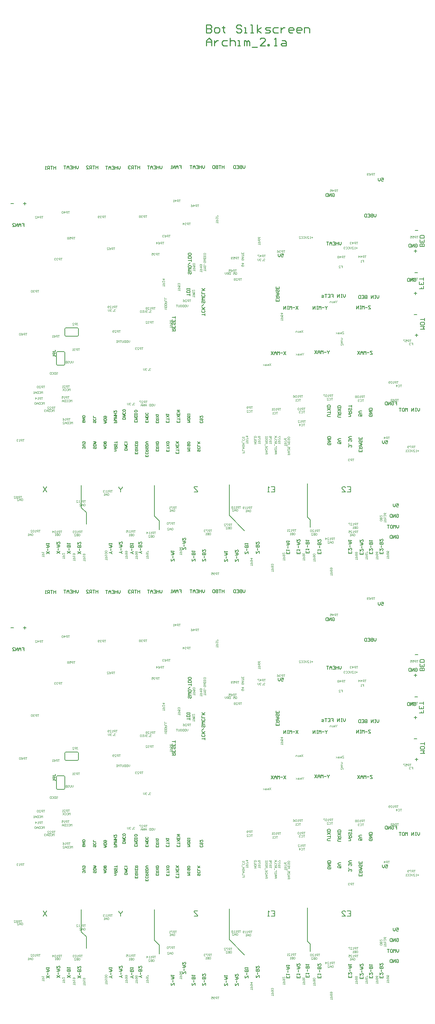
<source format=gbo>
G04*
G04 #@! TF.GenerationSoftware,Altium Limited,Altium Designer,18.1.7 (191)*
G04*
G04 Layer_Color=32896*
%FSLAX25Y25*%
%MOIN*%
G70*
G01*
G75*
%ADD10C,0.00700*%
%ADD12C,0.01000*%
%ADD87C,0.00600*%
%ADD88C,0.00800*%
%ADD166C,0.00500*%
%ADD169C,0.00400*%
G54D10*
X69784Y118876D02*
X66451Y113878D01*
Y118876D02*
X69784Y113878D01*
X141929Y118876D02*
Y118043D01*
X140263Y116377D01*
X138597Y118043D01*
Y118876D01*
X140263Y116377D02*
Y113878D01*
X213976Y118876D02*
X210644D01*
Y118043D01*
X213976Y114711D01*
Y113878D01*
X210644D01*
X284266Y118778D02*
X287598D01*
Y113779D01*
X284266D01*
X287598Y116279D02*
X285932D01*
X282600Y113779D02*
X280934D01*
X281767D01*
Y118778D01*
X282600Y117945D01*
X357101Y118876D02*
X360433D01*
Y113878D01*
X357101D01*
X360433Y116377D02*
X358767D01*
X352102Y113878D02*
X355435D01*
X352102Y117210D01*
Y118043D01*
X352936Y118876D01*
X354602D01*
X355435Y118043D01*
X69784Y523876D02*
X66451Y518878D01*
Y523876D02*
X69784Y518878D01*
X141929Y523876D02*
Y523043D01*
X140263Y521377D01*
X138597Y523043D01*
Y523876D01*
X140263Y521377D02*
Y518878D01*
X213976Y523876D02*
X210644D01*
Y523043D01*
X213976Y519711D01*
Y518878D01*
X210644D01*
X284266Y523778D02*
X287598D01*
Y518780D01*
X284266D01*
X287598Y521279D02*
X285932D01*
X282600Y518780D02*
X280934D01*
X281767D01*
Y523778D01*
X282600Y522945D01*
X357101Y523876D02*
X360433D01*
Y518878D01*
X357101D01*
X360433Y521377D02*
X358767D01*
X352102Y518878D02*
X355435D01*
X352102Y522210D01*
Y523043D01*
X352936Y523876D01*
X354602D01*
X355435Y523043D01*
G54D12*
X222369Y964837D02*
Y957340D01*
X226118D01*
X227368Y958589D01*
Y959839D01*
X226118Y961089D01*
X222369D01*
X226118D01*
X227368Y962338D01*
Y963588D01*
X226118Y964837D01*
X222369D01*
X231117Y957340D02*
X233616D01*
X234865Y958589D01*
Y961089D01*
X233616Y962338D01*
X231117D01*
X229867Y961089D01*
Y958589D01*
X231117Y957340D01*
X238614Y963588D02*
Y962338D01*
X237365D01*
X239864D01*
X238614D01*
Y958589D01*
X239864Y957340D01*
X256108Y963588D02*
X254859Y964837D01*
X252360D01*
X251110Y963588D01*
Y962338D01*
X252360Y961089D01*
X254859D01*
X256108Y959839D01*
Y958589D01*
X254859Y957340D01*
X252360D01*
X251110Y958589D01*
X258608Y957340D02*
X261107D01*
X259857D01*
Y962338D01*
X258608D01*
X264856Y957340D02*
X267355D01*
X266105D01*
Y964837D01*
X264856D01*
X271104Y957340D02*
Y964837D01*
Y959839D02*
X274852Y962338D01*
X271104Y959839D02*
X274852Y957340D01*
X278601D02*
X282350D01*
X283600Y958589D01*
X282350Y959839D01*
X279851D01*
X278601Y961089D01*
X279851Y962338D01*
X283600D01*
X291097D02*
X287348D01*
X286099Y961089D01*
Y958589D01*
X287348Y957340D01*
X291097D01*
X293596Y962338D02*
Y957340D01*
Y959839D01*
X294846Y961089D01*
X296096Y962338D01*
X297345D01*
X304843Y957340D02*
X302344D01*
X301094Y958589D01*
Y961089D01*
X302344Y962338D01*
X304843D01*
X306092Y961089D01*
Y959839D01*
X301094D01*
X312340Y957340D02*
X309841D01*
X308592Y958589D01*
Y961089D01*
X309841Y962338D01*
X312340D01*
X313590Y961089D01*
Y959839D01*
X308592D01*
X316089Y957340D02*
Y962338D01*
X319838D01*
X321088Y961089D01*
Y957340D01*
X222369Y944840D02*
Y949838D01*
X224869Y952337D01*
X227368Y949838D01*
Y944840D01*
Y948589D01*
X222369D01*
X229867Y949838D02*
Y944840D01*
Y947339D01*
X231117Y948589D01*
X232366Y949838D01*
X233616D01*
X242363D02*
X238614D01*
X237365Y948589D01*
Y946089D01*
X238614Y944840D01*
X242363D01*
X244862Y952337D02*
Y944840D01*
Y948589D01*
X246112Y949838D01*
X248611D01*
X249861Y948589D01*
Y944840D01*
X252360D02*
X254859D01*
X253609D01*
Y949838D01*
X252360D01*
X258608Y944840D02*
Y949838D01*
X259857D01*
X261107Y948589D01*
Y944840D01*
Y948589D01*
X262356Y949838D01*
X263606Y948589D01*
Y944840D01*
X266105Y943590D02*
X271104D01*
X278601Y944840D02*
X273603D01*
X278601Y949838D01*
Y951088D01*
X277352Y952337D01*
X274852D01*
X273603Y951088D01*
X281101Y944840D02*
Y946089D01*
X282350D01*
Y944840D01*
X281101D01*
X287348D02*
X289848D01*
X288598D01*
Y952337D01*
X287348Y951088D01*
X294846Y949838D02*
X297345D01*
X298595Y948589D01*
Y944840D01*
X294846D01*
X293596Y946089D01*
X294846Y947339D01*
X298595D01*
G54D87*
X87906Y270457D02*
X87198Y270164D01*
X86905Y269457D01*
X99906D02*
X99613Y270164D01*
X98905Y270457D01*
Y262457D02*
X99613Y262750D01*
X99906Y263457D01*
X86905D02*
X87198Y262750D01*
X87906Y262457D01*
X79972Y247957D02*
X79265Y247664D01*
X78972Y246957D01*
Y235957D02*
X79265Y235250D01*
X79972Y234957D01*
X85972D02*
X86680Y235250D01*
X86972Y235957D01*
Y246957D02*
X86680Y247664D01*
X85972Y247957D01*
X87906Y262457D02*
X98905D01*
X86905Y263457D02*
Y269457D01*
X99906Y263457D02*
Y269457D01*
X87906Y270457D02*
X98905D01*
X86972Y235957D02*
Y246957D01*
X79972Y234957D02*
X85972D01*
X79972Y247957D02*
X85972D01*
X78972Y235957D02*
Y246957D01*
X321555Y80118D02*
Y87205D01*
X318898Y89862D02*
X321555Y87205D01*
X318898Y89862D02*
Y122047D01*
X244291Y91535D02*
X258858Y76968D01*
X244291Y91535D02*
Y120866D01*
X177362Y77756D02*
Y86319D01*
X172835Y90847D02*
X177362Y86319D01*
X172835Y90847D02*
Y120276D01*
X107677Y83268D02*
Y94095D01*
X102756Y99016D02*
X107677Y94095D01*
X102756Y99016D02*
Y101279D01*
Y120374D01*
X404071Y102545D02*
X406071D01*
Y101045D01*
X405071Y101545D01*
X404571D01*
X404071Y101045D01*
Y100046D01*
X404571Y99546D01*
X405571D01*
X406071Y100046D01*
X403071Y102545D02*
Y100545D01*
X402072Y99546D01*
X401072Y100545D01*
Y102545D01*
X293894Y341306D02*
X295894D01*
Y339807D01*
X294894Y340306D01*
X294394D01*
X293894Y339807D01*
Y338807D01*
X294394Y338307D01*
X295394D01*
X295894Y338807D01*
X292895Y341306D02*
Y339307D01*
X291895Y338307D01*
X290895Y339307D01*
Y341306D01*
X393599Y162861D02*
X395598D01*
Y161362D01*
X394599Y161862D01*
X394099D01*
X393599Y161362D01*
Y160362D01*
X394099Y159862D01*
X395099D01*
X395598Y160362D01*
X392599Y162861D02*
Y160862D01*
X391600Y159862D01*
X390600Y160862D01*
Y162861D01*
X371432Y154184D02*
Y152185D01*
X368433D01*
Y154184D01*
X369933Y152185D02*
Y153185D01*
X368433Y155184D02*
X371432D01*
Y156684D01*
X370932Y157184D01*
X369933D01*
X369433Y156684D01*
Y155184D01*
Y156184D02*
X368433Y157184D01*
Y158183D02*
X370432D01*
X371432Y159183D01*
X370432Y160182D01*
X368433D01*
X369933D01*
Y158183D01*
X370932Y163181D02*
X371432Y162682D01*
Y161682D01*
X370932Y161182D01*
X370432D01*
X369933Y161682D01*
Y162682D01*
X369433Y163181D01*
X368933D01*
X368433Y162682D01*
Y161682D01*
X368933Y161182D01*
X371432Y166181D02*
Y164181D01*
X368433D01*
Y166181D01*
X369933Y164181D02*
Y165181D01*
X340913Y160779D02*
X341412Y160279D01*
Y159279D01*
X340913Y158780D01*
X338913D01*
X338413Y159279D01*
Y160279D01*
X338913Y160779D01*
X339913D01*
Y159779D01*
X338413Y161779D02*
X341412D01*
X338413Y163778D01*
X341412D01*
Y164778D02*
X338413D01*
Y166277D01*
X338913Y166777D01*
X340913D01*
X341412Y166277D01*
Y164778D01*
X360696Y156417D02*
X361196Y156917D01*
Y157917D01*
X360696Y158417D01*
X360196D01*
X359696Y157917D01*
Y157417D01*
Y157917D01*
X359196Y158417D01*
X358697D01*
X358197Y157917D01*
Y156917D01*
X358697Y156417D01*
X358197Y159416D02*
X358697D01*
Y159916D01*
X358197D01*
Y159416D01*
X360696Y161916D02*
X361196Y162416D01*
Y163415D01*
X360696Y163915D01*
X360196D01*
X359696Y163415D01*
Y162915D01*
Y163415D01*
X359196Y163915D01*
X358697D01*
X358197Y163415D01*
Y162416D01*
X358697Y161916D01*
X361196Y164915D02*
X359196D01*
X358197Y165914D01*
X359196Y166914D01*
X361196D01*
X351156Y162058D02*
Y160059D01*
X349657D01*
X350157Y161059D01*
Y161559D01*
X349657Y162058D01*
X348657D01*
X348158Y161559D01*
Y160559D01*
X348657Y160059D01*
X351156Y163058D02*
X349157D01*
X348158Y164058D01*
X349157Y165058D01*
X351156D01*
X426968Y269094D02*
X430967D01*
X429634Y270427D01*
X430967Y271760D01*
X426968D01*
X430967Y275093D02*
Y273760D01*
X430301Y273093D01*
X427635D01*
X426968Y273760D01*
Y275093D01*
X427635Y275759D01*
X430301D01*
X430967Y275093D01*
Y277092D02*
Y279758D01*
Y278425D01*
X426968D01*
X429983Y310638D02*
Y307972D01*
X427984D01*
Y309305D01*
Y307972D01*
X425984D01*
X429983Y314637D02*
Y311971D01*
X425984D01*
Y314637D01*
X427984Y311971D02*
Y313304D01*
X429983Y315970D02*
Y318636D01*
Y317303D01*
X425984D01*
X430672Y348130D02*
X426673D01*
Y350129D01*
X427340Y350796D01*
X428006D01*
X428673Y350129D01*
Y348130D01*
Y350129D01*
X429339Y350796D01*
X430006D01*
X430672Y350129D01*
Y348130D01*
Y354794D02*
Y352129D01*
X426673D01*
Y354794D01*
X428673Y352129D02*
Y353462D01*
X430672Y356127D02*
X426673D01*
Y358127D01*
X427340Y358793D01*
X430006D01*
X430672Y358127D01*
Y356127D01*
X423622Y343830D02*
X420956D01*
X422289Y345163D02*
Y342497D01*
X423721Y303574D02*
X421055D01*
X422388Y304907D02*
Y302241D01*
X424803Y263417D02*
X422137D01*
X423470Y264750D02*
Y262084D01*
X423622Y283299D02*
X420956D01*
X424311Y323358D02*
X421645D01*
X424606Y363614D02*
X421941D01*
X358197Y185846D02*
X360196D01*
Y187346D01*
X359696Y187846D01*
X358197D01*
Y188846D02*
X361196D01*
Y190345D01*
X360696Y190845D01*
X359696D01*
X359196Y190345D01*
Y188846D01*
Y189845D02*
X358197Y190845D01*
X360696Y193844D02*
X361196Y193344D01*
Y192344D01*
X360696Y191845D01*
X360196D01*
X359696Y192344D01*
Y193344D01*
X359196Y193844D01*
X358697D01*
X358197Y193344D01*
Y192344D01*
X358697Y191845D01*
X361196Y194844D02*
Y196843D01*
Y195843D01*
X358197D01*
X355341Y302529D02*
Y300530D01*
X354341Y299530D01*
X353341Y300530D01*
Y302529D01*
X352342D02*
X351342D01*
X351842D01*
Y299530D01*
X352342D01*
X351342D01*
X349843D02*
Y302529D01*
X347843Y299530D01*
Y302529D01*
X341845D02*
X343845D01*
Y301030D01*
X342845D01*
X343845D01*
Y299530D01*
X338846Y302529D02*
X340845D01*
Y299530D01*
X338846D01*
X340845Y301030D02*
X339846D01*
X337846Y302529D02*
X335847D01*
X336847D01*
Y299530D01*
X334847D02*
X333348D01*
X332848Y300030D01*
X333348Y300530D01*
X334348D01*
X334847Y301030D01*
X334348Y301530D01*
X332848D01*
X387502Y301447D02*
Y299448D01*
X386502Y298448D01*
X385503Y299448D01*
Y301447D01*
X384503D02*
X383503D01*
X384003D01*
Y298448D01*
X384503D01*
X383503D01*
X382004D02*
Y301447D01*
X380005Y298448D01*
Y301447D01*
X376006D02*
Y298448D01*
X374506D01*
X374006Y298948D01*
Y299448D01*
X374506Y299948D01*
X376006D01*
X374506D01*
X374006Y300448D01*
Y300947D01*
X374506Y301447D01*
X376006D01*
X371007D02*
X373007D01*
Y298448D01*
X371007D01*
X373007Y299948D02*
X372007D01*
X370008Y301447D02*
Y298448D01*
X368508D01*
X368008Y298948D01*
Y300947D01*
X368508Y301447D01*
X370008D01*
X404191Y92184D02*
X404691Y92684D01*
X405690D01*
X406190Y92184D01*
Y90184D01*
X405690Y89684D01*
X404691D01*
X404191Y90184D01*
Y91184D01*
X405191D01*
X403191Y89684D02*
Y92684D01*
X401192Y89684D01*
Y92684D01*
X400192D02*
Y89684D01*
X398693D01*
X398193Y90184D01*
Y92184D01*
X398693Y92684D01*
X400192D01*
X421918Y350235D02*
X422418Y350735D01*
X423418D01*
X423917Y350235D01*
Y348236D01*
X423418Y347736D01*
X422418D01*
X421918Y348236D01*
Y349236D01*
X422918D01*
X420918Y347736D02*
Y350735D01*
X418919Y347736D01*
Y350735D01*
X417919D02*
Y347736D01*
X416420D01*
X415920Y348236D01*
Y350235D01*
X416420Y350735D01*
X417919D01*
X309968Y291306D02*
X307969Y288307D01*
Y291306D02*
X309968Y288307D01*
X306969Y289807D02*
X304970D01*
X303970Y288307D02*
Y291306D01*
X302971Y290306D01*
X301971Y291306D01*
Y288307D01*
X300971Y291306D02*
X299972D01*
X300472D01*
Y288307D01*
X300971D01*
X299972D01*
X298472D02*
Y291306D01*
X296473Y288307D01*
Y291306D01*
X99894Y425393D02*
Y423393D01*
X98894Y422394D01*
X97894Y423393D01*
Y425393D01*
X96895D02*
Y422394D01*
Y423893D01*
X94895D01*
Y425393D01*
Y422394D01*
X91896Y425393D02*
X93896D01*
Y422394D01*
X91896D01*
X93896Y423893D02*
X92896D01*
X90897Y422394D02*
Y424393D01*
X89897Y425393D01*
X88897Y424393D01*
Y422394D01*
Y423893D01*
X90897D01*
X87898Y425393D02*
X85898D01*
X86898D01*
Y422394D01*
X341117Y185846D02*
X338618D01*
X338118Y186346D01*
Y187346D01*
X338618Y187846D01*
X341117D01*
Y188846D02*
Y190845D01*
Y189845D01*
X338118D01*
X341117Y191845D02*
X338118Y193844D01*
X341117D02*
X338118Y191845D01*
X341117Y194844D02*
X338118D01*
Y196343D01*
X338618Y196843D01*
X340617D01*
X341117Y196343D01*
Y194844D01*
X406363Y82162D02*
Y80163D01*
X405364Y79163D01*
X404364Y80163D01*
Y82162D01*
X403364Y79163D02*
Y82162D01*
X402365Y81163D01*
X401365Y82162D01*
Y79163D01*
X398866Y82162D02*
X399866D01*
X400365Y81663D01*
Y79663D01*
X399866Y79163D01*
X398866D01*
X398366Y79663D01*
Y81663D01*
X398866Y82162D01*
X397366D02*
X395367D01*
X396367D01*
Y79163D01*
X139894Y424993D02*
Y422993D01*
X138894Y421994D01*
X137894Y422993D01*
Y424993D01*
X136895D02*
Y421994D01*
Y423493D01*
X134895D01*
Y424993D01*
Y421994D01*
X131896Y424993D02*
X133896D01*
Y421994D01*
X131896D01*
X133896Y423493D02*
X132896D01*
X130897Y421994D02*
Y423993D01*
X129897Y424993D01*
X128897Y423993D01*
Y421994D01*
Y423493D01*
X130897D01*
X127898Y424993D02*
X125898D01*
X126898D01*
Y421994D01*
X259394Y425593D02*
Y423593D01*
X258394Y422594D01*
X257394Y423593D01*
Y425593D01*
X256395D02*
Y422594D01*
X254895D01*
X254395Y423094D01*
Y423593D01*
X254895Y424093D01*
X256395D01*
X254895D01*
X254395Y424593D01*
Y425093D01*
X254895Y425593D01*
X256395D01*
X251396D02*
X253396D01*
Y422594D01*
X251396D01*
X253396Y424093D02*
X252396D01*
X250397Y425593D02*
Y422594D01*
X248897D01*
X248397Y423094D01*
Y425093D01*
X248897Y425593D01*
X250397D01*
X220594D02*
Y423593D01*
X219594Y422594D01*
X218594Y423593D01*
Y425593D01*
X217595D02*
Y422594D01*
Y424093D01*
X215595D01*
Y425593D01*
Y422594D01*
X212596Y425593D02*
X214596D01*
Y422594D01*
X212596D01*
X214596Y424093D02*
X213596D01*
X211597Y422594D02*
Y424593D01*
X210597Y425593D01*
X209597Y424593D01*
Y422594D01*
Y424093D01*
X211597D01*
X208598Y425593D02*
X206598D01*
X207598D01*
Y422594D01*
X179894Y425393D02*
Y423393D01*
X178894Y422394D01*
X177894Y423393D01*
Y425393D01*
X176895D02*
Y422394D01*
Y423893D01*
X174895D01*
Y425393D01*
Y422394D01*
X171896Y425393D02*
X173896D01*
Y422394D01*
X171896D01*
X173896Y423893D02*
X172896D01*
X170897Y422394D02*
Y424393D01*
X169897Y425393D01*
X168897Y424393D01*
Y422394D01*
Y423893D01*
X170897D01*
X167898Y425393D02*
X165898D01*
X166898D01*
Y422394D01*
X351394Y352693D02*
Y350693D01*
X350394Y349694D01*
X349394Y350693D01*
Y352693D01*
X348395D02*
Y349694D01*
Y351193D01*
X346395D01*
Y352693D01*
Y349694D01*
X343396Y352693D02*
X345396D01*
Y349694D01*
X343396D01*
X345396Y351193D02*
X344396D01*
X342397Y349694D02*
Y351693D01*
X341397Y352693D01*
X340397Y351693D01*
Y349694D01*
Y351193D01*
X342397D01*
X339398Y352693D02*
X337398D01*
X338398D01*
Y349694D01*
X342794Y398293D02*
X343294Y398793D01*
X344294D01*
X344794Y398293D01*
Y396293D01*
X344294Y395794D01*
X343294D01*
X342794Y396293D01*
Y397293D01*
X343794D01*
X341795Y395794D02*
Y398793D01*
X339795Y395794D01*
Y398793D01*
X338796D02*
Y395794D01*
X337296D01*
X336796Y396293D01*
Y398293D01*
X337296Y398793D01*
X338796D01*
X402457Y200066D02*
X404457D01*
Y198566D01*
X403457D01*
X404457D01*
Y197067D01*
X399458Y199566D02*
X399958Y200066D01*
X400958D01*
X401458Y199566D01*
Y197567D01*
X400958Y197067D01*
X399958D01*
X399458Y197567D01*
Y198566D01*
X400458D01*
X398459Y197067D02*
Y200066D01*
X396459Y197067D01*
Y200066D01*
X395460D02*
Y197067D01*
X393960D01*
X393460Y197567D01*
Y199566D01*
X393960Y200066D01*
X395460D01*
X404191Y72015D02*
X404691Y72514D01*
X405690D01*
X406190Y72015D01*
Y70015D01*
X405690Y69516D01*
X404691D01*
X404191Y70015D01*
Y71015D01*
X405191D01*
X403191Y69516D02*
Y72514D01*
X401192Y69516D01*
Y72514D01*
X400192D02*
Y69516D01*
X398693D01*
X398193Y70015D01*
Y72015D01*
X398693Y72514D01*
X400192D01*
X370940Y188240D02*
Y186240D01*
X369441D01*
X369940Y187240D01*
Y187740D01*
X369441Y188240D01*
X368441D01*
X367941Y187740D01*
Y186740D01*
X368441Y186240D01*
X370940Y189239D02*
X368941D01*
X367941Y190239D01*
X368941Y191239D01*
X370940D01*
X420638Y317263D02*
X421138Y317763D01*
X422138D01*
X422638Y317263D01*
Y315264D01*
X422138Y314764D01*
X421138D01*
X420638Y315264D01*
Y316263D01*
X421638D01*
X419639Y314764D02*
Y317763D01*
X417639Y314764D01*
Y317763D01*
X416640D02*
Y314764D01*
X415140D01*
X414640Y315264D01*
Y317263D01*
X415140Y317763D01*
X416640D01*
X337867Y291330D02*
Y290830D01*
X336867Y289831D01*
X335867Y290830D01*
Y291330D01*
X336867Y289831D02*
Y288331D01*
X334868Y289831D02*
X332868D01*
X331869Y288331D02*
Y291330D01*
X330869Y290331D01*
X329869Y291330D01*
Y288331D01*
X328870Y291330D02*
X327870D01*
X328370D01*
Y288331D01*
X328870D01*
X327870D01*
X326370D02*
Y291330D01*
X324371Y288331D01*
Y291330D01*
X339961Y248865D02*
Y248365D01*
X338961Y247366D01*
X337961Y248365D01*
Y248865D01*
X338961Y247366D02*
Y245866D01*
X336962Y247366D02*
X334962D01*
X333963Y245866D02*
Y248865D01*
X332963Y247866D01*
X331963Y248865D01*
Y245866D01*
X330963D02*
Y247866D01*
X329964Y248865D01*
X328964Y247866D01*
Y245866D01*
Y247366D01*
X330963D01*
X327964Y248865D02*
X325965Y245866D01*
Y248865D02*
X327964Y245866D01*
X379441Y291444D02*
X377442D01*
Y290945D01*
X379441Y288945D01*
Y288445D01*
X377442D01*
X376442Y289945D02*
X374443D01*
X373443Y288445D02*
Y291444D01*
X372443Y290445D01*
X371444Y291444D01*
Y288445D01*
X370444Y291444D02*
X369444D01*
X369944D01*
Y288445D01*
X370444D01*
X369444D01*
X367945D02*
Y291444D01*
X365945Y288445D01*
Y291444D01*
X298498Y247993D02*
X296498Y244994D01*
Y247993D02*
X298498Y244994D01*
X295499Y246493D02*
X293499D01*
X292500Y244994D02*
Y247993D01*
X291500Y246993D01*
X290500Y247993D01*
Y244994D01*
X289501D02*
Y246993D01*
X288501Y247993D01*
X287501Y246993D01*
Y244994D01*
Y246493D01*
X289501D01*
X286502Y247993D02*
X284502Y244994D01*
Y247993D02*
X286502Y244994D01*
X272952Y55271D02*
Y57270D01*
X272452D01*
X270453Y55271D01*
X269953D01*
Y57270D01*
X271453Y58270D02*
Y60269D01*
X272952Y61269D02*
X269953D01*
Y62769D01*
X270453Y63269D01*
X270953D01*
X271453Y62769D01*
Y61269D01*
Y62769D01*
X271952Y63269D01*
X272452D01*
X272952Y62769D01*
Y61269D01*
X269953Y66268D02*
Y64268D01*
X271952Y66268D01*
X272452D01*
X272952Y65768D01*
Y64768D01*
X272452Y64268D01*
X262524Y55049D02*
Y57049D01*
X262024D01*
X260024Y55049D01*
X259525D01*
Y57049D01*
X261024Y58048D02*
Y60048D01*
X262524Y61047D02*
X259525D01*
Y62547D01*
X260024Y63047D01*
X260524D01*
X261024Y62547D01*
Y61047D01*
Y62547D01*
X261524Y63047D01*
X262024D01*
X262524Y62547D01*
Y61047D01*
X259525Y64046D02*
Y65046D01*
Y64546D01*
X262524D01*
X262024Y64046D01*
X252909Y47579D02*
Y49579D01*
X252409D01*
X250410Y47579D01*
X249910D01*
Y49579D01*
X251409Y50578D02*
Y52578D01*
X249910Y53577D02*
X251909D01*
X252909Y54577D01*
X251909Y55577D01*
X249910D01*
X251409D01*
Y53577D01*
X249910Y58576D02*
Y56576D01*
X251909Y58576D01*
X252409D01*
X252909Y58076D01*
Y57076D01*
X252409Y56576D01*
X242850Y47431D02*
Y49431D01*
X242350D01*
X240351Y47431D01*
X239851D01*
Y49431D01*
X241351Y50430D02*
Y52430D01*
X239851Y53429D02*
X241850D01*
X242850Y54429D01*
X241850Y55429D01*
X239851D01*
X241351D01*
Y53429D01*
X239851Y56428D02*
Y57428D01*
Y56928D01*
X242850D01*
X242350Y56428D01*
X301964Y56892D02*
Y54893D01*
X298965D01*
Y56892D01*
X300465Y54893D02*
Y55892D01*
X298965Y57892D02*
Y58891D01*
Y58391D01*
X301964D01*
X301465Y57892D01*
X300465Y60391D02*
Y62390D01*
X298965Y63390D02*
X300965D01*
X301964Y64389D01*
X300965Y65389D01*
X298965D01*
X300465D01*
Y63390D01*
X298965Y66389D02*
Y67388D01*
Y66889D01*
X301964D01*
X301465Y66389D01*
X311876Y56997D02*
Y54998D01*
X308876D01*
Y56997D01*
X310376Y54998D02*
Y55998D01*
X308876Y57997D02*
Y58997D01*
Y58497D01*
X311876D01*
X311376Y57997D01*
X310376Y60496D02*
Y62496D01*
X308876Y63495D02*
X310876D01*
X311876Y64495D01*
X310876Y65495D01*
X308876D01*
X310376D01*
Y63495D01*
X308876Y68494D02*
Y66494D01*
X310876Y68494D01*
X311376D01*
X311876Y67994D01*
Y66994D01*
X311376Y66494D01*
X320645Y57728D02*
Y55728D01*
X317646D01*
Y57728D01*
X319145Y55728D02*
Y56728D01*
X317646Y58727D02*
Y59727D01*
Y59227D01*
X320645D01*
X320145Y58727D01*
X319145Y61227D02*
Y63226D01*
X320645Y64226D02*
X317646D01*
Y65725D01*
X318145Y66225D01*
X318645D01*
X319145Y65725D01*
Y64226D01*
Y65725D01*
X319645Y66225D01*
X320145D01*
X320645Y65725D01*
Y64226D01*
X317646Y67225D02*
Y68224D01*
Y67725D01*
X320645D01*
X320145Y67225D01*
X332062Y57039D02*
Y55039D01*
X329063D01*
Y57039D01*
X330562Y55039D02*
Y56039D01*
X329063Y58039D02*
Y59038D01*
Y58538D01*
X332062D01*
X331562Y58039D01*
X330562Y60538D02*
Y62537D01*
X332062Y63537D02*
X329063D01*
Y65036D01*
X329563Y65536D01*
X330063D01*
X330562Y65036D01*
Y63537D01*
Y65036D01*
X331062Y65536D01*
X331562D01*
X332062Y65036D01*
Y63537D01*
X329063Y68535D02*
Y66536D01*
X331062Y68535D01*
X331562D01*
X332062Y68035D01*
Y67036D01*
X331562Y66536D01*
X361281Y57082D02*
Y55083D01*
X358282D01*
Y57082D01*
X359781Y55083D02*
Y56083D01*
X358282Y60082D02*
Y58082D01*
X360281Y60082D01*
X360781D01*
X361281Y59582D01*
Y58582D01*
X360781Y58082D01*
X359781Y61081D02*
Y63081D01*
X358282Y64080D02*
X360281D01*
X361281Y65080D01*
X360281Y66080D01*
X358282D01*
X359781D01*
Y64080D01*
X358282Y67079D02*
Y68079D01*
Y67579D01*
X361281D01*
X360781Y67079D01*
X372487Y56330D02*
Y54331D01*
X369488D01*
Y56330D01*
X370988Y54331D02*
Y55330D01*
X369488Y59329D02*
Y57330D01*
X371487Y59329D01*
X371987D01*
X372487Y58829D01*
Y57830D01*
X371987Y57330D01*
X370988Y60329D02*
Y62328D01*
X369488Y63328D02*
X371487D01*
X372487Y64328D01*
X371487Y65327D01*
X369488D01*
X370988D01*
Y63328D01*
X369488Y68326D02*
Y66327D01*
X371487Y68326D01*
X371987D01*
X372487Y67826D01*
Y66827D01*
X371987Y66327D01*
X381304Y56881D02*
Y54882D01*
X378305D01*
Y56881D01*
X379804Y54882D02*
Y55881D01*
X378305Y59880D02*
Y57881D01*
X380304Y59880D01*
X380804D01*
X381304Y59380D01*
Y58381D01*
X380804Y57881D01*
X379804Y60880D02*
Y62879D01*
X381304Y63879D02*
X378305D01*
Y65378D01*
X378805Y65878D01*
X379305D01*
X379804Y65378D01*
Y63879D01*
Y65378D01*
X380304Y65878D01*
X380804D01*
X381304Y65378D01*
Y63879D01*
X378305Y66878D02*
Y67877D01*
Y67378D01*
X381304D01*
X380804Y66878D01*
X391316Y57015D02*
Y55016D01*
X388316D01*
Y57015D01*
X389816Y55016D02*
Y56016D01*
X388316Y60014D02*
Y58015D01*
X390316Y60014D01*
X390816D01*
X391316Y59514D01*
Y58515D01*
X390816Y58015D01*
X389816Y61014D02*
Y63013D01*
X391316Y64013D02*
X388316D01*
Y65513D01*
X388816Y66012D01*
X389316D01*
X389816Y65513D01*
Y64013D01*
Y65513D01*
X390316Y66012D01*
X390816D01*
X391316Y65513D01*
Y64013D01*
X388316Y69011D02*
Y67012D01*
X390316Y69011D01*
X390816D01*
X391316Y68512D01*
Y67512D01*
X390816Y67012D01*
X191763Y47862D02*
Y49861D01*
X191263D01*
X189264Y47862D01*
X188764D01*
Y49861D01*
X190263Y50861D02*
Y52861D01*
X188764Y53860D02*
X190763D01*
X191763Y54860D01*
X190763Y55860D01*
X188764D01*
X190263D01*
Y53860D01*
X188764Y56859D02*
Y57859D01*
Y57359D01*
X191763D01*
X191263Y56859D01*
X202605Y58957D02*
Y60956D01*
X202105D01*
X200106Y58957D01*
X199606D01*
Y60956D01*
X201106Y61956D02*
Y63955D01*
X199606Y64955D02*
X201606D01*
X202605Y65954D01*
X201606Y66954D01*
X199606D01*
X201106D01*
Y64955D01*
X199606Y69953D02*
Y67954D01*
X201606Y69953D01*
X202105D01*
X202605Y69453D01*
Y68454D01*
X202105Y67954D01*
X211763Y47862D02*
Y49861D01*
X211263D01*
X209264Y47862D01*
X208764D01*
Y49861D01*
X210263Y50861D02*
Y52861D01*
X211763Y53860D02*
X208764D01*
Y55360D01*
X209264Y55860D01*
X209764D01*
X210263Y55360D01*
Y53860D01*
Y55360D01*
X210763Y55860D01*
X211263D01*
X211763Y55360D01*
Y53860D01*
X208764Y56859D02*
Y57859D01*
Y57359D01*
X211763D01*
X211263Y56859D01*
X221763Y47862D02*
Y49861D01*
X221263D01*
X219264Y47862D01*
X218764D01*
Y49861D01*
X220263Y50861D02*
Y52861D01*
X221763Y53860D02*
X218764D01*
Y55360D01*
X219264Y55860D01*
X219763D01*
X220263Y55360D01*
Y53860D01*
Y55360D01*
X220763Y55860D01*
X221263D01*
X221763Y55360D01*
Y53860D01*
X218764Y58859D02*
Y56859D01*
X220763Y58859D01*
X221263D01*
X221763Y58359D01*
Y57359D01*
X221263Y56859D01*
X132412Y54982D02*
X131912D01*
X130912Y55982D01*
X131912Y56981D01*
X132412D01*
X130912Y55982D02*
X129413D01*
X130912Y57981D02*
Y59980D01*
X129413Y60980D02*
X131412D01*
X132412Y61980D01*
X131412Y62980D01*
X129413D01*
X130912D01*
Y60980D01*
X129413Y63979D02*
Y64979D01*
Y64479D01*
X132412D01*
X131912Y63979D01*
X142105Y55305D02*
X141605D01*
X140605Y56305D01*
X141605Y57305D01*
X142105D01*
X140605Y56305D02*
X139106D01*
X140605Y58304D02*
Y60303D01*
X139106Y61303D02*
X141105D01*
X142105Y62303D01*
X141105Y63303D01*
X139106D01*
X140605D01*
Y61303D01*
X139106Y66302D02*
Y64302D01*
X141105Y66302D01*
X141605D01*
X142105Y65802D01*
Y64802D01*
X141605Y64302D01*
X152659Y54928D02*
X152159D01*
X151159Y55928D01*
X152159Y56928D01*
X152659D01*
X151159Y55928D02*
X149660D01*
X151159Y57927D02*
Y59927D01*
X152659Y60926D02*
X149660D01*
Y62426D01*
X150160Y62926D01*
X150660D01*
X151159Y62426D01*
Y60926D01*
Y62426D01*
X151659Y62926D01*
X152159D01*
X152659Y62426D01*
Y60926D01*
X149660Y63925D02*
Y64925D01*
Y64425D01*
X152659D01*
X152159Y63925D01*
X160736Y55090D02*
X160236D01*
X159237Y56089D01*
X160236Y57089D01*
X160736D01*
X159237Y56089D02*
X157737D01*
X159237Y58089D02*
Y60088D01*
X160736Y61088D02*
X157737D01*
Y62587D01*
X158237Y63087D01*
X158737D01*
X159237Y62587D01*
Y61088D01*
Y62587D01*
X159737Y63087D01*
X160236D01*
X160736Y62587D01*
Y61088D01*
X157737Y66086D02*
Y64087D01*
X159737Y66086D01*
X160236D01*
X160736Y65586D01*
Y64587D01*
X160236Y64087D01*
X102446Y54917D02*
X99448Y56916D01*
X102446D02*
X99448Y54917D01*
X100947Y57916D02*
Y59916D01*
X102446Y60915D02*
X99448D01*
Y62415D01*
X99947Y62915D01*
X100447D01*
X100947Y62415D01*
Y60915D01*
Y62415D01*
X101447Y62915D01*
X101947D01*
X102446Y62415D01*
Y60915D01*
X99448Y65914D02*
Y63914D01*
X101447Y65914D01*
X101947D01*
X102446Y65414D01*
Y64414D01*
X101947Y63914D01*
X92445Y55187D02*
X89446Y57187D01*
X92445D02*
X89446Y55187D01*
X90946Y58187D02*
Y60186D01*
X92445Y61186D02*
X89446D01*
Y62685D01*
X89946Y63185D01*
X90446D01*
X90946Y62685D01*
Y61186D01*
Y62685D01*
X91446Y63185D01*
X91945D01*
X92445Y62685D01*
Y61186D01*
X89446Y64185D02*
Y65184D01*
Y64684D01*
X92445D01*
X91945Y64185D01*
X82336Y55187D02*
X79337Y57187D01*
X82336D02*
X79337Y55187D01*
X80836Y58187D02*
Y60186D01*
X79337Y61186D02*
X81336D01*
X82336Y62185D01*
X81336Y63185D01*
X79337D01*
X80836D01*
Y61186D01*
X79337Y66184D02*
Y64185D01*
X81336Y66184D01*
X81836D01*
X82336Y65684D01*
Y64684D01*
X81836Y64185D01*
X72335Y55025D02*
X69336Y57025D01*
X72335D02*
X69336Y55025D01*
X70835Y58024D02*
Y60024D01*
X69336Y61023D02*
X71335D01*
X72335Y62023D01*
X71335Y63023D01*
X69336D01*
X70835D01*
Y61023D01*
X69336Y64022D02*
Y65022D01*
Y64522D01*
X72335D01*
X71835Y64022D01*
X78294Y424993D02*
Y421994D01*
Y423493D01*
X76294D01*
Y424993D01*
Y421994D01*
X75295Y424993D02*
X73295D01*
X74295D01*
Y421994D01*
X72296D02*
Y424993D01*
X70796D01*
X70296Y424493D01*
Y423493D01*
X70796Y422993D01*
X72296D01*
X71296D02*
X70296Y421994D01*
X69297D02*
X68297D01*
X68797D01*
Y424993D01*
X69297Y424493D01*
X158794Y425393D02*
Y422394D01*
Y423893D01*
X156794D01*
Y425393D01*
Y422394D01*
X155795Y425393D02*
X153795D01*
X154795D01*
Y422394D01*
X152796D02*
Y425393D01*
X151296D01*
X150796Y424893D01*
Y423893D01*
X151296Y423393D01*
X152796D01*
X151796D02*
X150796Y422394D01*
X149797Y424893D02*
X149297Y425393D01*
X148297D01*
X147797Y424893D01*
Y424393D01*
X148297Y423893D01*
X148797D01*
X148297D01*
X147797Y423393D01*
Y422893D01*
X148297Y422394D01*
X149297D01*
X149797Y422893D01*
X118594Y425293D02*
Y422294D01*
Y423793D01*
X116594D01*
Y425293D01*
Y422294D01*
X115595Y425293D02*
X113595D01*
X114595D01*
Y422294D01*
X112596D02*
Y425293D01*
X111096D01*
X110596Y424793D01*
Y423793D01*
X111096Y423293D01*
X112596D01*
X111596D02*
X110596Y422294D01*
X107597D02*
X109597D01*
X107597Y424293D01*
Y424793D01*
X108097Y425293D01*
X109097D01*
X109597Y424793D01*
X239494Y425593D02*
Y422594D01*
Y424093D01*
X237494D01*
Y425593D01*
Y422594D01*
X236495Y425593D02*
X234495D01*
X235495D01*
Y422594D01*
X233496Y425593D02*
Y422594D01*
X231996D01*
X231496Y423094D01*
Y423593D01*
X231996Y424093D01*
X233496D01*
X231996D01*
X231496Y424593D01*
Y425093D01*
X231996Y425593D01*
X233496D01*
X230497D02*
Y422594D01*
X228997D01*
X228497Y423094D01*
Y425093D01*
X228997Y425593D01*
X230497D01*
X426279Y193845D02*
Y191846D01*
X425280Y190847D01*
X424280Y191846D01*
Y193845D01*
X423280D02*
X422281D01*
X422781D01*
Y190847D01*
X423280D01*
X422281D01*
X420781D02*
Y193845D01*
X418782Y190847D01*
Y193845D01*
X414783Y190847D02*
Y193845D01*
X413784Y192846D01*
X412784Y193845D01*
Y190847D01*
X410285Y193845D02*
X411284D01*
X411784Y193346D01*
Y191346D01*
X411284Y190847D01*
X410285D01*
X409785Y191346D01*
Y193346D01*
X410285Y193845D01*
X408785D02*
X406786D01*
X407786D01*
Y190847D01*
X384803Y379371D02*
Y377371D01*
X383804Y376372D01*
X382804Y377371D01*
Y379371D01*
X381804D02*
Y376372D01*
X380305D01*
X379805Y376871D01*
Y377371D01*
X380305Y377871D01*
X381804D01*
X380305D01*
X379805Y378371D01*
Y378871D01*
X380305Y379371D01*
X381804D01*
X376806D02*
X378805D01*
Y376372D01*
X376806D01*
X378805Y377871D02*
X377806D01*
X375806Y379371D02*
Y376372D01*
X374307D01*
X373807Y376871D01*
Y378871D01*
X374307Y379371D01*
X375806D01*
X196494Y425593D02*
X198494D01*
Y424093D01*
X197494D01*
X198494D01*
Y422594D01*
X195495D02*
Y424593D01*
X194495Y425593D01*
X193495Y424593D01*
Y422594D01*
Y424093D01*
X195495D01*
X192496Y422594D02*
Y425593D01*
X190496Y422594D01*
Y425593D01*
X189497Y422594D02*
X188497D01*
X188997D01*
Y425593D01*
X189497Y425093D01*
X46070Y370356D02*
X48069D01*
Y368856D01*
X47069D01*
X48069D01*
Y367356D01*
X45070D02*
Y369356D01*
X44070Y370356D01*
X43071Y369356D01*
Y367356D01*
Y368856D01*
X45070D01*
X42071Y367356D02*
Y370356D01*
X40072Y367356D01*
Y370356D01*
X37073Y367356D02*
X39072D01*
X37073Y369356D01*
Y369856D01*
X37572Y370356D01*
X38572D01*
X39072Y369856D01*
X389805Y413486D02*
X391804D01*
Y411986D01*
X390805Y412486D01*
X390305D01*
X389805Y411986D01*
Y410987D01*
X390305Y410487D01*
X391304D01*
X391804Y410987D01*
X388805Y413486D02*
Y411487D01*
X387806Y410487D01*
X386806Y411487D01*
Y413486D01*
X380988Y248270D02*
X378989D01*
Y247770D01*
X380988Y245771D01*
Y245271D01*
X378989D01*
X377989Y246771D02*
X375990D01*
X374990Y245271D02*
Y248270D01*
X373990Y247271D01*
X372991Y248270D01*
Y245271D01*
X371991D02*
Y247271D01*
X370991Y248270D01*
X369992Y247271D01*
Y245271D01*
Y246771D01*
X371991D01*
X368992Y248270D02*
X366993Y245271D01*
Y248270D02*
X368992Y245271D01*
X351058Y185158D02*
X348559D01*
X348059Y185657D01*
Y186657D01*
X348559Y187157D01*
X351058D01*
X348059Y188157D02*
X351058D01*
Y189656D01*
X350558Y190156D01*
X349559D01*
X349059Y189656D01*
Y188157D01*
Y189156D02*
X348059Y190156D01*
X351058Y191156D02*
X348059Y193155D01*
X351058D02*
X348059Y191156D01*
X351058Y194155D02*
X348059D01*
Y195654D01*
X348559Y196154D01*
X350558D01*
X351058Y195654D01*
Y194155D01*
X380676Y188043D02*
X381176Y187543D01*
Y186543D01*
X380676Y186043D01*
X378677D01*
X378177Y186543D01*
Y187543D01*
X378677Y188043D01*
X379677D01*
Y187043D01*
X378177Y189042D02*
X381176D01*
X378177Y191042D01*
X381176D01*
Y192041D02*
X378177D01*
Y193541D01*
X378677Y194041D01*
X380676D01*
X381176Y193541D01*
Y192041D01*
X189820Y267731D02*
X192819D01*
Y269231D01*
X192319Y269731D01*
X191320D01*
X190820Y269231D01*
Y267731D01*
Y268731D02*
X189820Y269731D01*
X192819Y272730D02*
Y270730D01*
X189820D01*
Y272730D01*
X191320Y270730D02*
Y271730D01*
X192319Y275729D02*
X192819Y275229D01*
Y274229D01*
X192319Y273729D01*
X191819D01*
X191320Y274229D01*
Y275229D01*
X190820Y275729D01*
X190320D01*
X189820Y275229D01*
Y274229D01*
X190320Y273729D01*
X192819Y278728D02*
Y276728D01*
X189820D01*
Y278728D01*
X191320Y276728D02*
Y277728D01*
X192819Y279727D02*
Y281727D01*
Y280727D01*
X189820D01*
X207420Y324047D02*
X207920Y323547D01*
Y322547D01*
X207420Y322047D01*
X206921D01*
X206421Y322547D01*
Y323547D01*
X205921Y324047D01*
X205421D01*
X204921Y323547D01*
Y322547D01*
X205421Y322047D01*
X207920Y325046D02*
X204921D01*
X205921Y326046D01*
X204921Y327046D01*
X207920D01*
Y329545D02*
Y328545D01*
X207420Y328045D01*
X205421D01*
X204921Y328545D01*
Y329545D01*
X205421Y330045D01*
X207420D01*
X207920Y329545D01*
X204921Y331044D02*
X206921Y333044D01*
X207920Y334043D02*
Y336043D01*
Y335043D01*
X204921D01*
X207920Y337042D02*
X204921D01*
Y338542D01*
X205421Y339042D01*
X207420D01*
X207920Y338542D01*
Y337042D01*
Y341541D02*
Y340541D01*
X207420Y340041D01*
X205421D01*
X204921Y340541D01*
Y341541D01*
X205421Y342041D01*
X207420D01*
X207920Y341541D01*
X206838Y301378D02*
Y303377D01*
Y302378D01*
X203839D01*
X206838Y304377D02*
X203839D01*
Y305876D01*
X204338Y306376D01*
X206338D01*
X206838Y305876D01*
Y304377D01*
Y307376D02*
Y308376D01*
Y307876D01*
X203839D01*
Y307376D01*
Y308376D01*
X220891Y282328D02*
Y284328D01*
Y283328D01*
X217892D01*
X220391Y287327D02*
X220891Y286827D01*
Y285827D01*
X220391Y285327D01*
X218392D01*
X217892Y285827D01*
Y286827D01*
X218392Y287327D01*
X220891Y288326D02*
X217892D01*
X218892D01*
X220891Y290326D01*
X219392Y288826D01*
X217892Y290326D01*
Y291325D02*
X219891Y293325D01*
X220391Y296324D02*
X220891Y295824D01*
Y294824D01*
X220391Y294324D01*
X219891D01*
X219392Y294824D01*
Y295824D01*
X218892Y296324D01*
X218392D01*
X217892Y295824D01*
Y294824D01*
X218392Y294324D01*
X220891Y297323D02*
X217892D01*
X218892Y298323D01*
X217892Y299323D01*
X220891D01*
X220391Y302322D02*
X220891Y301822D01*
Y300822D01*
X220391Y300323D01*
X218392D01*
X217892Y300822D01*
Y301822D01*
X218392Y302322D01*
X220891Y303322D02*
X217892D01*
Y305321D01*
X220891Y306321D02*
X217892D01*
X218892D01*
X220891Y308320D01*
X219392Y306820D01*
X217892Y308320D01*
X291904Y297984D02*
Y295984D01*
X288906D01*
Y297984D01*
X290405Y295984D02*
Y296984D01*
X288906Y298983D02*
X291904D01*
Y300483D01*
X291405Y300983D01*
X290405D01*
X289905Y300483D01*
Y298983D01*
Y299983D02*
X288906Y300983D01*
Y301982D02*
X290905D01*
X291904Y302982D01*
X290905Y303982D01*
X288906D01*
X290405D01*
Y301982D01*
X291405Y306981D02*
X291904Y306481D01*
Y305481D01*
X291405Y304981D01*
X290905D01*
X290405Y305481D01*
Y306481D01*
X289905Y306981D01*
X289405D01*
X288906Y306481D01*
Y305481D01*
X289405Y304981D01*
X291904Y309980D02*
Y307980D01*
X288906D01*
Y309980D01*
X290405Y307980D02*
Y308980D01*
X87906Y675457D02*
X87198Y675164D01*
X86905Y674457D01*
X99906D02*
X99613Y675164D01*
X98905Y675457D01*
Y667457D02*
X99613Y667750D01*
X99906Y668457D01*
X86905D02*
X87198Y667750D01*
X87906Y667457D01*
X79972Y652957D02*
X79265Y652664D01*
X78972Y651957D01*
Y640957D02*
X79265Y640250D01*
X79972Y639957D01*
X85972D02*
X86680Y640250D01*
X86972Y640957D01*
Y651957D02*
X86680Y652664D01*
X85972Y652957D01*
X87906Y667457D02*
X98905D01*
X86905Y668457D02*
Y674457D01*
X99906Y668457D02*
Y674457D01*
X87906Y675457D02*
X98905D01*
X86972Y640957D02*
Y651957D01*
X79972Y639957D02*
X85972D01*
X79972Y652957D02*
X85972D01*
X78972Y640957D02*
Y651957D01*
X321555Y485118D02*
Y492205D01*
X318898Y494862D02*
X321555Y492205D01*
X318898Y494862D02*
Y527047D01*
X244291Y496535D02*
X258858Y481968D01*
X244291Y496535D02*
Y525866D01*
X177362Y482756D02*
Y491319D01*
X172835Y495847D02*
X177362Y491319D01*
X172835Y495847D02*
Y525276D01*
X107677Y488268D02*
Y499094D01*
X102756Y504016D02*
X107677Y499094D01*
X102756Y504016D02*
Y506280D01*
Y525374D01*
X404071Y507545D02*
X406071D01*
Y506045D01*
X405071Y506545D01*
X404571D01*
X404071Y506045D01*
Y505046D01*
X404571Y504546D01*
X405571D01*
X406071Y505046D01*
X403071Y507545D02*
Y505545D01*
X402072Y504546D01*
X401072Y505545D01*
Y507545D01*
X293894Y746306D02*
X295894D01*
Y744807D01*
X294894Y745306D01*
X294394D01*
X293894Y744807D01*
Y743807D01*
X294394Y743307D01*
X295394D01*
X295894Y743807D01*
X292895Y746306D02*
Y744307D01*
X291895Y743307D01*
X290895Y744307D01*
Y746306D01*
X393599Y567861D02*
X395598D01*
Y566362D01*
X394599Y566862D01*
X394099D01*
X393599Y566362D01*
Y565362D01*
X394099Y564862D01*
X395099D01*
X395598Y565362D01*
X392599Y567861D02*
Y565862D01*
X391600Y564862D01*
X390600Y565862D01*
Y567861D01*
X371432Y559185D02*
Y557185D01*
X368433D01*
Y559185D01*
X369933Y557185D02*
Y558185D01*
X368433Y560184D02*
X371432D01*
Y561684D01*
X370932Y562184D01*
X369933D01*
X369433Y561684D01*
Y560184D01*
Y561184D02*
X368433Y562184D01*
Y563183D02*
X370432D01*
X371432Y564183D01*
X370432Y565182D01*
X368433D01*
X369933D01*
Y563183D01*
X370932Y568182D02*
X371432Y567682D01*
Y566682D01*
X370932Y566182D01*
X370432D01*
X369933Y566682D01*
Y567682D01*
X369433Y568182D01*
X368933D01*
X368433Y567682D01*
Y566682D01*
X368933Y566182D01*
X371432Y571181D02*
Y569181D01*
X368433D01*
Y571181D01*
X369933Y569181D02*
Y570181D01*
X340913Y565779D02*
X341412Y565279D01*
Y564279D01*
X340913Y563780D01*
X338913D01*
X338413Y564279D01*
Y565279D01*
X338913Y565779D01*
X339913D01*
Y564779D01*
X338413Y566779D02*
X341412D01*
X338413Y568778D01*
X341412D01*
Y569778D02*
X338413D01*
Y571277D01*
X338913Y571777D01*
X340913D01*
X341412Y571277D01*
Y569778D01*
X360696Y561417D02*
X361196Y561917D01*
Y562917D01*
X360696Y563417D01*
X360196D01*
X359696Y562917D01*
Y562417D01*
Y562917D01*
X359196Y563417D01*
X358697D01*
X358197Y562917D01*
Y561917D01*
X358697Y561417D01*
X358197Y564416D02*
X358697D01*
Y564916D01*
X358197D01*
Y564416D01*
X360696Y566916D02*
X361196Y567415D01*
Y568415D01*
X360696Y568915D01*
X360196D01*
X359696Y568415D01*
Y567915D01*
Y568415D01*
X359196Y568915D01*
X358697D01*
X358197Y568415D01*
Y567415D01*
X358697Y566916D01*
X361196Y569915D02*
X359196D01*
X358197Y570914D01*
X359196Y571914D01*
X361196D01*
X351156Y567059D02*
Y565059D01*
X349657D01*
X350157Y566059D01*
Y566559D01*
X349657Y567059D01*
X348657D01*
X348158Y566559D01*
Y565559D01*
X348657Y565059D01*
X351156Y568058D02*
X349157D01*
X348158Y569058D01*
X349157Y570057D01*
X351156D01*
X426968Y674094D02*
X430967D01*
X429634Y675427D01*
X430967Y676760D01*
X426968D01*
X430967Y680093D02*
Y678760D01*
X430301Y678093D01*
X427635D01*
X426968Y678760D01*
Y680093D01*
X427635Y680759D01*
X430301D01*
X430967Y680093D01*
Y682092D02*
Y684758D01*
Y683425D01*
X426968D01*
X429983Y715638D02*
Y712972D01*
X427984D01*
Y714305D01*
Y712972D01*
X425984D01*
X429983Y719637D02*
Y716971D01*
X425984D01*
Y719637D01*
X427984Y716971D02*
Y718304D01*
X429983Y720970D02*
Y723636D01*
Y722303D01*
X425984D01*
X430672Y753130D02*
X426673D01*
Y755129D01*
X427340Y755796D01*
X428006D01*
X428673Y755129D01*
Y753130D01*
Y755129D01*
X429339Y755796D01*
X430006D01*
X430672Y755129D01*
Y753130D01*
Y759794D02*
Y757129D01*
X426673D01*
Y759794D01*
X428673Y757129D02*
Y758462D01*
X430672Y761127D02*
X426673D01*
Y763127D01*
X427340Y763793D01*
X430006D01*
X430672Y763127D01*
Y761127D01*
X423622Y748830D02*
X420956D01*
X422289Y750163D02*
Y747497D01*
X423721Y708574D02*
X421055D01*
X422388Y709907D02*
Y707241D01*
X424803Y668417D02*
X422137D01*
X423470Y669750D02*
Y667084D01*
X423622Y688299D02*
X420956D01*
X424311Y728358D02*
X421645D01*
X424606Y768613D02*
X421941D01*
X358197Y590846D02*
X360196D01*
Y592346D01*
X359696Y592846D01*
X358197D01*
Y593846D02*
X361196D01*
Y595345D01*
X360696Y595845D01*
X359696D01*
X359196Y595345D01*
Y593846D01*
Y594845D02*
X358197Y595845D01*
X360696Y598844D02*
X361196Y598344D01*
Y597344D01*
X360696Y596845D01*
X360196D01*
X359696Y597344D01*
Y598344D01*
X359196Y598844D01*
X358697D01*
X358197Y598344D01*
Y597344D01*
X358697Y596845D01*
X361196Y599844D02*
Y601843D01*
Y600843D01*
X358197D01*
X355341Y707529D02*
Y705530D01*
X354341Y704530D01*
X353341Y705530D01*
Y707529D01*
X352342D02*
X351342D01*
X351842D01*
Y704530D01*
X352342D01*
X351342D01*
X349843D02*
Y707529D01*
X347843Y704530D01*
Y707529D01*
X341845D02*
X343845D01*
Y706030D01*
X342845D01*
X343845D01*
Y704530D01*
X338846Y707529D02*
X340845D01*
Y704530D01*
X338846D01*
X340845Y706030D02*
X339846D01*
X337846Y707529D02*
X335847D01*
X336847D01*
Y704530D01*
X334847D02*
X333348D01*
X332848Y705030D01*
X333348Y705530D01*
X334348D01*
X334847Y706030D01*
X334348Y706530D01*
X332848D01*
X387502Y706447D02*
Y704448D01*
X386502Y703448D01*
X385503Y704448D01*
Y706447D01*
X384503D02*
X383503D01*
X384003D01*
Y703448D01*
X384503D01*
X383503D01*
X382004D02*
Y706447D01*
X380005Y703448D01*
Y706447D01*
X376006D02*
Y703448D01*
X374506D01*
X374006Y703948D01*
Y704448D01*
X374506Y704948D01*
X376006D01*
X374506D01*
X374006Y705447D01*
Y705947D01*
X374506Y706447D01*
X376006D01*
X371007D02*
X373007D01*
Y703448D01*
X371007D01*
X373007Y704948D02*
X372007D01*
X370008Y706447D02*
Y703448D01*
X368508D01*
X368008Y703948D01*
Y705947D01*
X368508Y706447D01*
X370008D01*
X404191Y497184D02*
X404691Y497683D01*
X405690D01*
X406190Y497184D01*
Y495184D01*
X405690Y494685D01*
X404691D01*
X404191Y495184D01*
Y496184D01*
X405191D01*
X403191Y494685D02*
Y497683D01*
X401192Y494685D01*
Y497683D01*
X400192D02*
Y494685D01*
X398693D01*
X398193Y495184D01*
Y497184D01*
X398693Y497683D01*
X400192D01*
X421918Y755235D02*
X422418Y755735D01*
X423418D01*
X423917Y755235D01*
Y753236D01*
X423418Y752736D01*
X422418D01*
X421918Y753236D01*
Y754236D01*
X422918D01*
X420918Y752736D02*
Y755735D01*
X418919Y752736D01*
Y755735D01*
X417919D02*
Y752736D01*
X416420D01*
X415920Y753236D01*
Y755235D01*
X416420Y755735D01*
X417919D01*
X309968Y696306D02*
X307969Y693307D01*
Y696306D02*
X309968Y693307D01*
X306969Y694807D02*
X304970D01*
X303970Y693307D02*
Y696306D01*
X302971Y695306D01*
X301971Y696306D01*
Y693307D01*
X300971Y696306D02*
X299972D01*
X300472D01*
Y693307D01*
X300971D01*
X299972D01*
X298472D02*
Y696306D01*
X296473Y693307D01*
Y696306D01*
X99894Y830393D02*
Y828393D01*
X98894Y827394D01*
X97894Y828393D01*
Y830393D01*
X96895D02*
Y827394D01*
Y828893D01*
X94895D01*
Y830393D01*
Y827394D01*
X91896Y830393D02*
X93896D01*
Y827394D01*
X91896D01*
X93896Y828893D02*
X92896D01*
X90897Y827394D02*
Y829393D01*
X89897Y830393D01*
X88897Y829393D01*
Y827394D01*
Y828893D01*
X90897D01*
X87898Y830393D02*
X85898D01*
X86898D01*
Y827394D01*
X341117Y590846D02*
X338618D01*
X338118Y591346D01*
Y592346D01*
X338618Y592846D01*
X341117D01*
Y593846D02*
Y595845D01*
Y594845D01*
X338118D01*
X341117Y596845D02*
X338118Y598844D01*
X341117D02*
X338118Y596845D01*
X341117Y599844D02*
X338118D01*
Y601343D01*
X338618Y601843D01*
X340617D01*
X341117Y601343D01*
Y599844D01*
X406363Y487162D02*
Y485163D01*
X405364Y484163D01*
X404364Y485163D01*
Y487162D01*
X403364Y484163D02*
Y487162D01*
X402365Y486163D01*
X401365Y487162D01*
Y484163D01*
X398866Y487162D02*
X399866D01*
X400365Y486663D01*
Y484663D01*
X399866Y484163D01*
X398866D01*
X398366Y484663D01*
Y486663D01*
X398866Y487162D01*
X397366D02*
X395367D01*
X396367D01*
Y484163D01*
X139894Y829993D02*
Y827993D01*
X138894Y826994D01*
X137894Y827993D01*
Y829993D01*
X136895D02*
Y826994D01*
Y828493D01*
X134895D01*
Y829993D01*
Y826994D01*
X131896Y829993D02*
X133896D01*
Y826994D01*
X131896D01*
X133896Y828493D02*
X132896D01*
X130897Y826994D02*
Y828993D01*
X129897Y829993D01*
X128897Y828993D01*
Y826994D01*
Y828493D01*
X130897D01*
X127898Y829993D02*
X125898D01*
X126898D01*
Y826994D01*
X259394Y830593D02*
Y828593D01*
X258394Y827594D01*
X257394Y828593D01*
Y830593D01*
X256395D02*
Y827594D01*
X254895D01*
X254395Y828094D01*
Y828593D01*
X254895Y829093D01*
X256395D01*
X254895D01*
X254395Y829593D01*
Y830093D01*
X254895Y830593D01*
X256395D01*
X251396D02*
X253396D01*
Y827594D01*
X251396D01*
X253396Y829093D02*
X252396D01*
X250397Y830593D02*
Y827594D01*
X248897D01*
X248397Y828094D01*
Y830093D01*
X248897Y830593D01*
X250397D01*
X220594D02*
Y828593D01*
X219594Y827594D01*
X218594Y828593D01*
Y830593D01*
X217595D02*
Y827594D01*
Y829093D01*
X215595D01*
Y830593D01*
Y827594D01*
X212596Y830593D02*
X214596D01*
Y827594D01*
X212596D01*
X214596Y829093D02*
X213596D01*
X211597Y827594D02*
Y829593D01*
X210597Y830593D01*
X209597Y829593D01*
Y827594D01*
Y829093D01*
X211597D01*
X208598Y830593D02*
X206598D01*
X207598D01*
Y827594D01*
X179894Y830393D02*
Y828393D01*
X178894Y827394D01*
X177894Y828393D01*
Y830393D01*
X176895D02*
Y827394D01*
Y828893D01*
X174895D01*
Y830393D01*
Y827394D01*
X171896Y830393D02*
X173896D01*
Y827394D01*
X171896D01*
X173896Y828893D02*
X172896D01*
X170897Y827394D02*
Y829393D01*
X169897Y830393D01*
X168897Y829393D01*
Y827394D01*
Y828893D01*
X170897D01*
X167898Y830393D02*
X165898D01*
X166898D01*
Y827394D01*
X351394Y757693D02*
Y755693D01*
X350394Y754694D01*
X349394Y755693D01*
Y757693D01*
X348395D02*
Y754694D01*
Y756193D01*
X346395D01*
Y757693D01*
Y754694D01*
X343396Y757693D02*
X345396D01*
Y754694D01*
X343396D01*
X345396Y756193D02*
X344396D01*
X342397Y754694D02*
Y756693D01*
X341397Y757693D01*
X340397Y756693D01*
Y754694D01*
Y756193D01*
X342397D01*
X339398Y757693D02*
X337398D01*
X338398D01*
Y754694D01*
X342794Y803293D02*
X343294Y803793D01*
X344294D01*
X344794Y803293D01*
Y801293D01*
X344294Y800794D01*
X343294D01*
X342794Y801293D01*
Y802293D01*
X343794D01*
X341795Y800794D02*
Y803793D01*
X339795Y800794D01*
Y803793D01*
X338796D02*
Y800794D01*
X337296D01*
X336796Y801293D01*
Y803293D01*
X337296Y803793D01*
X338796D01*
X402457Y605066D02*
X404457D01*
Y603567D01*
X403457D01*
X404457D01*
Y602067D01*
X399458Y604566D02*
X399958Y605066D01*
X400958D01*
X401458Y604566D01*
Y602567D01*
X400958Y602067D01*
X399958D01*
X399458Y602567D01*
Y603567D01*
X400458D01*
X398459Y602067D02*
Y605066D01*
X396459Y602067D01*
Y605066D01*
X395460D02*
Y602067D01*
X393960D01*
X393460Y602567D01*
Y604566D01*
X393960Y605066D01*
X395460D01*
X404191Y477015D02*
X404691Y477515D01*
X405690D01*
X406190Y477015D01*
Y475015D01*
X405690Y474515D01*
X404691D01*
X404191Y475015D01*
Y476015D01*
X405191D01*
X403191Y474515D02*
Y477515D01*
X401192Y474515D01*
Y477515D01*
X400192D02*
Y474515D01*
X398693D01*
X398193Y475015D01*
Y477015D01*
X398693Y477515D01*
X400192D01*
X370940Y593240D02*
Y591240D01*
X369441D01*
X369940Y592240D01*
Y592740D01*
X369441Y593240D01*
X368441D01*
X367941Y592740D01*
Y591740D01*
X368441Y591240D01*
X370940Y594239D02*
X368941D01*
X367941Y595239D01*
X368941Y596239D01*
X370940D01*
X420638Y722263D02*
X421138Y722763D01*
X422138D01*
X422638Y722263D01*
Y720264D01*
X422138Y719764D01*
X421138D01*
X420638Y720264D01*
Y721263D01*
X421638D01*
X419639Y719764D02*
Y722763D01*
X417639Y719764D01*
Y722763D01*
X416640D02*
Y719764D01*
X415140D01*
X414640Y720264D01*
Y722263D01*
X415140Y722763D01*
X416640D01*
X337867Y696330D02*
Y695830D01*
X336867Y694831D01*
X335867Y695830D01*
Y696330D01*
X336867Y694831D02*
Y693331D01*
X334868Y694831D02*
X332868D01*
X331869Y693331D02*
Y696330D01*
X330869Y695331D01*
X329869Y696330D01*
Y693331D01*
X328870Y696330D02*
X327870D01*
X328370D01*
Y693331D01*
X328870D01*
X327870D01*
X326370D02*
Y696330D01*
X324371Y693331D01*
Y696330D01*
X339961Y653865D02*
Y653365D01*
X338961Y652366D01*
X337961Y653365D01*
Y653865D01*
X338961Y652366D02*
Y650866D01*
X336962Y652366D02*
X334962D01*
X333963Y650866D02*
Y653865D01*
X332963Y652866D01*
X331963Y653865D01*
Y650866D01*
X330963D02*
Y652866D01*
X329964Y653865D01*
X328964Y652866D01*
Y650866D01*
Y652366D01*
X330963D01*
X327964Y653865D02*
X325965Y650866D01*
Y653865D02*
X327964Y650866D01*
X379441Y696444D02*
X377442D01*
Y695945D01*
X379441Y693945D01*
Y693445D01*
X377442D01*
X376442Y694945D02*
X374443D01*
X373443Y693445D02*
Y696444D01*
X372443Y695445D01*
X371444Y696444D01*
Y693445D01*
X370444Y696444D02*
X369444D01*
X369944D01*
Y693445D01*
X370444D01*
X369444D01*
X367945D02*
Y696444D01*
X365945Y693445D01*
Y696444D01*
X298498Y652993D02*
X296498Y649994D01*
Y652993D02*
X298498Y649994D01*
X295499Y651493D02*
X293499D01*
X292500Y649994D02*
Y652993D01*
X291500Y651993D01*
X290500Y652993D01*
Y649994D01*
X289501D02*
Y651993D01*
X288501Y652993D01*
X287501Y651993D01*
Y649994D01*
Y651493D01*
X289501D01*
X286502Y652993D02*
X284502Y649994D01*
Y652993D02*
X286502Y649994D01*
X272952Y460271D02*
Y462270D01*
X272452D01*
X270453Y460271D01*
X269953D01*
Y462270D01*
X271453Y463270D02*
Y465270D01*
X272952Y466269D02*
X269953D01*
Y467769D01*
X270453Y468268D01*
X270953D01*
X271453Y467769D01*
Y466269D01*
Y467769D01*
X271952Y468268D01*
X272452D01*
X272952Y467769D01*
Y466269D01*
X269953Y471268D02*
Y469268D01*
X271952Y471268D01*
X272452D01*
X272952Y470768D01*
Y469768D01*
X272452Y469268D01*
X262524Y460049D02*
Y462049D01*
X262024D01*
X260024Y460049D01*
X259525D01*
Y462049D01*
X261024Y463048D02*
Y465048D01*
X262524Y466047D02*
X259525D01*
Y467547D01*
X260024Y468047D01*
X260524D01*
X261024Y467547D01*
Y466047D01*
Y467547D01*
X261524Y468047D01*
X262024D01*
X262524Y467547D01*
Y466047D01*
X259525Y469046D02*
Y470046D01*
Y469546D01*
X262524D01*
X262024Y469046D01*
X252909Y452579D02*
Y454578D01*
X252409D01*
X250410Y452579D01*
X249910D01*
Y454578D01*
X251409Y455578D02*
Y457578D01*
X249910Y458577D02*
X251909D01*
X252909Y459577D01*
X251909Y460577D01*
X249910D01*
X251409D01*
Y458577D01*
X249910Y463576D02*
Y461576D01*
X251909Y463576D01*
X252409D01*
X252909Y463076D01*
Y462076D01*
X252409Y461576D01*
X242850Y452431D02*
Y454431D01*
X242350D01*
X240351Y452431D01*
X239851D01*
Y454431D01*
X241351Y455430D02*
Y457430D01*
X239851Y458429D02*
X241850D01*
X242850Y459429D01*
X241850Y460429D01*
X239851D01*
X241351D01*
Y458429D01*
X239851Y461428D02*
Y462428D01*
Y461928D01*
X242850D01*
X242350Y461428D01*
X301964Y461892D02*
Y459893D01*
X298965D01*
Y461892D01*
X300465Y459893D02*
Y460892D01*
X298965Y462892D02*
Y463891D01*
Y463391D01*
X301964D01*
X301465Y462892D01*
X300465Y465391D02*
Y467390D01*
X298965Y468390D02*
X300965D01*
X301964Y469389D01*
X300965Y470389D01*
X298965D01*
X300465D01*
Y468390D01*
X298965Y471389D02*
Y472389D01*
Y471889D01*
X301964D01*
X301465Y471389D01*
X311876Y461997D02*
Y459998D01*
X308876D01*
Y461997D01*
X310376Y459998D02*
Y460998D01*
X308876Y462997D02*
Y463997D01*
Y463497D01*
X311876D01*
X311376Y462997D01*
X310376Y465496D02*
Y467496D01*
X308876Y468495D02*
X310876D01*
X311876Y469495D01*
X310876Y470495D01*
X308876D01*
X310376D01*
Y468495D01*
X308876Y473494D02*
Y471494D01*
X310876Y473494D01*
X311376D01*
X311876Y472994D01*
Y471994D01*
X311376Y471494D01*
X320645Y462728D02*
Y460728D01*
X317646D01*
Y462728D01*
X319145Y460728D02*
Y461728D01*
X317646Y463727D02*
Y464727D01*
Y464227D01*
X320645D01*
X320145Y463727D01*
X319145Y466227D02*
Y468226D01*
X320645Y469226D02*
X317646D01*
Y470725D01*
X318145Y471225D01*
X318645D01*
X319145Y470725D01*
Y469226D01*
Y470725D01*
X319645Y471225D01*
X320145D01*
X320645Y470725D01*
Y469226D01*
X317646Y472225D02*
Y473224D01*
Y472724D01*
X320645D01*
X320145Y472225D01*
X332062Y462039D02*
Y460039D01*
X329063D01*
Y462039D01*
X330562Y460039D02*
Y461039D01*
X329063Y463038D02*
Y464038D01*
Y463538D01*
X332062D01*
X331562Y463038D01*
X330562Y465538D02*
Y467537D01*
X332062Y468537D02*
X329063D01*
Y470036D01*
X329563Y470536D01*
X330063D01*
X330562Y470036D01*
Y468537D01*
Y470036D01*
X331062Y470536D01*
X331562D01*
X332062Y470036D01*
Y468537D01*
X329063Y473535D02*
Y471536D01*
X331062Y473535D01*
X331562D01*
X332062Y473035D01*
Y472036D01*
X331562Y471536D01*
X361281Y462082D02*
Y460083D01*
X358282D01*
Y462082D01*
X359781Y460083D02*
Y461083D01*
X358282Y465082D02*
Y463082D01*
X360281Y465082D01*
X360781D01*
X361281Y464582D01*
Y463582D01*
X360781Y463082D01*
X359781Y466081D02*
Y468081D01*
X358282Y469080D02*
X360281D01*
X361281Y470080D01*
X360281Y471080D01*
X358282D01*
X359781D01*
Y469080D01*
X358282Y472079D02*
Y473079D01*
Y472579D01*
X361281D01*
X360781Y472079D01*
X372487Y461330D02*
Y459331D01*
X369488D01*
Y461330D01*
X370988Y459331D02*
Y460330D01*
X369488Y464329D02*
Y462330D01*
X371487Y464329D01*
X371987D01*
X372487Y463829D01*
Y462830D01*
X371987Y462330D01*
X370988Y465329D02*
Y467328D01*
X369488Y468328D02*
X371487D01*
X372487Y469327D01*
X371487Y470327D01*
X369488D01*
X370988D01*
Y468328D01*
X369488Y473326D02*
Y471327D01*
X371487Y473326D01*
X371987D01*
X372487Y472826D01*
Y471827D01*
X371987Y471327D01*
X381304Y461881D02*
Y459882D01*
X378305D01*
Y461881D01*
X379804Y459882D02*
Y460881D01*
X378305Y464880D02*
Y462881D01*
X380304Y464880D01*
X380804D01*
X381304Y464380D01*
Y463380D01*
X380804Y462881D01*
X379804Y465880D02*
Y467879D01*
X381304Y468879D02*
X378305D01*
Y470378D01*
X378805Y470878D01*
X379305D01*
X379804Y470378D01*
Y468879D01*
Y470378D01*
X380304Y470878D01*
X380804D01*
X381304Y470378D01*
Y468879D01*
X378305Y471878D02*
Y472877D01*
Y472378D01*
X381304D01*
X380804Y471878D01*
X391316Y462015D02*
Y460016D01*
X388316D01*
Y462015D01*
X389816Y460016D02*
Y461016D01*
X388316Y465014D02*
Y463015D01*
X390316Y465014D01*
X390816D01*
X391316Y464514D01*
Y463515D01*
X390816Y463015D01*
X389816Y466014D02*
Y468013D01*
X391316Y469013D02*
X388316D01*
Y470513D01*
X388816Y471012D01*
X389316D01*
X389816Y470513D01*
Y469013D01*
Y470513D01*
X390316Y471012D01*
X390816D01*
X391316Y470513D01*
Y469013D01*
X388316Y474012D02*
Y472012D01*
X390316Y474012D01*
X390816D01*
X391316Y473512D01*
Y472512D01*
X390816Y472012D01*
X191763Y452862D02*
Y454861D01*
X191263D01*
X189264Y452862D01*
X188764D01*
Y454861D01*
X190263Y455861D02*
Y457861D01*
X188764Y458860D02*
X190763D01*
X191763Y459860D01*
X190763Y460860D01*
X188764D01*
X190263D01*
Y458860D01*
X188764Y461859D02*
Y462859D01*
Y462359D01*
X191763D01*
X191263Y461859D01*
X202605Y463957D02*
Y465956D01*
X202105D01*
X200106Y463957D01*
X199606D01*
Y465956D01*
X201106Y466956D02*
Y468955D01*
X199606Y469955D02*
X201606D01*
X202605Y470954D01*
X201606Y471954D01*
X199606D01*
X201106D01*
Y469955D01*
X199606Y474953D02*
Y472954D01*
X201606Y474953D01*
X202105D01*
X202605Y474453D01*
Y473454D01*
X202105Y472954D01*
X211763Y452862D02*
Y454861D01*
X211263D01*
X209264Y452862D01*
X208764D01*
Y454861D01*
X210263Y455861D02*
Y457861D01*
X211763Y458860D02*
X208764D01*
Y460360D01*
X209264Y460860D01*
X209764D01*
X210263Y460360D01*
Y458860D01*
Y460360D01*
X210763Y460860D01*
X211263D01*
X211763Y460360D01*
Y458860D01*
X208764Y461859D02*
Y462859D01*
Y462359D01*
X211763D01*
X211263Y461859D01*
X221763Y452862D02*
Y454861D01*
X221263D01*
X219264Y452862D01*
X218764D01*
Y454861D01*
X220263Y455861D02*
Y457861D01*
X221763Y458860D02*
X218764D01*
Y460360D01*
X219264Y460860D01*
X219763D01*
X220263Y460360D01*
Y458860D01*
Y460360D01*
X220763Y460860D01*
X221263D01*
X221763Y460360D01*
Y458860D01*
X218764Y463859D02*
Y461859D01*
X220763Y463859D01*
X221263D01*
X221763Y463359D01*
Y462359D01*
X221263Y461859D01*
X132412Y459982D02*
X131912D01*
X130912Y460982D01*
X131912Y461981D01*
X132412D01*
X130912Y460982D02*
X129413D01*
X130912Y462981D02*
Y464980D01*
X129413Y465980D02*
X131412D01*
X132412Y466980D01*
X131412Y467979D01*
X129413D01*
X130912D01*
Y465980D01*
X129413Y468979D02*
Y469979D01*
Y469479D01*
X132412D01*
X131912Y468979D01*
X142105Y460305D02*
X141605D01*
X140605Y461305D01*
X141605Y462304D01*
X142105D01*
X140605Y461305D02*
X139106D01*
X140605Y463304D02*
Y465304D01*
X139106Y466303D02*
X141105D01*
X142105Y467303D01*
X141105Y468303D01*
X139106D01*
X140605D01*
Y466303D01*
X139106Y471302D02*
Y469302D01*
X141105Y471302D01*
X141605D01*
X142105Y470802D01*
Y469802D01*
X141605Y469302D01*
X152659Y459928D02*
X152159D01*
X151159Y460928D01*
X152159Y461928D01*
X152659D01*
X151159Y460928D02*
X149660D01*
X151159Y462927D02*
Y464927D01*
X152659Y465926D02*
X149660D01*
Y467426D01*
X150160Y467926D01*
X150660D01*
X151159Y467426D01*
Y465926D01*
Y467426D01*
X151659Y467926D01*
X152159D01*
X152659Y467426D01*
Y465926D01*
X149660Y468925D02*
Y469925D01*
Y469425D01*
X152659D01*
X152159Y468925D01*
X160736Y460090D02*
X160236D01*
X159237Y461089D01*
X160236Y462089D01*
X160736D01*
X159237Y461089D02*
X157737D01*
X159237Y463089D02*
Y465088D01*
X160736Y466088D02*
X157737D01*
Y467587D01*
X158237Y468087D01*
X158737D01*
X159237Y467587D01*
Y466088D01*
Y467587D01*
X159737Y468087D01*
X160236D01*
X160736Y467587D01*
Y466088D01*
X157737Y471086D02*
Y469087D01*
X159737Y471086D01*
X160236D01*
X160736Y470586D01*
Y469587D01*
X160236Y469087D01*
X102446Y459917D02*
X99448Y461917D01*
X102446D02*
X99448Y459917D01*
X100947Y462916D02*
Y464916D01*
X102446Y465915D02*
X99448D01*
Y467415D01*
X99947Y467915D01*
X100447D01*
X100947Y467415D01*
Y465915D01*
Y467415D01*
X101447Y467915D01*
X101947D01*
X102446Y467415D01*
Y465915D01*
X99448Y470914D02*
Y468914D01*
X101447Y470914D01*
X101947D01*
X102446Y470414D01*
Y469414D01*
X101947Y468914D01*
X92445Y460187D02*
X89446Y462187D01*
X92445D02*
X89446Y460187D01*
X90946Y463187D02*
Y465186D01*
X92445Y466186D02*
X89446D01*
Y467685D01*
X89946Y468185D01*
X90446D01*
X90946Y467685D01*
Y466186D01*
Y467685D01*
X91446Y468185D01*
X91945D01*
X92445Y467685D01*
Y466186D01*
X89446Y469185D02*
Y470184D01*
Y469684D01*
X92445D01*
X91945Y469185D01*
X82336Y460187D02*
X79337Y462187D01*
X82336D02*
X79337Y460187D01*
X80836Y463187D02*
Y465186D01*
X79337Y466186D02*
X81336D01*
X82336Y467185D01*
X81336Y468185D01*
X79337D01*
X80836D01*
Y466186D01*
X79337Y471184D02*
Y469185D01*
X81336Y471184D01*
X81836D01*
X82336Y470684D01*
Y469684D01*
X81836Y469185D01*
X72335Y460025D02*
X69336Y462025D01*
X72335D02*
X69336Y460025D01*
X70835Y463024D02*
Y465024D01*
X69336Y466023D02*
X71335D01*
X72335Y467023D01*
X71335Y468023D01*
X69336D01*
X70835D01*
Y466023D01*
X69336Y469022D02*
Y470022D01*
Y469522D01*
X72335D01*
X71835Y469022D01*
X78294Y829993D02*
Y826994D01*
Y828493D01*
X76294D01*
Y829993D01*
Y826994D01*
X75295Y829993D02*
X73295D01*
X74295D01*
Y826994D01*
X72296D02*
Y829993D01*
X70796D01*
X70296Y829493D01*
Y828493D01*
X70796Y827993D01*
X72296D01*
X71296D02*
X70296Y826994D01*
X69297D02*
X68297D01*
X68797D01*
Y829993D01*
X69297Y829493D01*
X158794Y830393D02*
Y827394D01*
Y828893D01*
X156794D01*
Y830393D01*
Y827394D01*
X155795Y830393D02*
X153795D01*
X154795D01*
Y827394D01*
X152796D02*
Y830393D01*
X151296D01*
X150796Y829893D01*
Y828893D01*
X151296Y828393D01*
X152796D01*
X151796D02*
X150796Y827394D01*
X149797Y829893D02*
X149297Y830393D01*
X148297D01*
X147797Y829893D01*
Y829393D01*
X148297Y828893D01*
X148797D01*
X148297D01*
X147797Y828393D01*
Y827894D01*
X148297Y827394D01*
X149297D01*
X149797Y827894D01*
X118594Y830293D02*
Y827294D01*
Y828793D01*
X116594D01*
Y830293D01*
Y827294D01*
X115595Y830293D02*
X113595D01*
X114595D01*
Y827294D01*
X112596D02*
Y830293D01*
X111096D01*
X110596Y829793D01*
Y828793D01*
X111096Y828293D01*
X112596D01*
X111596D02*
X110596Y827294D01*
X107597D02*
X109597D01*
X107597Y829293D01*
Y829793D01*
X108097Y830293D01*
X109097D01*
X109597Y829793D01*
X239494Y830593D02*
Y827594D01*
Y829093D01*
X237494D01*
Y830593D01*
Y827594D01*
X236495Y830593D02*
X234495D01*
X235495D01*
Y827594D01*
X233496Y830593D02*
Y827594D01*
X231996D01*
X231496Y828094D01*
Y828593D01*
X231996Y829093D01*
X233496D01*
X231996D01*
X231496Y829593D01*
Y830093D01*
X231996Y830593D01*
X233496D01*
X230497D02*
Y827594D01*
X228997D01*
X228497Y828094D01*
Y830093D01*
X228997Y830593D01*
X230497D01*
X426279Y598845D02*
Y596846D01*
X425280Y595847D01*
X424280Y596846D01*
Y598845D01*
X423280D02*
X422281D01*
X422781D01*
Y595847D01*
X423280D01*
X422281D01*
X420781D02*
Y598845D01*
X418782Y595847D01*
Y598845D01*
X414783Y595847D02*
Y598845D01*
X413784Y597846D01*
X412784Y598845D01*
Y595847D01*
X410285Y598845D02*
X411284D01*
X411784Y598346D01*
Y596346D01*
X411284Y595847D01*
X410285D01*
X409785Y596346D01*
Y598346D01*
X410285Y598845D01*
X408785D02*
X406786D01*
X407786D01*
Y595847D01*
X384803Y784371D02*
Y782371D01*
X383804Y781372D01*
X382804Y782371D01*
Y784371D01*
X381804D02*
Y781372D01*
X380305D01*
X379805Y781871D01*
Y782371D01*
X380305Y782871D01*
X381804D01*
X380305D01*
X379805Y783371D01*
Y783871D01*
X380305Y784371D01*
X381804D01*
X376806D02*
X378805D01*
Y781372D01*
X376806D01*
X378805Y782871D02*
X377806D01*
X375806Y784371D02*
Y781372D01*
X374307D01*
X373807Y781871D01*
Y783871D01*
X374307Y784371D01*
X375806D01*
X196494Y830593D02*
X198494D01*
Y829093D01*
X197494D01*
X198494D01*
Y827594D01*
X195495D02*
Y829593D01*
X194495Y830593D01*
X193495Y829593D01*
Y827594D01*
Y829093D01*
X195495D01*
X192496Y827594D02*
Y830593D01*
X190496Y827594D01*
Y830593D01*
X189497Y827594D02*
X188497D01*
X188997D01*
Y830593D01*
X189497Y830093D01*
X46070Y775355D02*
X48069D01*
Y773856D01*
X47069D01*
X48069D01*
Y772356D01*
X45070D02*
Y774356D01*
X44070Y775355D01*
X43071Y774356D01*
Y772356D01*
Y773856D01*
X45070D01*
X42071Y772356D02*
Y775355D01*
X40072Y772356D01*
Y775355D01*
X37073Y772356D02*
X39072D01*
X37073Y774356D01*
Y774856D01*
X37572Y775355D01*
X38572D01*
X39072Y774856D01*
X389805Y818486D02*
X391804D01*
Y816986D01*
X390805Y817486D01*
X390305D01*
X389805Y816986D01*
Y815987D01*
X390305Y815487D01*
X391304D01*
X391804Y815987D01*
X388805Y818486D02*
Y816487D01*
X387806Y815487D01*
X386806Y816487D01*
Y818486D01*
X380988Y653270D02*
X378989D01*
Y652770D01*
X380988Y650771D01*
Y650271D01*
X378989D01*
X377989Y651771D02*
X375990D01*
X374990Y650271D02*
Y653270D01*
X373990Y652271D01*
X372991Y653270D01*
Y650271D01*
X371991D02*
Y652271D01*
X370991Y653270D01*
X369992Y652271D01*
Y650271D01*
Y651771D01*
X371991D01*
X368992Y653270D02*
X366993Y650271D01*
Y653270D02*
X368992Y650271D01*
X351058Y590158D02*
X348559D01*
X348059Y590657D01*
Y591657D01*
X348559Y592157D01*
X351058D01*
X348059Y593157D02*
X351058D01*
Y594656D01*
X350558Y595156D01*
X349559D01*
X349059Y594656D01*
Y593157D01*
Y594156D02*
X348059Y595156D01*
X351058Y596156D02*
X348059Y598155D01*
X351058D02*
X348059Y596156D01*
X351058Y599155D02*
X348059D01*
Y600654D01*
X348559Y601154D01*
X350558D01*
X351058Y600654D01*
Y599155D01*
X380676Y593043D02*
X381176Y592543D01*
Y591543D01*
X380676Y591043D01*
X378677D01*
X378177Y591543D01*
Y592543D01*
X378677Y593043D01*
X379677D01*
Y592043D01*
X378177Y594042D02*
X381176D01*
X378177Y596042D01*
X381176D01*
Y597041D02*
X378177D01*
Y598541D01*
X378677Y599041D01*
X380676D01*
X381176Y598541D01*
Y597041D01*
X189820Y672731D02*
X192819D01*
Y674231D01*
X192319Y674731D01*
X191320D01*
X190820Y674231D01*
Y672731D01*
Y673731D02*
X189820Y674731D01*
X192819Y677730D02*
Y675730D01*
X189820D01*
Y677730D01*
X191320Y675730D02*
Y676730D01*
X192319Y680729D02*
X192819Y680229D01*
Y679229D01*
X192319Y678729D01*
X191819D01*
X191320Y679229D01*
Y680229D01*
X190820Y680729D01*
X190320D01*
X189820Y680229D01*
Y679229D01*
X190320Y678729D01*
X192819Y683728D02*
Y681728D01*
X189820D01*
Y683728D01*
X191320Y681728D02*
Y682728D01*
X192819Y684727D02*
Y686727D01*
Y685727D01*
X189820D01*
X207420Y729047D02*
X207920Y728547D01*
Y727547D01*
X207420Y727047D01*
X206921D01*
X206421Y727547D01*
Y728547D01*
X205921Y729047D01*
X205421D01*
X204921Y728547D01*
Y727547D01*
X205421Y727047D01*
X207920Y730046D02*
X204921D01*
X205921Y731046D01*
X204921Y732046D01*
X207920D01*
Y734545D02*
Y733545D01*
X207420Y733045D01*
X205421D01*
X204921Y733545D01*
Y734545D01*
X205421Y735045D01*
X207420D01*
X207920Y734545D01*
X204921Y736044D02*
X206921Y738044D01*
X207920Y739043D02*
Y741043D01*
Y740043D01*
X204921D01*
X207920Y742042D02*
X204921D01*
Y743542D01*
X205421Y744042D01*
X207420D01*
X207920Y743542D01*
Y742042D01*
Y746541D02*
Y745541D01*
X207420Y745041D01*
X205421D01*
X204921Y745541D01*
Y746541D01*
X205421Y747041D01*
X207420D01*
X207920Y746541D01*
X206838Y706378D02*
Y708377D01*
Y707378D01*
X203839D01*
X206838Y709377D02*
X203839D01*
Y710877D01*
X204338Y711376D01*
X206338D01*
X206838Y710877D01*
Y709377D01*
Y712376D02*
Y713376D01*
Y712876D01*
X203839D01*
Y712376D01*
Y713376D01*
X220891Y687328D02*
Y689328D01*
Y688328D01*
X217892D01*
X220391Y692327D02*
X220891Y691827D01*
Y690827D01*
X220391Y690327D01*
X218392D01*
X217892Y690827D01*
Y691827D01*
X218392Y692327D01*
X220891Y693326D02*
X217892D01*
X218892D01*
X220891Y695326D01*
X219392Y693826D01*
X217892Y695326D01*
Y696325D02*
X219891Y698325D01*
X220391Y701324D02*
X220891Y700824D01*
Y699824D01*
X220391Y699325D01*
X219891D01*
X219392Y699824D01*
Y700824D01*
X218892Y701324D01*
X218392D01*
X217892Y700824D01*
Y699824D01*
X218392Y699325D01*
X220891Y702323D02*
X217892D01*
X218892Y703323D01*
X217892Y704323D01*
X220891D01*
X220391Y707322D02*
X220891Y706822D01*
Y705822D01*
X220391Y705323D01*
X218392D01*
X217892Y705822D01*
Y706822D01*
X218392Y707322D01*
X220891Y708322D02*
X217892D01*
Y710321D01*
X220891Y711321D02*
X217892D01*
X218892D01*
X220891Y713320D01*
X219392Y711820D01*
X217892Y713320D01*
X291904Y702984D02*
Y700984D01*
X288906D01*
Y702984D01*
X290405Y700984D02*
Y701984D01*
X288906Y703983D02*
X291904D01*
Y705483D01*
X291405Y705983D01*
X290405D01*
X289905Y705483D01*
Y703983D01*
Y704983D02*
X288906Y705983D01*
Y706982D02*
X290905D01*
X291904Y707982D01*
X290905Y708982D01*
X288906D01*
X290405D01*
Y706982D01*
X291405Y711981D02*
X291904Y711481D01*
Y710481D01*
X291405Y709981D01*
X290905D01*
X290405Y710481D01*
Y711481D01*
X289905Y711981D01*
X289405D01*
X288906Y711481D01*
Y710481D01*
X289405Y709981D01*
X291904Y714980D02*
Y712980D01*
X288906D01*
Y714980D01*
X290405Y712980D02*
Y713980D01*
G54D88*
X50000Y389302D02*
X47334D01*
X48667Y390635D02*
Y387970D01*
X38004Y389302D02*
X35338D01*
X50000Y794303D02*
X47334D01*
X48667Y795635D02*
Y792970D01*
X38004Y794303D02*
X35338D01*
G54D166*
X195893Y152160D02*
Y150494D01*
X193394D01*
Y152160D01*
X194643Y150494D02*
Y151327D01*
X195893Y152993D02*
Y154659D01*
Y153826D01*
X193394D01*
X195893Y155492D02*
X193394Y157158D01*
X195893D02*
X193394Y155492D01*
X195476Y159657D02*
X195893Y159241D01*
Y158408D01*
X195476Y157991D01*
X193810D01*
X193394Y158408D01*
Y159241D01*
X193810Y159657D01*
X195893Y160491D02*
X193394D01*
X194227D01*
X195893Y162157D01*
X194643Y160907D01*
X193394Y162157D01*
X186693Y154360D02*
Y152694D01*
X184194D01*
Y154360D01*
X185443Y152694D02*
Y153527D01*
X186693Y155193D02*
Y156859D01*
Y156026D01*
X184194D01*
X186693Y157692D02*
X184194Y159358D01*
X186693D02*
X184194Y157692D01*
X186276Y160191D02*
X186693Y160608D01*
Y161441D01*
X186276Y161857D01*
X184610D01*
X184194Y161441D01*
Y160608D01*
X184610Y160191D01*
X186276D01*
X176693Y154460D02*
Y152794D01*
X174194D01*
Y154460D01*
X175443Y152794D02*
Y153627D01*
X174194Y155293D02*
X176693D01*
Y156543D01*
X176276Y156959D01*
X175443D01*
X175027Y156543D01*
Y155293D01*
Y156126D02*
X174194Y156959D01*
X176693Y157792D02*
X174194Y159458D01*
X176693D02*
X174194Y157792D01*
X176276Y160291D02*
X176693Y160708D01*
Y161541D01*
X176276Y161957D01*
X174610D01*
X174194Y161541D01*
Y160708D01*
X174610Y160291D01*
X176276D01*
X166693Y149260D02*
Y147594D01*
X164194D01*
Y149260D01*
X165443Y147594D02*
Y148427D01*
X166276Y151759D02*
X166693Y151342D01*
Y150509D01*
X166276Y150093D01*
X164610D01*
X164194Y150509D01*
Y151342D01*
X164610Y151759D01*
X164194Y152592D02*
X166693D01*
Y153842D01*
X166276Y154258D01*
X165443D01*
X165027Y153842D01*
Y152592D01*
Y153425D02*
X164194Y154258D01*
X166276Y156757D02*
X166693Y156341D01*
Y155508D01*
X166276Y155091D01*
X165860D01*
X165443Y155508D01*
Y156341D01*
X165027Y156757D01*
X164610D01*
X164194Y156341D01*
Y155508D01*
X164610Y155091D01*
X166693Y157590D02*
X164194D01*
Y158840D01*
X164610Y159257D01*
X166276D01*
X166693Y158840D01*
Y157590D01*
Y160090D02*
X165027D01*
X164194Y160923D01*
X165027Y161756D01*
X166693D01*
X156693Y151960D02*
Y150294D01*
X154194D01*
Y151960D01*
X155443Y150294D02*
Y151127D01*
X154194Y152793D02*
X156693D01*
Y154042D01*
X156276Y154459D01*
X155443D01*
X155027Y154042D01*
Y152793D01*
Y153626D02*
X154194Y154459D01*
X156693Y155292D02*
X154194Y156958D01*
X156693D02*
X154194Y155292D01*
X156693Y159457D02*
Y157791D01*
X154194D01*
Y159457D01*
X155443Y157791D02*
Y158624D01*
X154194Y160291D02*
X156693D01*
Y161540D01*
X156276Y161957D01*
X155443D01*
X155027Y161540D01*
Y160291D01*
Y161124D02*
X154194Y161957D01*
X204194Y152994D02*
X206693D01*
X205860Y153827D01*
X206693Y154660D01*
X204194D01*
X206693Y155493D02*
Y156326D01*
Y155909D01*
X204194D01*
Y155493D01*
Y156326D01*
X206276Y159242D02*
X206693Y158825D01*
Y157992D01*
X206276Y157576D01*
X205860D01*
X205443Y157992D01*
Y158825D01*
X205027Y159242D01*
X204610D01*
X204194Y158825D01*
Y157992D01*
X204610Y157576D01*
X206693Y161324D02*
Y160491D01*
X206276Y160075D01*
X204610D01*
X204194Y160491D01*
Y161324D01*
X204610Y161741D01*
X206276D01*
X206693Y161324D01*
X215976Y154260D02*
X216393Y153843D01*
Y153010D01*
X215976Y152594D01*
X215560D01*
X215143Y153010D01*
Y153843D01*
X214727Y154260D01*
X214310D01*
X213894Y153843D01*
Y153010D01*
X214310Y152594D01*
X215976Y156759D02*
X216393Y156342D01*
Y155509D01*
X215976Y155093D01*
X214310D01*
X213894Y155509D01*
Y156342D01*
X214310Y156759D01*
X216393Y157592D02*
X213894D01*
Y159258D01*
X216393Y160091D02*
X213894D01*
X214727D01*
X216393Y161757D01*
X215143Y160508D01*
X213894Y161757D01*
X218490Y181532D02*
X218907Y181115D01*
Y180282D01*
X218490Y179866D01*
X216824D01*
X216408Y180282D01*
Y181115D01*
X216824Y181532D01*
X218490Y184031D02*
X218907Y183615D01*
Y182782D01*
X218490Y182365D01*
X218074D01*
X217657Y182782D01*
Y183615D01*
X217241Y184031D01*
X216824D01*
X216408Y183615D01*
Y182782D01*
X216824Y182365D01*
X216408Y186530D02*
Y184864D01*
X218074Y186530D01*
X218490D01*
X218907Y186114D01*
Y185281D01*
X218490Y184864D01*
X204294Y180394D02*
X206793D01*
X205960Y181227D01*
X206793Y182060D01*
X204294D01*
X206793Y184142D02*
Y183309D01*
X206376Y182893D01*
X204710D01*
X204294Y183309D01*
Y184142D01*
X204710Y184559D01*
X206376D01*
X206793Y184142D01*
X206376Y187058D02*
X206793Y186642D01*
Y185809D01*
X206376Y185392D01*
X205960D01*
X205543Y185809D01*
Y186642D01*
X205127Y187058D01*
X204710D01*
X204294Y186642D01*
Y185809D01*
X204710Y185392D01*
X206793Y187891D02*
Y188724D01*
Y188308D01*
X204294D01*
Y187891D01*
Y188724D01*
X156267Y182198D02*
Y180532D01*
X153768D01*
Y182198D01*
X155017Y180532D02*
Y181365D01*
X153768Y183031D02*
X156267D01*
X155434Y183864D01*
X156267Y184697D01*
X153768D01*
X156267Y185530D02*
X153768D01*
Y186779D01*
X154184Y187196D01*
X155850D01*
X156267Y186779D01*
Y185530D01*
Y188029D02*
Y188862D01*
Y188446D01*
X153768D01*
Y188029D01*
Y188862D01*
X156267Y191361D02*
Y190528D01*
X155850Y190112D01*
X154184D01*
X153768Y190528D01*
Y191361D01*
X154184Y191778D01*
X155850D01*
X156267Y191361D01*
X166693Y181960D02*
Y180294D01*
X164194D01*
Y181960D01*
X165443Y180294D02*
Y181127D01*
X164194Y182793D02*
X166693D01*
X165860Y183626D01*
X166693Y184459D01*
X164194D01*
X166693Y185292D02*
X164194D01*
Y186542D01*
X164610Y186958D01*
X166276D01*
X166693Y186542D01*
Y185292D01*
X166276Y189457D02*
X166693Y189041D01*
Y188208D01*
X166276Y187791D01*
X164610D01*
X164194Y188208D01*
Y189041D01*
X164610Y189457D01*
X176774Y181462D02*
Y179796D01*
X174275D01*
Y181462D01*
X175525Y179796D02*
Y180629D01*
X174275Y182295D02*
X176774D01*
Y183545D01*
X176358Y183961D01*
X175525D01*
X175108Y183545D01*
Y182295D01*
Y183128D02*
X174275Y183961D01*
X176774Y184794D02*
X174275Y186460D01*
X176774D02*
X174275Y184794D01*
Y187293D02*
Y188126D01*
Y187710D01*
X176774D01*
X176358Y187293D01*
X186593Y181760D02*
Y180094D01*
X184094D01*
Y181760D01*
X185343Y180094D02*
Y180927D01*
X186593Y182593D02*
Y184259D01*
Y183426D01*
X184094D01*
X186593Y185092D02*
X184094Y186758D01*
X186593D02*
X184094Y185092D01*
Y187591D02*
Y188424D01*
Y188008D01*
X186593D01*
X186176Y187591D01*
X196908Y181769D02*
Y180103D01*
X194409D01*
Y181769D01*
X195658Y180103D02*
Y180936D01*
X196908Y182602D02*
Y184268D01*
Y183435D01*
X194409D01*
X196908Y185101D02*
X194409Y186767D01*
X196908D02*
X194409Y185101D01*
X196908Y189266D02*
Y187600D01*
X194409D01*
Y189266D01*
X195658Y187600D02*
Y188433D01*
X194409Y190099D02*
X196908D01*
X194409Y191765D01*
X196908D01*
X106137Y155372D02*
X106553Y155789D01*
Y156622D01*
X106137Y157038D01*
X105720D01*
X105304Y156622D01*
Y156205D01*
Y156622D01*
X104887Y157038D01*
X104470D01*
X104054Y156622D01*
Y155789D01*
X104470Y155372D01*
X106553Y157871D02*
X104887D01*
X104054Y158704D01*
X104887Y159537D01*
X106553D01*
X106137Y160370D02*
X106553Y160787D01*
Y161620D01*
X106137Y162037D01*
X105720D01*
X105304Y161620D01*
Y161204D01*
Y161620D01*
X104887Y162037D01*
X104470D01*
X104054Y161620D01*
Y160787D01*
X104470Y160370D01*
X116576Y156960D02*
X116993Y156543D01*
Y155710D01*
X116576Y155294D01*
X116160D01*
X115743Y155710D01*
Y156543D01*
X115327Y156960D01*
X114910D01*
X114494Y156543D01*
Y155710D01*
X114910Y155294D01*
X116993Y157793D02*
X114494D01*
Y159043D01*
X114910Y159459D01*
X116576D01*
X116993Y159043D01*
Y157793D01*
X114494Y160292D02*
X116160D01*
X116993Y161125D01*
X116160Y161958D01*
X114494D01*
X115743D01*
Y160292D01*
X124194Y155294D02*
X125860D01*
X126693Y156127D01*
X125860Y156960D01*
X124194D01*
X125443D01*
Y155294D01*
X126693Y157793D02*
X124194D01*
Y159043D01*
X124610Y159459D01*
X126276D01*
X126693Y159043D01*
Y157793D01*
X126276Y160292D02*
X126693Y160709D01*
Y161542D01*
X126276Y161958D01*
X125860D01*
X125443Y161542D01*
X125027Y161958D01*
X124610D01*
X124194Y161542D01*
Y160709D01*
X124610Y160292D01*
X125027D01*
X125443Y160709D01*
X125860Y160292D01*
X126276D01*
X125443Y160709D02*
Y161542D01*
X134452Y153021D02*
X136118D01*
Y154270D01*
X135701Y154687D01*
X134452D01*
Y155520D02*
X136951D01*
Y156769D01*
X136534Y157186D01*
X135701D01*
X135285Y156769D01*
Y155520D01*
Y156353D02*
X134452Y157186D01*
X136534Y159685D02*
X136951Y159268D01*
Y158435D01*
X136534Y158019D01*
X136118D01*
X135701Y158435D01*
Y159268D01*
X135285Y159685D01*
X134868D01*
X134452Y159268D01*
Y158435D01*
X134868Y158019D01*
X136951Y160518D02*
Y162184D01*
Y161351D01*
X134452D01*
X146793Y153594D02*
X144294D01*
Y154843D01*
X144710Y155260D01*
X146376D01*
X146793Y154843D01*
Y153594D01*
X144294Y156093D02*
X145960D01*
X146793Y156926D01*
X145960Y157759D01*
X144294D01*
X145543D01*
Y156093D01*
X146376Y160258D02*
X146793Y159842D01*
Y159009D01*
X146376Y158592D01*
X144710D01*
X144294Y159009D01*
Y159842D01*
X144710Y160258D01*
X144294Y161091D02*
Y161924D01*
Y161508D01*
X146793D01*
X146376Y161091D01*
X144948Y183288D02*
X142449D01*
Y184537D01*
X142865Y184954D01*
X144532D01*
X144948Y184537D01*
Y183288D01*
X142449Y185787D02*
X144115D01*
X144948Y186620D01*
X144115Y187453D01*
X142449D01*
X143698D01*
Y185787D01*
X144532Y189952D02*
X144948Y189535D01*
Y188702D01*
X144532Y188286D01*
X142865D01*
X142449Y188702D01*
Y189535D01*
X142865Y189952D01*
X144532Y190785D02*
X144948Y191202D01*
Y192035D01*
X144532Y192451D01*
X142865D01*
X142449Y192035D01*
Y191202D01*
X142865Y190785D01*
X144532D01*
X134065Y179778D02*
X136564D01*
Y181027D01*
X136148Y181444D01*
X135315D01*
X134898Y181027D01*
Y179778D01*
X136564Y182277D02*
X134065D01*
X134898Y183110D01*
X134065Y183943D01*
X136564D01*
X134065Y184776D02*
X136564D01*
X135731Y185609D01*
X136564Y186442D01*
X134065D01*
X136564Y187275D02*
X134065D01*
X135315D01*
Y188942D01*
X136564D01*
X134065D01*
Y191441D02*
Y189775D01*
X135731Y191441D01*
X136148D01*
X136564Y191024D01*
Y190191D01*
X136148Y189775D01*
X124389Y179693D02*
X126055D01*
X126888Y180526D01*
X126055Y181359D01*
X124389D01*
X125639D01*
Y179693D01*
X126888Y182192D02*
X124389D01*
Y183442D01*
X124806Y183858D01*
X126472D01*
X126888Y183442D01*
Y182192D01*
X124806Y184691D02*
X124389Y185108D01*
Y185941D01*
X124806Y186357D01*
X126472D01*
X126888Y185941D01*
Y185108D01*
X126472Y184691D01*
X126055D01*
X125639Y185108D01*
Y186357D01*
X116371Y181529D02*
X116788Y181112D01*
Y180279D01*
X116371Y179863D01*
X115955D01*
X115538Y180279D01*
Y181112D01*
X115122Y181529D01*
X114705D01*
X114289Y181112D01*
Y180279D01*
X114705Y179863D01*
X116371Y184028D02*
X116788Y183612D01*
Y182778D01*
X116371Y182362D01*
X114705D01*
X114289Y182778D01*
Y183612D01*
X114705Y184028D01*
X116788Y184861D02*
X114289D01*
Y186527D01*
X106016Y181783D02*
X106433Y181367D01*
Y180534D01*
X106016Y180117D01*
X104350D01*
X103934Y180534D01*
Y181367D01*
X104350Y181783D01*
X105183D01*
Y180950D01*
X103934Y182616D02*
X106433D01*
X103934Y184283D01*
X106433D01*
Y185116D02*
X103934D01*
Y186365D01*
X104350Y186782D01*
X106016D01*
X106433Y186365D01*
Y185116D01*
X75627Y247510D02*
Y248343D01*
Y247927D01*
X77710D01*
X78126Y248343D01*
Y248760D01*
X77710Y249176D01*
X78126Y246677D02*
X75627D01*
Y245427D01*
X76044Y245011D01*
X76877D01*
X77293Y245427D01*
Y246677D01*
X78126Y244178D02*
Y243345D01*
Y243761D01*
X75627D01*
X76044Y244178D01*
X195893Y557160D02*
Y555494D01*
X193394D01*
Y557160D01*
X194643Y555494D02*
Y556327D01*
X195893Y557993D02*
Y559659D01*
Y558826D01*
X193394D01*
X195893Y560492D02*
X193394Y562158D01*
X195893D02*
X193394Y560492D01*
X195476Y564657D02*
X195893Y564241D01*
Y563408D01*
X195476Y562991D01*
X193810D01*
X193394Y563408D01*
Y564241D01*
X193810Y564657D01*
X195893Y565490D02*
X193394D01*
X194227D01*
X195893Y567157D01*
X194643Y565907D01*
X193394Y567157D01*
X186693Y559360D02*
Y557694D01*
X184194D01*
Y559360D01*
X185443Y557694D02*
Y558527D01*
X186693Y560193D02*
Y561859D01*
Y561026D01*
X184194D01*
X186693Y562692D02*
X184194Y564358D01*
X186693D02*
X184194Y562692D01*
X186276Y565191D02*
X186693Y565608D01*
Y566441D01*
X186276Y566857D01*
X184610D01*
X184194Y566441D01*
Y565608D01*
X184610Y565191D01*
X186276D01*
X176693Y559460D02*
Y557794D01*
X174194D01*
Y559460D01*
X175443Y557794D02*
Y558627D01*
X174194Y560293D02*
X176693D01*
Y561543D01*
X176276Y561959D01*
X175443D01*
X175027Y561543D01*
Y560293D01*
Y561126D02*
X174194Y561959D01*
X176693Y562792D02*
X174194Y564458D01*
X176693D02*
X174194Y562792D01*
X176276Y565291D02*
X176693Y565708D01*
Y566541D01*
X176276Y566957D01*
X174610D01*
X174194Y566541D01*
Y565708D01*
X174610Y565291D01*
X176276D01*
X166693Y554260D02*
Y552594D01*
X164194D01*
Y554260D01*
X165443Y552594D02*
Y553427D01*
X166276Y556759D02*
X166693Y556343D01*
Y555509D01*
X166276Y555093D01*
X164610D01*
X164194Y555509D01*
Y556343D01*
X164610Y556759D01*
X164194Y557592D02*
X166693D01*
Y558842D01*
X166276Y559258D01*
X165443D01*
X165027Y558842D01*
Y557592D01*
Y558425D02*
X164194Y559258D01*
X166276Y561757D02*
X166693Y561341D01*
Y560508D01*
X166276Y560091D01*
X165860D01*
X165443Y560508D01*
Y561341D01*
X165027Y561757D01*
X164610D01*
X164194Y561341D01*
Y560508D01*
X164610Y560091D01*
X166693Y562591D02*
X164194D01*
Y563840D01*
X164610Y564257D01*
X166276D01*
X166693Y563840D01*
Y562591D01*
Y565090D02*
X165027D01*
X164194Y565923D01*
X165027Y566756D01*
X166693D01*
X156693Y556960D02*
Y555294D01*
X154194D01*
Y556960D01*
X155443Y555294D02*
Y556127D01*
X154194Y557793D02*
X156693D01*
Y559043D01*
X156276Y559459D01*
X155443D01*
X155027Y559043D01*
Y557793D01*
Y558626D02*
X154194Y559459D01*
X156693Y560292D02*
X154194Y561958D01*
X156693D02*
X154194Y560292D01*
X156693Y564457D02*
Y562791D01*
X154194D01*
Y564457D01*
X155443Y562791D02*
Y563624D01*
X154194Y565290D02*
X156693D01*
Y566540D01*
X156276Y566957D01*
X155443D01*
X155027Y566540D01*
Y565290D01*
Y566123D02*
X154194Y566957D01*
X204194Y557994D02*
X206693D01*
X205860Y558827D01*
X206693Y559660D01*
X204194D01*
X206693Y560493D02*
Y561326D01*
Y560909D01*
X204194D01*
Y560493D01*
Y561326D01*
X206276Y564242D02*
X206693Y563825D01*
Y562992D01*
X206276Y562576D01*
X205860D01*
X205443Y562992D01*
Y563825D01*
X205027Y564242D01*
X204610D01*
X204194Y563825D01*
Y562992D01*
X204610Y562576D01*
X206693Y566324D02*
Y565491D01*
X206276Y565075D01*
X204610D01*
X204194Y565491D01*
Y566324D01*
X204610Y566741D01*
X206276D01*
X206693Y566324D01*
X215976Y559260D02*
X216393Y558843D01*
Y558010D01*
X215976Y557594D01*
X215560D01*
X215143Y558010D01*
Y558843D01*
X214727Y559260D01*
X214310D01*
X213894Y558843D01*
Y558010D01*
X214310Y557594D01*
X215976Y561759D02*
X216393Y561342D01*
Y560509D01*
X215976Y560093D01*
X214310D01*
X213894Y560509D01*
Y561342D01*
X214310Y561759D01*
X216393Y562592D02*
X213894D01*
Y564258D01*
X216393Y565091D02*
X213894D01*
X214727D01*
X216393Y566757D01*
X215143Y565508D01*
X213894Y566757D01*
X218490Y586532D02*
X218907Y586115D01*
Y585282D01*
X218490Y584866D01*
X216824D01*
X216408Y585282D01*
Y586115D01*
X216824Y586532D01*
X218490Y589031D02*
X218907Y588615D01*
Y587781D01*
X218490Y587365D01*
X218074D01*
X217657Y587781D01*
Y588615D01*
X217241Y589031D01*
X216824D01*
X216408Y588615D01*
Y587781D01*
X216824Y587365D01*
X216408Y591530D02*
Y589864D01*
X218074Y591530D01*
X218490D01*
X218907Y591114D01*
Y590281D01*
X218490Y589864D01*
X204294Y585394D02*
X206793D01*
X205960Y586227D01*
X206793Y587060D01*
X204294D01*
X206793Y589143D02*
Y588309D01*
X206376Y587893D01*
X204710D01*
X204294Y588309D01*
Y589143D01*
X204710Y589559D01*
X206376D01*
X206793Y589143D01*
X206376Y592058D02*
X206793Y591642D01*
Y590809D01*
X206376Y590392D01*
X205960D01*
X205543Y590809D01*
Y591642D01*
X205127Y592058D01*
X204710D01*
X204294Y591642D01*
Y590809D01*
X204710Y590392D01*
X206793Y592891D02*
Y593724D01*
Y593308D01*
X204294D01*
Y592891D01*
Y593724D01*
X156267Y587198D02*
Y585532D01*
X153768D01*
Y587198D01*
X155017Y585532D02*
Y586365D01*
X153768Y588031D02*
X156267D01*
X155434Y588864D01*
X156267Y589697D01*
X153768D01*
X156267Y590530D02*
X153768D01*
Y591780D01*
X154184Y592196D01*
X155850D01*
X156267Y591780D01*
Y590530D01*
Y593029D02*
Y593862D01*
Y593446D01*
X153768D01*
Y593029D01*
Y593862D01*
X156267Y596361D02*
Y595528D01*
X155850Y595112D01*
X154184D01*
X153768Y595528D01*
Y596361D01*
X154184Y596778D01*
X155850D01*
X156267Y596361D01*
X166693Y586960D02*
Y585294D01*
X164194D01*
Y586960D01*
X165443Y585294D02*
Y586127D01*
X164194Y587793D02*
X166693D01*
X165860Y588626D01*
X166693Y589459D01*
X164194D01*
X166693Y590292D02*
X164194D01*
Y591542D01*
X164610Y591958D01*
X166276D01*
X166693Y591542D01*
Y590292D01*
X166276Y594457D02*
X166693Y594041D01*
Y593208D01*
X166276Y592791D01*
X164610D01*
X164194Y593208D01*
Y594041D01*
X164610Y594457D01*
X176774Y586462D02*
Y584796D01*
X174275D01*
Y586462D01*
X175525Y584796D02*
Y585629D01*
X174275Y587295D02*
X176774D01*
Y588545D01*
X176358Y588961D01*
X175525D01*
X175108Y588545D01*
Y587295D01*
Y588128D02*
X174275Y588961D01*
X176774Y589794D02*
X174275Y591460D01*
X176774D02*
X174275Y589794D01*
Y592293D02*
Y593126D01*
Y592710D01*
X176774D01*
X176358Y592293D01*
X186593Y586760D02*
Y585094D01*
X184094D01*
Y586760D01*
X185343Y585094D02*
Y585927D01*
X186593Y587593D02*
Y589259D01*
Y588426D01*
X184094D01*
X186593Y590092D02*
X184094Y591758D01*
X186593D02*
X184094Y590092D01*
Y592591D02*
Y593424D01*
Y593008D01*
X186593D01*
X186176Y592591D01*
X196908Y586769D02*
Y585103D01*
X194409D01*
Y586769D01*
X195658Y585103D02*
Y585936D01*
X196908Y587602D02*
Y589268D01*
Y588435D01*
X194409D01*
X196908Y590101D02*
X194409Y591767D01*
X196908D02*
X194409Y590101D01*
X196908Y594266D02*
Y592600D01*
X194409D01*
Y594266D01*
X195658Y592600D02*
Y593433D01*
X194409Y595099D02*
X196908D01*
X194409Y596766D01*
X196908D01*
X106137Y560372D02*
X106553Y560789D01*
Y561622D01*
X106137Y562038D01*
X105720D01*
X105304Y561622D01*
Y561205D01*
Y561622D01*
X104887Y562038D01*
X104470D01*
X104054Y561622D01*
Y560789D01*
X104470Y560372D01*
X106553Y562871D02*
X104887D01*
X104054Y563704D01*
X104887Y564537D01*
X106553D01*
X106137Y565370D02*
X106553Y565787D01*
Y566620D01*
X106137Y567036D01*
X105720D01*
X105304Y566620D01*
Y566203D01*
Y566620D01*
X104887Y567036D01*
X104470D01*
X104054Y566620D01*
Y565787D01*
X104470Y565370D01*
X116576Y561960D02*
X116993Y561543D01*
Y560710D01*
X116576Y560294D01*
X116160D01*
X115743Y560710D01*
Y561543D01*
X115327Y561960D01*
X114910D01*
X114494Y561543D01*
Y560710D01*
X114910Y560294D01*
X116993Y562793D02*
X114494D01*
Y564043D01*
X114910Y564459D01*
X116576D01*
X116993Y564043D01*
Y562793D01*
X114494Y565292D02*
X116160D01*
X116993Y566125D01*
X116160Y566958D01*
X114494D01*
X115743D01*
Y565292D01*
X124194Y560294D02*
X125860D01*
X126693Y561127D01*
X125860Y561960D01*
X124194D01*
X125443D01*
Y560294D01*
X126693Y562793D02*
X124194D01*
Y564043D01*
X124610Y564459D01*
X126276D01*
X126693Y564043D01*
Y562793D01*
X126276Y565292D02*
X126693Y565709D01*
Y566542D01*
X126276Y566958D01*
X125860D01*
X125443Y566542D01*
X125027Y566958D01*
X124610D01*
X124194Y566542D01*
Y565709D01*
X124610Y565292D01*
X125027D01*
X125443Y565709D01*
X125860Y565292D01*
X126276D01*
X125443Y565709D02*
Y566542D01*
X134452Y558020D02*
X136118D01*
Y559270D01*
X135701Y559687D01*
X134452D01*
Y560520D02*
X136951D01*
Y561769D01*
X136534Y562186D01*
X135701D01*
X135285Y561769D01*
Y560520D01*
Y561353D02*
X134452Y562186D01*
X136534Y564685D02*
X136951Y564268D01*
Y563435D01*
X136534Y563019D01*
X136118D01*
X135701Y563435D01*
Y564268D01*
X135285Y564685D01*
X134868D01*
X134452Y564268D01*
Y563435D01*
X134868Y563019D01*
X136951Y565518D02*
Y567184D01*
Y566351D01*
X134452D01*
X146793Y558594D02*
X144294D01*
Y559843D01*
X144710Y560260D01*
X146376D01*
X146793Y559843D01*
Y558594D01*
X144294Y561093D02*
X145960D01*
X146793Y561926D01*
X145960Y562759D01*
X144294D01*
X145543D01*
Y561093D01*
X146376Y565258D02*
X146793Y564842D01*
Y564009D01*
X146376Y563592D01*
X144710D01*
X144294Y564009D01*
Y564842D01*
X144710Y565258D01*
X144294Y566091D02*
Y566924D01*
Y566508D01*
X146793D01*
X146376Y566091D01*
X144948Y588287D02*
X142449D01*
Y589537D01*
X142865Y589954D01*
X144532D01*
X144948Y589537D01*
Y588287D01*
X142449Y590787D02*
X144115D01*
X144948Y591620D01*
X144115Y592453D01*
X142449D01*
X143698D01*
Y590787D01*
X144532Y594952D02*
X144948Y594535D01*
Y593702D01*
X144532Y593286D01*
X142865D01*
X142449Y593702D01*
Y594535D01*
X142865Y594952D01*
X144532Y595785D02*
X144948Y596202D01*
Y597035D01*
X144532Y597451D01*
X142865D01*
X142449Y597035D01*
Y596202D01*
X142865Y595785D01*
X144532D01*
X134065Y584778D02*
X136564D01*
Y586027D01*
X136148Y586444D01*
X135315D01*
X134898Y586027D01*
Y584778D01*
X136564Y587277D02*
X134065D01*
X134898Y588110D01*
X134065Y588943D01*
X136564D01*
X134065Y589776D02*
X136564D01*
X135731Y590609D01*
X136564Y591442D01*
X134065D01*
X136564Y592275D02*
X134065D01*
X135315D01*
Y593941D01*
X136564D01*
X134065D01*
Y596441D02*
Y594775D01*
X135731Y596441D01*
X136148D01*
X136564Y596024D01*
Y595191D01*
X136148Y594775D01*
X124389Y584693D02*
X126055D01*
X126888Y585526D01*
X126055Y586359D01*
X124389D01*
X125639D01*
Y584693D01*
X126888Y587192D02*
X124389D01*
Y588442D01*
X124806Y588858D01*
X126472D01*
X126888Y588442D01*
Y587192D01*
X124806Y589691D02*
X124389Y590108D01*
Y590941D01*
X124806Y591358D01*
X126472D01*
X126888Y590941D01*
Y590108D01*
X126472Y589691D01*
X126055D01*
X125639Y590108D01*
Y591358D01*
X116371Y586529D02*
X116788Y586112D01*
Y585279D01*
X116371Y584863D01*
X115955D01*
X115538Y585279D01*
Y586112D01*
X115122Y586529D01*
X114705D01*
X114289Y586112D01*
Y585279D01*
X114705Y584863D01*
X116371Y589028D02*
X116788Y588612D01*
Y587778D01*
X116371Y587362D01*
X114705D01*
X114289Y587778D01*
Y588612D01*
X114705Y589028D01*
X116788Y589861D02*
X114289D01*
Y591527D01*
X106016Y586784D02*
X106433Y586367D01*
Y585534D01*
X106016Y585117D01*
X104350D01*
X103934Y585534D01*
Y586367D01*
X104350Y586784D01*
X105183D01*
Y585950D01*
X103934Y587616D02*
X106433D01*
X103934Y589283D01*
X106433D01*
Y590116D02*
X103934D01*
Y591365D01*
X104350Y591782D01*
X106016D01*
X106433Y591365D01*
Y590116D01*
X75627Y652510D02*
Y653343D01*
Y652927D01*
X77710D01*
X78126Y653343D01*
Y653760D01*
X77710Y654176D01*
X78126Y651677D02*
X75627D01*
Y650427D01*
X76044Y650011D01*
X76877D01*
X77293Y650427D01*
Y651677D01*
X78126Y649178D02*
Y648345D01*
Y648761D01*
X75627D01*
X76044Y649178D01*
G54D169*
X408984Y216192D02*
X407651D01*
X408318D01*
Y214193D01*
X405652Y215859D02*
X405985Y216192D01*
X406652D01*
X406985Y215859D01*
Y214526D01*
X406652Y214193D01*
X405985D01*
X405652Y214526D01*
X403986Y214193D02*
Y216192D01*
X404986Y215193D01*
X403653D01*
X372665Y202314D02*
X371333D01*
X371999D01*
Y200315D01*
X369333Y201981D02*
X369666Y202314D01*
X370333D01*
X370666Y201981D01*
Y200648D01*
X370333Y200315D01*
X369666D01*
X369333Y200648D01*
X368667Y201981D02*
X368333Y202314D01*
X367667D01*
X367334Y201981D01*
Y201648D01*
X367667Y201315D01*
X368000D01*
X367667D01*
X367334Y200981D01*
Y200648D01*
X367667Y200315D01*
X368333D01*
X368667Y200648D01*
X312331Y202511D02*
X310998D01*
X311664D01*
Y200512D01*
X308998Y202178D02*
X309332Y202511D01*
X309998D01*
X310331Y202178D01*
Y200845D01*
X309998Y200512D01*
X309332D01*
X308998Y200845D01*
X308332Y200512D02*
X307666D01*
X307999D01*
Y202511D01*
X308332Y202178D01*
X397370Y166684D02*
X396037D01*
X396704D01*
Y164685D01*
X395371D02*
Y166684D01*
X394371D01*
X394038Y166351D01*
Y165685D01*
X394371Y165352D01*
X395371D01*
X392372Y164685D02*
Y166684D01*
X393371Y165685D01*
X392038D01*
X363216Y145622D02*
X361884D01*
X362550D01*
Y143622D01*
X361217D02*
Y145622D01*
X360217D01*
X359884Y145288D01*
Y144622D01*
X360217Y144289D01*
X361217D01*
X359218Y145288D02*
X358885Y145622D01*
X358218D01*
X357885Y145288D01*
Y144955D01*
X358218Y144622D01*
X358551D01*
X358218D01*
X357885Y144289D01*
Y143955D01*
X358218Y143622D01*
X358885D01*
X359218Y143955D01*
X316465Y178791D02*
X315132D01*
X315798D01*
Y176791D01*
X313132Y178457D02*
X313465Y178791D01*
X314132D01*
X314465Y178457D01*
Y177125D01*
X314132Y176791D01*
X313465D01*
X313132Y177125D01*
X311466Y176791D02*
Y178791D01*
X312466Y177791D01*
X311133D01*
X343039Y203692D02*
X341706D01*
X342373D01*
Y201693D01*
X339707Y203359D02*
X340040Y203692D01*
X340707D01*
X341040Y203359D01*
Y202026D01*
X340707Y201693D01*
X340040D01*
X339707Y202026D01*
X337708Y201693D02*
X339041D01*
X337708Y203026D01*
Y203359D01*
X338041Y203692D01*
X338707D01*
X339041Y203359D01*
X290382Y190306D02*
X289049D01*
X289715D01*
Y188307D01*
X287050Y189973D02*
X287383Y190306D01*
X288049D01*
X288383Y189973D01*
Y188640D01*
X288049Y188307D01*
X287383D01*
X287050Y188640D01*
X286383Y188307D02*
X285717D01*
X286050D01*
Y190306D01*
X286383Y189973D01*
X266268Y191783D02*
X264935D01*
X265601D01*
Y189784D01*
X262935Y191450D02*
X263269Y191783D01*
X263935D01*
X264268Y191450D01*
Y190117D01*
X263935Y189784D01*
X263269D01*
X262935Y190117D01*
X260936Y189784D02*
X262269D01*
X260936Y191116D01*
Y191450D01*
X261269Y191783D01*
X261936D01*
X262269Y191450D01*
X316465Y191192D02*
X315132D01*
X315798D01*
Y189193D01*
X313132Y190859D02*
X313465Y191192D01*
X314132D01*
X314465Y190859D01*
Y189526D01*
X314132Y189193D01*
X313465D01*
X313132Y189526D01*
X312466Y190859D02*
X312133Y191192D01*
X311466D01*
X311133Y190859D01*
Y190526D01*
X311466Y190193D01*
X311799D01*
X311466D01*
X311133Y189859D01*
Y189526D01*
X311466Y189193D01*
X312133D01*
X312466Y189526D01*
X258621Y152632D02*
Y151299D01*
X257622D01*
Y151966D01*
Y151299D01*
X256622D01*
X258621Y153299D02*
X256622D01*
Y154631D01*
Y155298D02*
X257955D01*
X258621Y155964D01*
X257955Y156631D01*
X256622D01*
X257622D01*
Y155298D01*
X258288Y158630D02*
X258621Y158297D01*
Y157631D01*
X258288Y157297D01*
X257955D01*
X257622Y157631D01*
Y158297D01*
X257289Y158630D01*
X256955D01*
X256622Y158297D01*
Y157631D01*
X256955Y157297D01*
X258621Y159297D02*
X256622D01*
X257622D01*
Y160630D01*
X258621D01*
X256622D01*
X256289Y161296D02*
Y162629D01*
X258288Y164628D02*
X258621Y164295D01*
Y163629D01*
X258288Y163295D01*
X256955D01*
X256622Y163629D01*
Y164295D01*
X256955Y164628D01*
X258288Y166628D02*
X258621Y166294D01*
Y165628D01*
X258288Y165295D01*
X257955D01*
X257622Y165628D01*
Y166294D01*
X257289Y166628D01*
X256955D01*
X256622Y166294D01*
Y165628D01*
X256955Y165295D01*
X278768Y150118D02*
X280767D01*
Y151118D01*
X280434Y151451D01*
X279767D01*
X279434Y151118D01*
Y150118D01*
X278768Y152118D02*
X280101D01*
X280767Y152784D01*
X280101Y153450D01*
X278768D01*
X279767D01*
Y152118D01*
X278768Y155450D02*
Y154117D01*
X280101Y155450D01*
X280434D01*
X280767Y155117D01*
Y154450D01*
X280434Y154117D01*
X280767Y157449D02*
X280434Y156783D01*
X279767Y156116D01*
X279101D01*
X278768Y156449D01*
Y157116D01*
X279101Y157449D01*
X279434D01*
X279767Y157116D01*
Y156116D01*
X278434Y158116D02*
Y159449D01*
X278768Y160115D02*
X280767D01*
X280101Y160781D01*
X280767Y161448D01*
X278768D01*
X280767Y163114D02*
Y162448D01*
X280434Y162114D01*
X279101D01*
X278768Y162448D01*
Y163114D01*
X279101Y163447D01*
X280434D01*
X280767Y163114D01*
X280434Y165446D02*
X280767Y165113D01*
Y164447D01*
X280434Y164114D01*
X280101D01*
X279767Y164447D01*
Y165113D01*
X279434Y165446D01*
X279101D01*
X278768Y165113D01*
Y164447D01*
X279101Y164114D01*
X280767Y166113D02*
Y166779D01*
Y166446D01*
X278768D01*
Y166113D01*
Y166779D01*
X300028Y149688D02*
X302027D01*
Y150688D01*
X301694Y151021D01*
X301027D01*
X300694Y150688D01*
Y149688D01*
X300028Y151688D02*
X301361D01*
X302027Y152354D01*
X301361Y153020D01*
X300028D01*
X301027D01*
Y151688D01*
X300028Y155020D02*
Y153687D01*
X301361Y155020D01*
X301694D01*
X302027Y154687D01*
Y154020D01*
X301694Y153687D01*
X302027Y157019D02*
Y155686D01*
X301027D01*
X301361Y156353D01*
Y156686D01*
X301027Y157019D01*
X300361D01*
X300028Y156686D01*
Y156019D01*
X300361Y155686D01*
X299694Y157686D02*
Y159019D01*
X300028Y159685D02*
X302027D01*
X301361Y160351D01*
X302027Y161018D01*
X300028D01*
X302027Y161684D02*
Y162351D01*
Y162018D01*
X300028D01*
Y161684D01*
Y162351D01*
X301694Y164683D02*
X302027Y164350D01*
Y163684D01*
X301694Y163350D01*
X301361D01*
X301027Y163684D01*
Y164350D01*
X300694Y164683D01*
X300361D01*
X300028Y164350D01*
Y163684D01*
X300361Y163350D01*
X302027Y166349D02*
Y165683D01*
X301694Y165350D01*
X300361D01*
X300028Y165683D01*
Y166349D01*
X300361Y166683D01*
X301694D01*
X302027Y166349D01*
X287528Y150118D02*
X289527D01*
Y151118D01*
X289194Y151451D01*
X288527D01*
X288194Y151118D01*
Y150118D01*
X287528Y152118D02*
X288861D01*
X289527Y152784D01*
X288861Y153450D01*
X287528D01*
X288527D01*
Y152118D01*
X287528Y155450D02*
Y154117D01*
X288861Y155450D01*
X289194D01*
X289527Y155117D01*
Y154450D01*
X289194Y154117D01*
X289527Y156116D02*
Y157449D01*
X289194D01*
X287861Y156116D01*
X287528D01*
X287194Y158116D02*
Y159449D01*
X289194Y161448D02*
X289527Y161115D01*
Y160448D01*
X289194Y160115D01*
X288861D01*
X288527Y160448D01*
Y161115D01*
X288194Y161448D01*
X287861D01*
X287528Y161115D01*
Y160448D01*
X287861Y160115D01*
X289194Y163447D02*
X289527Y163114D01*
Y162448D01*
X289194Y162114D01*
X287861D01*
X287528Y162448D01*
Y163114D01*
X287861Y163447D01*
X289527Y164114D02*
X287528D01*
Y165446D01*
X289527Y166113D02*
X287528D01*
X288194D01*
X289527Y167446D01*
X288527Y166446D01*
X287528Y167446D01*
X270137Y159961D02*
X268138D01*
X269138D01*
Y161294D01*
X270137D01*
X268138D01*
X270137Y162960D02*
Y162293D01*
X269804Y161960D01*
X268471D01*
X268138Y162293D01*
Y162960D01*
X268471Y163293D01*
X269804D01*
X270137Y162960D01*
Y163959D02*
X268138D01*
Y165292D01*
X270137Y165959D02*
X268138D01*
Y166958D01*
X268471Y167292D01*
X269804D01*
X270137Y166958D01*
Y165959D01*
X95177Y239007D02*
Y237674D01*
X94511Y237008D01*
X93844Y237674D01*
Y239007D01*
X93178D02*
Y237341D01*
X92845Y237008D01*
X92178D01*
X91845Y237341D01*
Y239007D01*
X89846Y238674D02*
X90179Y239007D01*
X90845D01*
X91179Y238674D01*
Y238341D01*
X90845Y238007D01*
X90179D01*
X89846Y237674D01*
Y237341D01*
X90179Y237008D01*
X90845D01*
X91179Y237341D01*
X89179Y239007D02*
Y237008D01*
X88179D01*
X87846Y237341D01*
Y237674D01*
X88179Y238007D01*
X89179D01*
X88179D01*
X87846Y238341D01*
Y238674D01*
X88179Y239007D01*
X89179D01*
X78588Y227946D02*
X78922Y228279D01*
X79588D01*
X79921Y227946D01*
Y227612D01*
X79588Y227279D01*
X78922D01*
X78588Y226946D01*
Y226613D01*
X78922Y226279D01*
X79588D01*
X79921Y226613D01*
X77922Y228279D02*
Y226279D01*
X76922D01*
X76589Y226613D01*
Y227946D01*
X76922Y228279D01*
X77922D01*
X74590Y227946D02*
X74923Y228279D01*
X75589D01*
X75923Y227946D01*
Y226613D01*
X75589Y226279D01*
X74923D01*
X74590Y226613D01*
X73923Y228279D02*
Y226279D01*
X72923D01*
X72590Y226613D01*
Y227946D01*
X72923Y228279D01*
X73923D01*
X91957Y210650D02*
Y212649D01*
X91290Y211983D01*
X90624Y212649D01*
Y210650D01*
X88624Y212316D02*
X88958Y212649D01*
X89624D01*
X89957Y212316D01*
Y210983D01*
X89624Y210650D01*
X88958D01*
X88624Y210983D01*
X86625Y212316D02*
X86958Y212649D01*
X87625D01*
X87958Y212316D01*
Y210983D01*
X87625Y210650D01*
X86958D01*
X86625Y210983D01*
X85959Y212649D02*
Y210650D01*
Y211316D01*
X84626Y212649D01*
X85625Y211649D01*
X84626Y210650D01*
X93827Y199921D02*
Y201921D01*
X93160Y201254D01*
X92494Y201921D01*
Y199921D01*
X90495Y201588D02*
X90828Y201921D01*
X91494D01*
X91827Y201588D01*
Y200255D01*
X91494Y199921D01*
X90828D01*
X90495Y200255D01*
X88495Y201588D02*
X88828Y201921D01*
X89495D01*
X89828Y201588D01*
Y200255D01*
X89495Y199921D01*
X88828D01*
X88495Y200255D01*
X87829Y201921D02*
Y199921D01*
X86829D01*
X86496Y200255D01*
Y201588D01*
X86829Y201921D01*
X87829D01*
X85829Y199921D02*
Y201254D01*
X85163Y201921D01*
X84496Y201254D01*
Y199921D01*
Y200921D01*
X85829D01*
X65776Y207795D02*
Y209795D01*
X65109Y209128D01*
X64443Y209795D01*
Y207795D01*
X62443Y209461D02*
X62777Y209795D01*
X63443D01*
X63776Y209461D01*
Y208129D01*
X63443Y207795D01*
X62777D01*
X62443Y208129D01*
X61777Y209795D02*
Y207795D01*
X60777D01*
X60444Y208129D01*
Y209461D01*
X60777Y209795D01*
X61777D01*
X59777Y207795D02*
Y209128D01*
X59111Y209795D01*
X58445Y209128D01*
Y207795D01*
Y208795D01*
X59777D01*
X57778Y207795D02*
X57112D01*
X57445D01*
Y209795D01*
X57778Y209461D01*
X67252Y197461D02*
Y199460D01*
X66585Y198794D01*
X65919Y199460D01*
Y197461D01*
X63920Y199127D02*
X64253Y199460D01*
X64919D01*
X65253Y199127D01*
Y197794D01*
X64919Y197461D01*
X64253D01*
X63920Y197794D01*
X63253Y199460D02*
Y197461D01*
X62254D01*
X61920Y197794D01*
Y199127D01*
X62254Y199460D01*
X63253D01*
X61254Y197461D02*
Y198794D01*
X60588Y199460D01*
X59921Y198794D01*
Y197461D01*
Y198460D01*
X61254D01*
X59255Y199127D02*
X58921Y199460D01*
X58255D01*
X57922Y199127D01*
Y197794D01*
X58255Y197461D01*
X58921D01*
X59255Y197794D01*
Y199127D01*
X76602Y190472D02*
Y192472D01*
X75936Y191805D01*
X75270Y192472D01*
Y190472D01*
X73270Y192139D02*
X73603Y192472D01*
X74270D01*
X74603Y192139D01*
Y190806D01*
X74270Y190472D01*
X73603D01*
X73270Y190806D01*
X72604Y192472D02*
Y190472D01*
X71604D01*
X71271Y190806D01*
Y192139D01*
X71604Y192472D01*
X72604D01*
X70604Y190472D02*
Y191805D01*
X69938Y192472D01*
X69271Y191805D01*
Y190472D01*
Y191472D01*
X70604D01*
X68605Y192139D02*
X68272Y192472D01*
X67605D01*
X67272Y192139D01*
Y191805D01*
X67605Y191472D01*
X67939D01*
X67605D01*
X67272Y191139D01*
Y190806D01*
X67605Y190472D01*
X68272D01*
X68605Y190806D01*
X94221Y178957D02*
Y180956D01*
X93554Y180290D01*
X92888Y180956D01*
Y178957D01*
X90888Y180623D02*
X91221Y180956D01*
X91888D01*
X92221Y180623D01*
Y179290D01*
X91888Y178957D01*
X91221D01*
X90888Y179290D01*
X90222Y180956D02*
Y178957D01*
X89222D01*
X88889Y179290D01*
Y180623D01*
X89222Y180956D01*
X90222D01*
X88222Y178957D02*
Y180290D01*
X87556Y180956D01*
X86889Y180290D01*
Y178957D01*
Y179956D01*
X88222D01*
X84890Y178957D02*
X86223D01*
X84890Y180290D01*
Y180623D01*
X85223Y180956D01*
X85890D01*
X86223Y180623D01*
X153642Y198516D02*
X153308Y198850D01*
X152642D01*
X152309Y198516D01*
Y198183D01*
X152642Y197850D01*
X152975D01*
X152642D01*
X152309Y197517D01*
Y197184D01*
X152642Y196850D01*
X153308D01*
X153642Y197184D01*
X151642Y196850D02*
Y197184D01*
X151309D01*
Y196850D01*
X151642D01*
X149976Y198516D02*
X149643Y198850D01*
X148977D01*
X148643Y198516D01*
Y198183D01*
X148977Y197850D01*
X149310D01*
X148977D01*
X148643Y197517D01*
Y197184D01*
X148977Y196850D01*
X149643D01*
X149976Y197184D01*
X147977Y198850D02*
Y197517D01*
X147310Y196850D01*
X146644Y197517D01*
Y198850D01*
X173158Y197984D02*
Y196651D01*
X172491Y195984D01*
X171825Y196651D01*
Y197984D01*
X171158D02*
Y195984D01*
X170158D01*
X169825Y196318D01*
Y197651D01*
X170158Y197984D01*
X171158D01*
X169159D02*
Y195984D01*
X168159D01*
X167826Y196318D01*
Y197651D01*
X168159Y197984D01*
X169159D01*
X165160Y195984D02*
Y197317D01*
X164494Y197984D01*
X163827Y197317D01*
Y195984D01*
Y196984D01*
X165160D01*
X163161Y195984D02*
Y197984D01*
X161828Y195984D01*
Y197984D01*
X161161Y195984D02*
Y197317D01*
X160495Y197984D01*
X159828Y197317D01*
Y195984D01*
Y196984D01*
X161161D01*
X168996Y231686D02*
X168663Y232019D01*
X167996D01*
X167663Y231686D01*
Y231353D01*
X167996Y231019D01*
X168330D01*
X167996D01*
X167663Y230686D01*
Y230353D01*
X167996Y230020D01*
X168663D01*
X168996Y230353D01*
X166997Y230020D02*
Y230353D01*
X166664D01*
Y230020D01*
X166997D01*
X165331Y231686D02*
X164997Y232019D01*
X164331D01*
X163998Y231686D01*
Y231353D01*
X164331Y231019D01*
X164664D01*
X164331D01*
X163998Y230686D01*
Y230353D01*
X164331Y230020D01*
X164997D01*
X165331Y230353D01*
X163331Y232019D02*
Y230686D01*
X162665Y230020D01*
X161998Y230686D01*
Y232019D01*
X149114Y258594D02*
Y257261D01*
X148448Y256594D01*
X147781Y257261D01*
Y258594D01*
X147115D02*
Y256594D01*
X146115D01*
X145782Y256928D01*
Y258261D01*
X146115Y258594D01*
X147115D01*
X145115D02*
Y256594D01*
X144116D01*
X143783Y256928D01*
Y258261D01*
X144116Y258594D01*
X145115D01*
X143116D02*
Y256928D01*
X142783Y256594D01*
X142116D01*
X141783Y256928D01*
Y258594D01*
X141117D02*
X139784D01*
X140450D01*
Y256594D01*
X139117D02*
Y258594D01*
X138451Y257927D01*
X137785Y258594D01*
Y256594D01*
X137118Y258594D02*
X136452D01*
X136785D01*
Y256594D01*
X137118D01*
X136452D01*
X135461Y287906D02*
X135127Y288240D01*
X134461D01*
X134128Y287906D01*
Y287573D01*
X134461Y287240D01*
X134794D01*
X134461D01*
X134128Y286907D01*
Y286574D01*
X134461Y286240D01*
X135127D01*
X135461Y286574D01*
X133461Y286240D02*
Y286574D01*
X133128D01*
Y286240D01*
X133461D01*
X131795Y287906D02*
X131462Y288240D01*
X130796D01*
X130462Y287906D01*
Y287573D01*
X130796Y287240D01*
X131129D01*
X130796D01*
X130462Y286907D01*
Y286574D01*
X130796Y286240D01*
X131462D01*
X131795Y286574D01*
X129796Y288240D02*
Y286907D01*
X129129Y286240D01*
X128463Y286907D01*
Y288240D01*
X169685Y286804D02*
X169352Y287137D01*
X168685D01*
X168352Y286804D01*
Y286471D01*
X168685Y286138D01*
X169019D01*
X168685D01*
X168352Y285804D01*
Y285471D01*
X168685Y285138D01*
X169352D01*
X169685Y285471D01*
X167686Y285138D02*
Y285471D01*
X167352D01*
Y285138D01*
X167686D01*
X166020Y286804D02*
X165686Y287137D01*
X165020D01*
X164687Y286804D01*
Y286471D01*
X165020Y286138D01*
X165353D01*
X165020D01*
X164687Y285804D01*
Y285471D01*
X165020Y285138D01*
X165686D01*
X166020Y285471D01*
X164020Y287137D02*
Y285804D01*
X163354Y285138D01*
X162687Y285804D01*
Y287137D01*
X162021D02*
X161354D01*
X161688D01*
Y285138D01*
X162021D01*
X161354D01*
X159355Y287137D02*
X160021D01*
X160355Y286804D01*
Y285471D01*
X160021Y285138D01*
X159355D01*
X159022Y285471D01*
Y286804D01*
X159355Y287137D01*
X184283Y288287D02*
X182950D01*
X182283Y288954D01*
X182950Y289620D01*
X184283D01*
Y290287D02*
X182283D01*
Y291286D01*
X182617Y291620D01*
X183950D01*
X184283Y291286D01*
Y290287D01*
Y292286D02*
X182283D01*
Y293286D01*
X182617Y293619D01*
X183950D01*
X184283Y293286D01*
Y292286D01*
X182283Y294285D02*
X184283D01*
Y295285D01*
X183950Y295618D01*
X183283D01*
X182950Y295285D01*
Y294285D01*
X184283Y296285D02*
X182283D01*
Y297618D01*
X184283Y298284D02*
X182283D01*
Y299617D01*
X204626Y292550D02*
Y291218D01*
X203959Y290551D01*
X203293Y291218D01*
Y292550D01*
X202627D02*
Y290551D01*
X201627D01*
X201294Y290884D01*
Y292217D01*
X201627Y292550D01*
X202627D01*
X200627D02*
Y290551D01*
X199628D01*
X199294Y290884D01*
Y292217D01*
X199628Y292550D01*
X200627D01*
X197628D02*
X198295D01*
X198628Y292217D01*
Y290884D01*
X198295Y290551D01*
X197628D01*
X197295Y290884D01*
Y292217D01*
X197628Y292550D01*
X196629D02*
Y290884D01*
X196295Y290551D01*
X195629D01*
X195296Y290884D01*
Y292550D01*
X194629D02*
X193296D01*
X193963D01*
Y290551D01*
X250144Y321888D02*
Y323221D01*
X250477Y323554D01*
X251143D01*
X251476Y323221D01*
Y321888D01*
X251143Y321555D01*
X250477D01*
X250810Y322222D02*
X250144Y321555D01*
X250477D02*
X250144Y321888D01*
X248144Y323554D02*
X249477D01*
Y322555D01*
X248811Y322888D01*
X248477D01*
X248144Y322555D01*
Y321888D01*
X248477Y321555D01*
X249144D01*
X249477Y321888D01*
X245478Y323554D02*
Y321555D01*
X244479D01*
X244145Y321888D01*
Y323221D01*
X244479Y323554D01*
X245478D01*
X243479Y321555D02*
Y323554D01*
X242479D01*
X242146Y323221D01*
Y322555D01*
X242479Y322222D01*
X243479D01*
X242812D02*
X242146Y321555D01*
X241480Y323554D02*
Y322222D01*
X240813Y321555D01*
X240147Y322222D01*
Y323554D01*
X256436Y330565D02*
X257769D01*
X258102Y330232D01*
Y329566D01*
X257769Y329232D01*
X256436D01*
X256102Y329566D01*
Y330232D01*
X256769Y329899D02*
X256102Y330565D01*
Y330232D02*
X256436Y330565D01*
X256102Y332231D02*
X258102D01*
X257102Y331232D01*
Y332564D01*
X257769Y336563D02*
X258102Y336230D01*
Y335564D01*
X257769Y335230D01*
X256436D01*
X256102Y335564D01*
Y336230D01*
X256436Y336563D01*
X257102D01*
Y335897D01*
X256102Y337230D02*
X257435D01*
X258102Y337896D01*
X257435Y338563D01*
X256102D01*
X257102D01*
Y337230D01*
X258102Y339229D02*
Y340562D01*
Y339896D01*
X256102D01*
X258102Y342561D02*
Y341228D01*
X256102D01*
Y342561D01*
X257102Y341228D02*
Y341895D01*
X418451Y256232D02*
X419783D01*
Y255232D01*
X419117D01*
X419783D01*
Y254232D01*
X417784Y255898D02*
X417451Y256232D01*
X416784D01*
X416451Y255898D01*
Y255565D01*
X416784Y255232D01*
X417118D01*
X416784D01*
X416451Y254899D01*
Y254566D01*
X416784Y254232D01*
X417451D01*
X417784Y254566D01*
X351029Y329952D02*
X352362D01*
Y328952D01*
X351696D01*
X352362D01*
Y327953D01*
X349030D02*
X350363D01*
X349030Y329286D01*
Y329619D01*
X349363Y329952D01*
X350030D01*
X350363Y329619D01*
X371206Y335267D02*
X372539D01*
Y334267D01*
X371873D01*
X372539D01*
Y333268D01*
X370540D02*
X369874D01*
X370207D01*
Y335267D01*
X370540Y334934D01*
X366831Y346866D02*
X365498D01*
X366164Y347532D02*
Y346199D01*
X364831Y345866D02*
X364165D01*
X364498D01*
Y347866D01*
X364831Y347532D01*
X361832Y345866D02*
X363165D01*
X361832Y347199D01*
Y347532D01*
X362165Y347866D01*
X362832D01*
X363165Y347532D01*
X361166Y347866D02*
Y346533D01*
X360499Y345866D01*
X359833Y346533D01*
Y347866D01*
X357834Y347532D02*
X358167Y347866D01*
X358833D01*
X359167Y347532D01*
Y346199D01*
X358833Y345866D01*
X358167D01*
X357834Y346199D01*
X355834Y347532D02*
X356168Y347866D01*
X356834D01*
X357167Y347532D01*
Y346199D01*
X356834Y345866D01*
X356168D01*
X355834Y346199D01*
X355168Y347532D02*
X354835Y347866D01*
X354168D01*
X353835Y347532D01*
Y347199D01*
X354168Y346866D01*
X354501D01*
X354168D01*
X353835Y346533D01*
Y346199D01*
X354168Y345866D01*
X354835D01*
X355168Y346199D01*
X324016Y356807D02*
X322683D01*
X323349Y357473D02*
Y356140D01*
X322016Y355807D02*
X321350D01*
X321683D01*
Y357806D01*
X322016Y357473D01*
X319017Y355807D02*
X320350D01*
X319017Y357140D01*
Y357473D01*
X319351Y357806D01*
X320017D01*
X320350Y357473D01*
X318351Y357806D02*
Y356473D01*
X317685Y355807D01*
X317018Y356473D01*
Y357806D01*
X315019Y357473D02*
X315352Y357806D01*
X316018D01*
X316352Y357473D01*
Y356140D01*
X316018Y355807D01*
X315352D01*
X315019Y356140D01*
X313019Y357473D02*
X313352Y357806D01*
X314019D01*
X314352Y357473D01*
Y356140D01*
X314019Y355807D01*
X313352D01*
X313019Y356140D01*
X311020Y355807D02*
X312353D01*
X311020Y357140D01*
Y357473D01*
X311353Y357806D01*
X312020D01*
X312353Y357473D01*
X278276Y336135D02*
X277942Y336468D01*
X277276D01*
X276943Y336135D01*
Y335802D01*
X277276Y335468D01*
X277609D01*
X277276D01*
X276943Y335135D01*
Y334802D01*
X277276Y334469D01*
X277942D01*
X278276Y334802D01*
X276276Y334469D02*
Y334802D01*
X275943D01*
Y334469D01*
X276276D01*
X274610Y336135D02*
X274277Y336468D01*
X273610D01*
X273277Y336135D01*
Y335802D01*
X273610Y335468D01*
X273944D01*
X273610D01*
X273277Y335135D01*
Y334802D01*
X273610Y334469D01*
X274277D01*
X274610Y334802D01*
X272611Y336468D02*
Y335135D01*
X271944Y334469D01*
X271278Y335135D01*
Y336468D01*
X353571Y266783D02*
X352238D01*
Y266450D01*
X353571Y265117D01*
Y264784D01*
X352238D01*
X351571D02*
Y266116D01*
X351238D01*
X350905Y265783D01*
Y264784D01*
Y265783D01*
X350572Y266116D01*
X350239Y265783D01*
Y264784D01*
X349239Y266116D02*
X348572D01*
X348239Y265783D01*
Y264784D01*
X349239D01*
X349572Y265117D01*
X349239Y265450D01*
X348239D01*
X347573Y266116D02*
X346240Y264784D01*
X346906Y265450D01*
X346240Y266116D01*
X347573Y264784D01*
X352885Y253937D02*
Y255270D01*
X352552D01*
X351219Y253937D01*
X350886D01*
Y255270D01*
Y255936D02*
X352219D01*
Y256270D01*
X351886Y256603D01*
X350886D01*
X351886D01*
X352219Y256936D01*
X351886Y257269D01*
X350886D01*
Y257936D02*
Y258602D01*
Y258269D01*
X352219D01*
Y257936D01*
X350886Y259602D02*
X352219D01*
Y260601D01*
X351886Y260935D01*
X350886D01*
X315283Y246704D02*
Y246371D01*
X314617Y245705D01*
X313951Y246371D01*
Y246704D01*
X314617Y245705D02*
Y244705D01*
X313284D02*
Y246038D01*
X312951D01*
X312618Y245705D01*
Y244705D01*
Y245705D01*
X312284Y246038D01*
X311951Y245705D01*
Y244705D01*
X310951Y246038D02*
X310285D01*
X309952Y245705D01*
Y244705D01*
X310951D01*
X311285Y245038D01*
X310951Y245371D01*
X309952D01*
X309285Y246038D02*
X307952Y244705D01*
X308619Y245371D01*
X307952Y246038D01*
X309285Y244705D01*
X347370Y296606D02*
Y296272D01*
X346704Y295606D01*
X346037Y296272D01*
Y296606D01*
X346704Y295606D02*
Y294606D01*
X345371D02*
Y295939D01*
X345038D01*
X344704Y295606D01*
Y294606D01*
Y295606D01*
X344371Y295939D01*
X344038Y295606D01*
Y294606D01*
X343371D02*
X342705D01*
X343038D01*
Y295939D01*
X343371D01*
X341705Y294606D02*
Y295939D01*
X340706D01*
X340372Y295606D01*
Y294606D01*
X283984Y236468D02*
X282651Y234469D01*
Y236468D02*
X283984Y234469D01*
X281985D02*
Y235802D01*
X281652D01*
X281318Y235468D01*
Y234469D01*
Y235468D01*
X280985Y235802D01*
X280652Y235468D01*
Y234469D01*
X279652Y235802D02*
X278986D01*
X278653Y235468D01*
Y234469D01*
X279652D01*
X279986Y234802D01*
X279652Y235135D01*
X278653D01*
X277986Y235802D02*
X276653Y234469D01*
X277320Y235135D01*
X276653Y235802D01*
X277986Y234469D01*
X314791Y268161D02*
X313458Y266161D01*
Y268161D02*
X314791Y266161D01*
X312792D02*
Y267494D01*
X312459D01*
X312125Y267161D01*
Y266161D01*
Y267161D01*
X311792Y267494D01*
X311459Y267161D01*
Y266161D01*
X310793D02*
X310126D01*
X310459D01*
Y267494D01*
X310793D01*
X309126Y266161D02*
Y267494D01*
X308127D01*
X307794Y267161D01*
Y266161D01*
X425520Y153283D02*
X424187D01*
X424853Y153950D02*
Y152617D01*
X423520Y152284D02*
X422854D01*
X423187D01*
Y154283D01*
X423520Y153950D01*
X420521Y152284D02*
X421854D01*
X420521Y153616D01*
Y153950D01*
X420855Y154283D01*
X421521D01*
X421854Y153950D01*
X419855Y154283D02*
Y152950D01*
X419188Y152284D01*
X418522Y152950D01*
Y154283D01*
X416523Y153950D02*
X416856Y154283D01*
X417522D01*
X417856Y153950D01*
Y152617D01*
X417522Y152284D01*
X416856D01*
X416523Y152617D01*
X414523Y153950D02*
X414856Y154283D01*
X415523D01*
X415856Y153950D01*
Y152617D01*
X415523Y152284D01*
X414856D01*
X414523Y152617D01*
X413857Y152284D02*
X413190D01*
X413524D01*
Y154283D01*
X413857Y153950D01*
X56327Y74028D02*
X55993Y74362D01*
X55327D01*
X54994Y74028D01*
Y72695D01*
X55327Y72362D01*
X55993D01*
X56327Y72695D01*
Y74028D01*
X54327Y72362D02*
Y73695D01*
X53661Y74362D01*
X52995Y73695D01*
Y72362D01*
Y73362D01*
X54327D01*
X52328Y72362D02*
X51662D01*
X51995D01*
Y74362D01*
X52328Y74028D01*
X46681Y107296D02*
X46348Y107629D01*
X45681D01*
X45348Y107296D01*
Y105963D01*
X45681Y105630D01*
X46348D01*
X46681Y105963D01*
Y107296D01*
X44682Y105630D02*
Y106963D01*
X44015Y107629D01*
X43349Y106963D01*
Y105630D01*
Y106630D01*
X44682D01*
X41350Y105630D02*
X42682D01*
X41350Y106963D01*
Y107296D01*
X41683Y107629D01*
X42349D01*
X42682Y107296D01*
X82311Y73832D02*
X81978Y74165D01*
X81311D01*
X80978Y73832D01*
Y72499D01*
X81311Y72165D01*
X81978D01*
X82311Y72499D01*
Y73832D01*
X80312Y74165D02*
Y72165D01*
X79312D01*
X78979Y72499D01*
Y72832D01*
X79312Y73165D01*
X80312D01*
X79312D01*
X78979Y73498D01*
Y73832D01*
X79312Y74165D01*
X80312D01*
X78312Y72165D02*
X77646D01*
X77979D01*
Y74165D01*
X78312Y73832D01*
X101209Y73438D02*
X100875Y73771D01*
X100209D01*
X99876Y73438D01*
Y72105D01*
X100209Y71772D01*
X100875D01*
X101209Y72105D01*
Y73438D01*
X99209Y73771D02*
Y71772D01*
X98210D01*
X97876Y72105D01*
Y72438D01*
X98210Y72771D01*
X99209D01*
X98210D01*
X97876Y73105D01*
Y73438D01*
X98210Y73771D01*
X99209D01*
X95877Y71772D02*
X97210D01*
X95877Y73105D01*
Y73438D01*
X96210Y73771D01*
X96877D01*
X97210Y73438D01*
X106327Y102375D02*
X105993Y102708D01*
X105327D01*
X104994Y102375D01*
Y101042D01*
X105327Y100709D01*
X105993D01*
X106327Y101042D01*
Y102375D01*
X104327Y100709D02*
Y102042D01*
X103661Y102708D01*
X102995Y102042D01*
Y100709D01*
Y101708D01*
X104327D01*
X100995Y100709D02*
X102328D01*
X100995Y102042D01*
Y102375D01*
X101328Y102708D01*
X101995D01*
X102328Y102375D01*
X129063Y112217D02*
X128730Y112551D01*
X128063D01*
X127730Y112217D01*
Y110884D01*
X128063Y110551D01*
X128730D01*
X129063Y110884D01*
Y112217D01*
X127064Y110551D02*
Y111884D01*
X126397Y112551D01*
X125731Y111884D01*
Y110551D01*
Y111551D01*
X127064D01*
X125064Y110551D02*
X124398D01*
X124731D01*
Y112551D01*
X125064Y112217D01*
X153177Y73635D02*
X152844Y73968D01*
X152178D01*
X151844Y73635D01*
Y72302D01*
X152178Y71969D01*
X152844D01*
X153177Y72302D01*
Y73635D01*
X151178Y73968D02*
Y71969D01*
X150178D01*
X149845Y72302D01*
Y72635D01*
X150178Y72968D01*
X151178D01*
X150178D01*
X149845Y73302D01*
Y73635D01*
X150178Y73968D01*
X151178D01*
X149179Y71969D02*
X148512D01*
X148845D01*
Y73968D01*
X149179Y73635D01*
X172272Y72158D02*
X171938Y72492D01*
X171272D01*
X170939Y72158D01*
Y70825D01*
X171272Y70492D01*
X171938D01*
X172272Y70825D01*
Y72158D01*
X170272Y72492D02*
Y70492D01*
X169273D01*
X168939Y70825D01*
Y71159D01*
X169273Y71492D01*
X170272D01*
X169273D01*
X168939Y71825D01*
Y72158D01*
X169273Y72492D01*
X170272D01*
X166940Y70492D02*
X168273D01*
X166940Y71825D01*
Y72158D01*
X167273Y72492D01*
X167940D01*
X168273Y72158D01*
X190382Y79343D02*
X190049Y79677D01*
X189382D01*
X189049Y79343D01*
Y78010D01*
X189382Y77677D01*
X190049D01*
X190382Y78010D01*
Y79343D01*
X188382Y77677D02*
Y79010D01*
X187716Y79677D01*
X187050Y79010D01*
Y77677D01*
Y78677D01*
X188382D01*
X185050Y77677D02*
X186383D01*
X185050Y79010D01*
Y79343D01*
X185383Y79677D01*
X186050D01*
X186383Y79343D01*
X192126Y96843D02*
X191793Y97176D01*
X191126D01*
X190793Y96843D01*
Y95510D01*
X191126Y95177D01*
X191793D01*
X192126Y95510D01*
Y96843D01*
X190127Y95177D02*
Y96510D01*
X189460Y97176D01*
X188794Y96510D01*
Y95177D01*
Y96177D01*
X190127D01*
X188127Y95177D02*
X187461D01*
X187794D01*
Y97176D01*
X188127Y96843D01*
X226504Y74717D02*
X226171Y75051D01*
X225504D01*
X225171Y74717D01*
Y73384D01*
X225504Y73051D01*
X226171D01*
X226504Y73384D01*
Y74717D01*
X224505Y75051D02*
Y73051D01*
X223505D01*
X223172Y73384D01*
Y73718D01*
X223505Y74051D01*
X224505D01*
X223505D01*
X223172Y74384D01*
Y74717D01*
X223505Y75051D01*
X224505D01*
X222505Y73051D02*
X221839D01*
X222172D01*
Y75051D01*
X222505Y74717D01*
X246386Y80131D02*
X246053Y80464D01*
X245386D01*
X245053Y80131D01*
Y78798D01*
X245386Y78465D01*
X246053D01*
X246386Y78798D01*
Y80131D01*
X244387Y80464D02*
Y78465D01*
X243387D01*
X243054Y78798D01*
Y79131D01*
X243387Y79464D01*
X244387D01*
X243387D01*
X243054Y79798D01*
Y80131D01*
X243387Y80464D01*
X244387D01*
X241054Y78465D02*
X242387D01*
X241054Y79798D01*
Y80131D01*
X241387Y80464D01*
X242054D01*
X242387Y80131D01*
X252362Y97237D02*
X252029Y97570D01*
X251362D01*
X251029Y97237D01*
Y95904D01*
X251362Y95571D01*
X252029D01*
X252362Y95904D01*
Y97237D01*
X250363Y95571D02*
Y96904D01*
X249696Y97570D01*
X249030Y96904D01*
Y95571D01*
Y96571D01*
X250363D01*
X247031Y95571D02*
X248363D01*
X247031Y96904D01*
Y97237D01*
X247364Y97570D01*
X248030D01*
X248363Y97237D01*
X264791Y96639D02*
X264458Y96972D01*
X263792D01*
X263458Y96639D01*
Y95306D01*
X263792Y94972D01*
X264458D01*
X264791Y95306D01*
Y96639D01*
X262792Y94972D02*
Y96305D01*
X262125Y96972D01*
X261459Y96305D01*
Y94972D01*
Y95972D01*
X262792D01*
X260793Y94972D02*
X260126D01*
X260459D01*
Y96972D01*
X260793Y96639D01*
X328177Y74324D02*
X327844Y74657D01*
X327178D01*
X326844Y74324D01*
Y72991D01*
X327178Y72658D01*
X327844D01*
X328177Y72991D01*
Y74324D01*
X326178Y74657D02*
Y72658D01*
X325178D01*
X324845Y72991D01*
Y73324D01*
X325178Y73657D01*
X326178D01*
X325178D01*
X324845Y73990D01*
Y74324D01*
X325178Y74657D01*
X326178D01*
X322846Y72658D02*
X324179D01*
X322846Y73990D01*
Y74324D01*
X323179Y74657D01*
X323845D01*
X324179Y74324D01*
X307016Y74520D02*
X306682Y74854D01*
X306016D01*
X305683Y74520D01*
Y73188D01*
X306016Y72854D01*
X306682D01*
X307016Y73188D01*
Y74520D01*
X305016Y74854D02*
Y72854D01*
X304017D01*
X303683Y73188D01*
Y73521D01*
X304017Y73854D01*
X305016D01*
X304017D01*
X303683Y74187D01*
Y74520D01*
X304017Y74854D01*
X305016D01*
X303017Y72854D02*
X302351D01*
X302684D01*
Y74854D01*
X303017Y74520D01*
X343728Y66548D02*
X343395Y66881D01*
X342729D01*
X342395Y66548D01*
Y65215D01*
X342729Y64882D01*
X343395D01*
X343728Y65215D01*
Y66548D01*
X341729Y64882D02*
Y66215D01*
X341063Y66881D01*
X340396Y66215D01*
Y64882D01*
Y65882D01*
X341729D01*
X338397Y64882D02*
X339730D01*
X338397Y66215D01*
Y66548D01*
X338730Y66881D01*
X339396D01*
X339730Y66548D01*
X367055Y80721D02*
X366722Y81055D01*
X366055D01*
X365722Y80721D01*
Y79388D01*
X366055Y79055D01*
X366722D01*
X367055Y79388D01*
Y80721D01*
X365056Y81055D02*
Y79055D01*
X364056D01*
X363723Y79388D01*
Y79722D01*
X364056Y80055D01*
X365056D01*
X364056D01*
X363723Y80388D01*
Y80721D01*
X364056Y81055D01*
X365056D01*
X363056Y79055D02*
X362390D01*
X362723D01*
Y81055D01*
X363056Y80721D01*
X389981Y86240D02*
X390314Y86573D01*
Y87240D01*
X389981Y87573D01*
X388648D01*
X388315Y87240D01*
Y86573D01*
X388648Y86240D01*
X389981D01*
X390314Y88240D02*
X388315D01*
Y89239D01*
X388648Y89573D01*
X388981D01*
X389315Y89239D01*
Y88240D01*
Y89239D01*
X389648Y89573D01*
X389981D01*
X390314Y89239D01*
Y88240D01*
X388315Y91572D02*
Y90239D01*
X389648Y91572D01*
X389981D01*
X390314Y91239D01*
Y90572D01*
X389981Y90239D01*
X364272Y73516D02*
X363938Y73850D01*
X363272D01*
X362939Y73516D01*
Y72184D01*
X363272Y71850D01*
X363938D01*
X364272Y72184D01*
Y73516D01*
X362272Y71850D02*
Y73183D01*
X361606Y73850D01*
X360939Y73183D01*
Y71850D01*
Y72850D01*
X362272D01*
X360273Y71850D02*
X359607D01*
X359940D01*
Y73850D01*
X360273Y73516D01*
X221644Y324990D02*
Y326323D01*
Y325657D01*
X219644D01*
Y326990D02*
X221644D01*
X220977Y327656D01*
X221644Y328323D01*
X219644D01*
X221311Y330322D02*
X221644Y329989D01*
Y329322D01*
X221311Y328989D01*
X220977D01*
X220644Y329322D01*
Y329989D01*
X220311Y330322D01*
X219978D01*
X219644Y329989D01*
Y329322D01*
X219978Y328989D01*
X219644Y330988D02*
X220977Y332321D01*
X221311Y334321D02*
X221644Y333987D01*
Y333321D01*
X221311Y332988D01*
X220977D01*
X220644Y333321D01*
Y333987D01*
X220311Y334321D01*
X219978D01*
X219644Y333987D01*
Y333321D01*
X219978Y332988D01*
X221644Y334987D02*
X219644D01*
X220311Y335653D01*
X219644Y336320D01*
X221644D01*
Y336986D02*
X219644D01*
Y337986D01*
X219978Y338319D01*
X221311D01*
X221644Y337986D01*
Y336986D01*
Y338986D02*
Y339652D01*
Y339319D01*
X219644D01*
Y338986D01*
Y339652D01*
X221644Y341652D02*
Y340985D01*
X221311Y340652D01*
X219978D01*
X219644Y340985D01*
Y341652D01*
X219978Y341985D01*
X221311D01*
X221644Y341652D01*
X383394Y418393D02*
X382061D01*
X382727D01*
Y416394D01*
X381394D02*
Y418393D01*
X380395D01*
X380062Y418060D01*
Y417393D01*
X380395Y417060D01*
X381394D01*
X378062Y418393D02*
X378729Y418060D01*
X379395Y417393D01*
Y416727D01*
X379062Y416394D01*
X378395D01*
X378062Y416727D01*
Y417060D01*
X378395Y417393D01*
X379395D01*
X377396Y416727D02*
X377062Y416394D01*
X376396D01*
X376063Y416727D01*
Y418060D01*
X376396Y418393D01*
X377062D01*
X377396Y418060D01*
Y417727D01*
X377062Y417393D01*
X376063D01*
X127251Y48823D02*
Y50156D01*
Y49490D01*
X125251D01*
Y50823D02*
X127251D01*
Y51823D01*
X126918Y52156D01*
X126251D01*
X125918Y51823D01*
Y50823D01*
X125251Y52822D02*
Y53489D01*
Y53155D01*
X127251D01*
X126918Y52822D01*
Y54488D02*
X127251Y54822D01*
Y55488D01*
X126918Y55821D01*
X125585D01*
X125251Y55488D01*
Y54822D01*
X125585Y54488D01*
X126918D01*
Y56488D02*
X127251Y56821D01*
Y57487D01*
X126918Y57821D01*
X125585D01*
X125251Y57487D01*
Y56821D01*
X125585Y56488D01*
X126918D01*
X146740Y50087D02*
Y51420D01*
Y50753D01*
X144741D01*
Y52086D02*
X146740D01*
Y53086D01*
X146407Y53419D01*
X145741D01*
X145407Y53086D01*
Y52086D01*
X145074Y54086D02*
X144741Y54419D01*
Y55085D01*
X145074Y55419D01*
X146407D01*
X146740Y55085D01*
Y54419D01*
X146407Y54086D01*
X146074D01*
X145741Y54419D01*
Y55419D01*
X145074Y56085D02*
X144741Y56418D01*
Y57085D01*
X145074Y57418D01*
X146407D01*
X146740Y57085D01*
Y56418D01*
X146407Y56085D01*
X146074D01*
X145741Y56418D01*
Y57418D01*
X156477Y49999D02*
Y51332D01*
Y50666D01*
X154478D01*
Y51999D02*
X156477D01*
Y52998D01*
X156144Y53332D01*
X155477D01*
X155144Y52998D01*
Y51999D01*
X154811Y53998D02*
X154478Y54331D01*
Y54998D01*
X154811Y55331D01*
X156144D01*
X156477Y54998D01*
Y54331D01*
X156144Y53998D01*
X155811D01*
X155477Y54331D01*
Y55331D01*
X156144Y55997D02*
X156477Y56331D01*
Y56997D01*
X156144Y57330D01*
X155811D01*
X155477Y56997D01*
X155144Y57330D01*
X154811D01*
X154478Y56997D01*
Y56331D01*
X154811Y55997D01*
X155144D01*
X155477Y56331D01*
X155811Y55997D01*
X156144D01*
X155477Y56331D02*
Y56997D01*
X166749Y50210D02*
Y51543D01*
Y50876D01*
X164749D01*
Y52209D02*
X166749D01*
Y53209D01*
X166416Y53542D01*
X165749D01*
X165416Y53209D01*
Y52209D01*
X165083Y54209D02*
X164749Y54542D01*
Y55208D01*
X165083Y55541D01*
X166416D01*
X166749Y55208D01*
Y54542D01*
X166416Y54209D01*
X166082D01*
X165749Y54542D01*
Y55541D01*
X166749Y56208D02*
Y57541D01*
X166416D01*
X165083Y56208D01*
X164749D01*
X297484Y48592D02*
Y49925D01*
Y49258D01*
X295484D01*
Y50591D02*
X297484D01*
Y51591D01*
X297151Y51924D01*
X296484D01*
X296151Y51591D01*
Y50591D01*
X295818Y52591D02*
X295484Y52924D01*
Y53590D01*
X295818Y53923D01*
X297151D01*
X297484Y53590D01*
Y52924D01*
X297151Y52591D01*
X296817D01*
X296484Y52924D01*
Y53923D01*
X295484Y55923D02*
Y54590D01*
X296817Y55923D01*
X297151D01*
X297484Y55590D01*
Y54923D01*
X297151Y54590D01*
X316278Y48680D02*
Y50013D01*
Y49347D01*
X314279D01*
Y50680D02*
X316278D01*
Y51679D01*
X315945Y52012D01*
X315279D01*
X314945Y51679D01*
Y50680D01*
X314612Y52679D02*
X314279Y53012D01*
Y53679D01*
X314612Y54012D01*
X315945D01*
X316278Y53679D01*
Y53012D01*
X315945Y52679D01*
X315612D01*
X315279Y53012D01*
Y54012D01*
X314279Y54678D02*
Y55345D01*
Y55011D01*
X316278D01*
X315945Y54678D01*
X326338Y47461D02*
Y48794D01*
Y48127D01*
X324339D01*
Y49460D02*
X326338D01*
Y50460D01*
X326005Y50793D01*
X325338D01*
X325005Y50460D01*
Y49460D01*
X324672Y51459D02*
X324339Y51793D01*
Y52459D01*
X324672Y52792D01*
X326005D01*
X326338Y52459D01*
Y51793D01*
X326005Y51459D01*
X325672D01*
X325338Y51793D01*
Y52792D01*
X326005Y53459D02*
X326338Y53792D01*
Y54458D01*
X326005Y54792D01*
X324672D01*
X324339Y54458D01*
Y53792D01*
X324672Y53459D01*
X326005D01*
X342598Y34390D02*
Y35723D01*
Y35056D01*
X340598D01*
Y36389D02*
X342598D01*
Y37389D01*
X342265Y37722D01*
X341598D01*
X341265Y37389D01*
Y36389D01*
X342265Y38388D02*
X342598Y38722D01*
Y39388D01*
X342265Y39721D01*
X341931D01*
X341598Y39388D01*
X341265Y39721D01*
X340932D01*
X340598Y39388D01*
Y38722D01*
X340932Y38388D01*
X341265D01*
X341598Y38722D01*
X341931Y38388D01*
X342265D01*
X341598Y38722D02*
Y39388D01*
X340932Y40388D02*
X340598Y40721D01*
Y41388D01*
X340932Y41721D01*
X342265D01*
X342598Y41388D01*
Y40721D01*
X342265Y40388D01*
X341931D01*
X341598Y40721D01*
Y41721D01*
X376415Y49600D02*
Y50933D01*
Y50267D01*
X374415D01*
Y51600D02*
X376415D01*
Y52599D01*
X376082Y52932D01*
X375415D01*
X375082Y52599D01*
Y51600D01*
X376082Y53599D02*
X376415Y53932D01*
Y54598D01*
X376082Y54932D01*
X375748D01*
X375415Y54598D01*
X375082Y54932D01*
X374749D01*
X374415Y54598D01*
Y53932D01*
X374749Y53599D01*
X375082D01*
X375415Y53932D01*
X375748Y53599D01*
X376082D01*
X375415Y53932D02*
Y54598D01*
X376415Y55598D02*
Y56931D01*
X376082D01*
X374749Y55598D01*
X374415D01*
X386454Y49629D02*
Y50962D01*
Y50296D01*
X384454D01*
Y51629D02*
X386454D01*
Y52628D01*
X386120Y52961D01*
X385454D01*
X385121Y52628D01*
Y51629D01*
X386120Y53628D02*
X386454Y53961D01*
Y54628D01*
X386120Y54961D01*
X385787D01*
X385454Y54628D01*
X385121Y54961D01*
X384788D01*
X384454Y54628D01*
Y53961D01*
X384788Y53628D01*
X385121D01*
X385454Y53961D01*
X385787Y53628D01*
X386120D01*
X385454Y53961D02*
Y54628D01*
X386454Y56960D02*
X386120Y56294D01*
X385454Y55627D01*
X384788D01*
X384454Y55961D01*
Y56627D01*
X384788Y56960D01*
X385121D01*
X385454Y56627D01*
Y55627D01*
X396613Y50168D02*
Y51500D01*
Y50834D01*
X394613D01*
Y52167D02*
X396613D01*
Y53167D01*
X396279Y53500D01*
X395613D01*
X395280Y53167D01*
Y52167D01*
X396279Y54166D02*
X396613Y54500D01*
Y55166D01*
X396279Y55499D01*
X395946D01*
X395613Y55166D01*
X395280Y55499D01*
X394946D01*
X394613Y55166D01*
Y54500D01*
X394946Y54166D01*
X395280D01*
X395613Y54500D01*
X395946Y54166D01*
X396279D01*
X395613Y54500D02*
Y55166D01*
X396613Y57499D02*
Y56166D01*
X395613D01*
X395946Y56832D01*
Y57165D01*
X395613Y57499D01*
X394946D01*
X394613Y57165D01*
Y56499D01*
X394946Y56166D01*
X96742Y48309D02*
Y49642D01*
Y48976D01*
X94743D01*
Y50308D02*
X96742D01*
Y51308D01*
X96409Y51641D01*
X95743D01*
X95410Y51308D01*
Y50308D01*
X94743Y52308D02*
Y52974D01*
Y52641D01*
X96742D01*
X96409Y52308D01*
X95076Y53974D02*
X94743Y54307D01*
Y54974D01*
X95076Y55307D01*
X96409D01*
X96742Y54974D01*
Y54307D01*
X96409Y53974D01*
X96076D01*
X95743Y54307D01*
Y55307D01*
X106508Y47843D02*
Y49176D01*
Y48510D01*
X104509D01*
Y49843D02*
X106508D01*
Y50842D01*
X106175Y51175D01*
X105508D01*
X105175Y50842D01*
Y49843D01*
X104509Y51842D02*
Y52508D01*
Y52175D01*
X106508D01*
X106175Y51842D01*
Y53508D02*
X106508Y53841D01*
Y54508D01*
X106175Y54841D01*
X105842D01*
X105508Y54508D01*
X105175Y54841D01*
X104842D01*
X104509Y54508D01*
Y53841D01*
X104842Y53508D01*
X105175D01*
X105508Y53841D01*
X105842Y53508D01*
X106175D01*
X105508Y53841D02*
Y54508D01*
X317188Y182332D02*
X315855D01*
X316521D01*
Y180333D01*
X315189D02*
Y182332D01*
X314189D01*
X313856Y181999D01*
Y181333D01*
X314189Y180999D01*
X315189D01*
X313189Y180333D02*
X312523D01*
X312856D01*
Y182332D01*
X313189Y181999D01*
X310190Y180333D02*
X311523D01*
X310190Y181666D01*
Y181999D01*
X310523Y182332D01*
X311190D01*
X311523Y181999D01*
X316661Y194342D02*
X315329D01*
X315995D01*
Y192343D01*
X314662D02*
Y194342D01*
X313662D01*
X313329Y194009D01*
Y193342D01*
X313662Y193009D01*
X314662D01*
X312663Y192343D02*
X311996D01*
X312330D01*
Y194342D01*
X312663Y194009D01*
X310997D02*
X310663Y194342D01*
X309997D01*
X309664Y194009D01*
Y192676D01*
X309997Y192343D01*
X310663D01*
X310997Y192676D01*
Y194009D01*
X266465Y195523D02*
X265132D01*
X265798D01*
Y193524D01*
X264465D02*
Y195523D01*
X263465D01*
X263132Y195190D01*
Y194523D01*
X263465Y194190D01*
X264465D01*
X262466Y193857D02*
X262133Y193524D01*
X261466D01*
X261133Y193857D01*
Y195190D01*
X261466Y195523D01*
X262133D01*
X262466Y195190D01*
Y194857D01*
X262133Y194523D01*
X261133D01*
X86839Y50236D02*
Y51569D01*
Y50903D01*
X84840D01*
Y52236D02*
X86839D01*
Y53235D01*
X86506Y53569D01*
X85839D01*
X85506Y53235D01*
Y52236D01*
X84840Y55568D02*
Y54235D01*
X86173Y55568D01*
X86506D01*
X86839Y55235D01*
Y54568D01*
X86506Y54235D01*
X67157Y51870D02*
Y53203D01*
Y52536D01*
X65158D01*
Y53869D02*
X67157D01*
Y54869D01*
X66824Y55202D01*
X66157D01*
X65824Y54869D01*
Y53869D01*
X65158Y55869D02*
Y56535D01*
Y56202D01*
X67157D01*
X66824Y55869D01*
X367055Y352610D02*
X365722D01*
X366389D01*
Y350610D01*
X365056D02*
Y352610D01*
X364056D01*
X363723Y352276D01*
Y351610D01*
X364056Y351277D01*
X365056D01*
X362057Y350610D02*
Y352610D01*
X363056Y351610D01*
X361723D01*
X361057Y352276D02*
X360724Y352610D01*
X360057D01*
X359724Y352276D01*
Y351943D01*
X360057Y351610D01*
X360391D01*
X360057D01*
X359724Y351277D01*
Y350943D01*
X360057Y350610D01*
X360724D01*
X361057Y350943D01*
X354926Y339151D02*
X353593D01*
X354259D01*
Y337152D01*
X352927D02*
Y339151D01*
X351927D01*
X351594Y338818D01*
Y338152D01*
X351927Y337819D01*
X352927D01*
X349928Y337152D02*
Y339151D01*
X350927Y338152D01*
X349594D01*
X348928Y338818D02*
X348595Y339151D01*
X347928D01*
X347595Y338818D01*
Y338485D01*
X347928Y338152D01*
X347595Y337819D01*
Y337485D01*
X347928Y337152D01*
X348595D01*
X348928Y337485D01*
Y337819D01*
X348595Y338152D01*
X348928Y338485D01*
Y338818D01*
X348595Y338152D02*
X347928D01*
X374903Y339462D02*
X373570D01*
X374237D01*
Y337462D01*
X372904D02*
Y339462D01*
X371904D01*
X371571Y339128D01*
Y338462D01*
X371904Y338129D01*
X372904D01*
X369905Y337462D02*
Y339462D01*
X370904Y338462D01*
X369571D01*
X367905Y337462D02*
Y339462D01*
X368905Y338462D01*
X367572D01*
X424458Y318150D02*
X423125D01*
X423792D01*
Y316150D01*
X422459D02*
Y318150D01*
X421459D01*
X421126Y317817D01*
Y317150D01*
X421459Y316817D01*
X422459D01*
X419127Y318150D02*
X420460D01*
Y317150D01*
X419793Y317483D01*
X419460D01*
X419127Y317150D01*
Y316484D01*
X419460Y316150D01*
X420126D01*
X420460Y316484D01*
X418460Y316150D02*
X417794D01*
X418127D01*
Y318150D01*
X418460Y317817D01*
X347947Y402691D02*
X346614D01*
X347281D01*
Y400691D01*
X345948D02*
Y402691D01*
X344948D01*
X344615Y402357D01*
Y401691D01*
X344948Y401358D01*
X345948D01*
X342949Y400691D02*
Y402691D01*
X343949Y401691D01*
X342616D01*
X340616Y402691D02*
X341949D01*
Y401691D01*
X341283Y402024D01*
X340950D01*
X340616Y401691D01*
Y401025D01*
X340950Y400691D01*
X341616D01*
X341949Y401025D01*
X405933Y202511D02*
X404600D01*
X405267D01*
Y200512D01*
X403934D02*
Y202511D01*
X402934D01*
X402601Y202178D01*
Y201512D01*
X402934Y201178D01*
X403934D01*
X400601Y202511D02*
X401268Y202178D01*
X401934Y201512D01*
Y200845D01*
X401601Y200512D01*
X400935D01*
X400601Y200845D01*
Y201178D01*
X400935Y201512D01*
X401934D01*
X399935Y202178D02*
X399602Y202511D01*
X398935D01*
X398602Y202178D01*
Y201845D01*
X398935Y201512D01*
X398602Y201178D01*
Y200845D01*
X398935Y200512D01*
X399602D01*
X399935Y200845D01*
Y201178D01*
X399602Y201512D01*
X399935Y201845D01*
Y202178D01*
X399602Y201512D02*
X398935D01*
X50539Y265509D02*
X49206D01*
X49872D01*
Y263509D01*
X48540D02*
Y265509D01*
X47540D01*
X47207Y265176D01*
Y264509D01*
X47540Y264176D01*
X48540D01*
X45207Y265509D02*
X45874Y265176D01*
X46540Y264509D01*
Y263843D01*
X46207Y263509D01*
X45540D01*
X45207Y263843D01*
Y264176D01*
X45540Y264509D01*
X46540D01*
X44541Y265176D02*
X44208Y265509D01*
X43541D01*
X43208Y265176D01*
Y263843D01*
X43541Y263509D01*
X44208D01*
X44541Y263843D01*
Y265176D01*
X81682Y263663D02*
X80349D01*
X81015D01*
Y261663D01*
X79682D02*
Y263663D01*
X78683D01*
X78350Y263330D01*
Y262663D01*
X78683Y262330D01*
X79682D01*
X76350Y263663D02*
X77017Y263330D01*
X77683Y262663D01*
Y261997D01*
X77350Y261663D01*
X76683D01*
X76350Y261997D01*
Y262330D01*
X76683Y262663D01*
X77683D01*
X75684Y261663D02*
X75017D01*
X75350D01*
Y263663D01*
X75684Y263330D01*
X197327Y392980D02*
X195994D01*
X196660D01*
Y390980D01*
X195328D02*
Y392980D01*
X194328D01*
X193995Y392646D01*
Y391980D01*
X194328Y391647D01*
X195328D01*
X192329Y390980D02*
Y392980D01*
X193328Y391980D01*
X191995D01*
X191329Y390980D02*
X190663D01*
X190996D01*
Y392980D01*
X191329Y392646D01*
X421878Y158023D02*
X420545D01*
X421211D01*
Y156024D01*
X419879D02*
Y158023D01*
X418879D01*
X418546Y157690D01*
Y157023D01*
X418879Y156690D01*
X419879D01*
X417879Y158023D02*
X416546D01*
Y157690D01*
X417879Y156357D01*
Y156024D01*
X415880Y156357D02*
X415547Y156024D01*
X414880D01*
X414547Y156357D01*
Y157690D01*
X414880Y158023D01*
X415547D01*
X415880Y157690D01*
Y157357D01*
X415547Y157023D01*
X414547D01*
X418143Y259331D02*
X416810D01*
X417476D01*
Y257332D01*
X416143D02*
Y259331D01*
X415143D01*
X414810Y258998D01*
Y258331D01*
X415143Y257998D01*
X416143D01*
X412811Y259331D02*
X414144D01*
Y258331D01*
X413477Y258664D01*
X413144D01*
X412811Y258331D01*
Y257665D01*
X413144Y257332D01*
X413811D01*
X414144Y257665D01*
X412145Y259331D02*
X410812D01*
Y258998D01*
X412145Y257665D01*
Y257332D01*
X214868Y388106D02*
X213535D01*
X214201D01*
Y386106D01*
X212868D02*
Y388106D01*
X211869D01*
X211536Y387772D01*
Y387106D01*
X211869Y386773D01*
X212868D01*
X209869Y386106D02*
Y388106D01*
X210869Y387106D01*
X209536D01*
X207537Y388106D02*
X208203Y387772D01*
X208870Y387106D01*
Y386440D01*
X208536Y386106D01*
X207870D01*
X207537Y386440D01*
Y386773D01*
X207870Y387106D01*
X208870D01*
X66018Y377144D02*
X64685D01*
X65351D01*
Y375145D01*
X64018D02*
Y377144D01*
X63019D01*
X62686Y376811D01*
Y376144D01*
X63019Y375811D01*
X64018D01*
X61019Y375145D02*
Y377144D01*
X62019Y376144D01*
X60686D01*
X58687Y375145D02*
X60020D01*
X58687Y376478D01*
Y376811D01*
X59020Y377144D01*
X59686D01*
X60020Y376811D01*
X278669Y340208D02*
X277336D01*
X278003D01*
Y338209D01*
X276670D02*
Y340208D01*
X275670D01*
X275337Y339875D01*
Y339208D01*
X275670Y338875D01*
X276670D01*
X273671Y338209D02*
Y340208D01*
X274671Y339208D01*
X273338D01*
X272671Y340208D02*
X271338D01*
Y339875D01*
X272671Y338542D01*
Y338209D01*
X297468Y344736D02*
X296136D01*
X296802D01*
Y342736D01*
X295469D02*
Y344736D01*
X294469D01*
X294136Y344402D01*
Y343736D01*
X294469Y343403D01*
X295469D01*
X293470Y344402D02*
X293137Y344736D01*
X292470D01*
X292137Y344402D01*
Y344069D01*
X292470Y343736D01*
X292803D01*
X292470D01*
X292137Y343403D01*
Y343070D01*
X292470Y342736D01*
X293137D01*
X293470Y343070D01*
X290138Y344736D02*
X290804Y344402D01*
X291470Y343736D01*
Y343070D01*
X291137Y342736D01*
X290471D01*
X290138Y343070D01*
Y343403D01*
X290471Y343736D01*
X291470D01*
X273680Y159862D02*
Y161195D01*
Y160529D01*
X271681D01*
Y161862D02*
X273680D01*
Y162861D01*
X273347Y163195D01*
X272681D01*
X272348Y162861D01*
Y161862D01*
X273680Y163861D02*
Y165194D01*
X273347D01*
X272014Y163861D01*
X271681D01*
X273347Y165860D02*
X273680Y166194D01*
Y166860D01*
X273347Y167193D01*
X273014D01*
X272681Y166860D01*
X272348Y167193D01*
X272014D01*
X271681Y166860D01*
Y166194D01*
X272014Y165860D01*
X272348D01*
X272681Y166194D01*
X273014Y165860D01*
X273347D01*
X272681Y166194D02*
Y166860D01*
X261869Y160158D02*
Y161490D01*
Y160824D01*
X259870D01*
Y162157D02*
X261869D01*
Y163157D01*
X261536Y163490D01*
X260870D01*
X260537Y163157D01*
Y162157D01*
X261869Y164156D02*
Y165489D01*
X261536D01*
X260203Y164156D01*
X259870D01*
Y167155D02*
X261869D01*
X260870Y166156D01*
Y167489D01*
X284409Y159764D02*
Y161097D01*
Y160430D01*
X282410D01*
Y161763D02*
X284409D01*
Y162763D01*
X284076Y163096D01*
X283409D01*
X283076Y162763D01*
Y161763D01*
X284409Y163763D02*
Y165095D01*
X284076D01*
X282743Y163763D01*
X282410D01*
X284409Y167095D02*
Y165762D01*
X283409D01*
X283742Y166428D01*
Y166762D01*
X283409Y167095D01*
X282743D01*
X282410Y166762D01*
Y166095D01*
X282743Y165762D01*
X298779Y157992D02*
Y159325D01*
Y158659D01*
X296779D01*
Y159992D02*
X298779D01*
Y160991D01*
X298446Y161324D01*
X297779D01*
X297446Y160991D01*
Y159992D01*
X298779Y161991D02*
Y163324D01*
X298446D01*
X297113Y161991D01*
X296779D01*
X298779Y165323D02*
X298446Y164657D01*
X297779Y163990D01*
X297113D01*
X296779Y164323D01*
Y164990D01*
X297113Y165323D01*
X297446D01*
X297779Y164990D01*
Y163990D01*
X292775Y159862D02*
Y161195D01*
Y160529D01*
X290776D01*
Y161862D02*
X292775D01*
Y162861D01*
X292442Y163195D01*
X291775D01*
X291442Y162861D01*
Y161862D01*
X292775Y163861D02*
Y165194D01*
X292442D01*
X291109Y163861D01*
X290776D01*
X292775Y165860D02*
Y167193D01*
X292442D01*
X291109Y165860D01*
X290776D01*
X91303Y381760D02*
X89970D01*
X90636D01*
Y379761D01*
X89303D02*
Y381760D01*
X88304D01*
X87970Y381427D01*
Y380761D01*
X88304Y380428D01*
X89303D01*
X86304Y379761D02*
Y381760D01*
X87304Y380761D01*
X85971D01*
X85305Y381427D02*
X84971Y381760D01*
X84305D01*
X83972Y381427D01*
Y380094D01*
X84305Y379761D01*
X84971D01*
X85305Y380094D01*
Y381427D01*
X126191Y377642D02*
X124858D01*
X125524D01*
Y375643D01*
X124192D02*
Y377642D01*
X123192D01*
X122859Y377309D01*
Y376642D01*
X123192Y376309D01*
X124192D01*
X122192Y377309D02*
X121859Y377642D01*
X121193D01*
X120859Y377309D01*
Y376976D01*
X121193Y376642D01*
X121526D01*
X121193D01*
X120859Y376309D01*
Y375976D01*
X121193Y375643D01*
X121859D01*
X122192Y375976D01*
X120193D02*
X119860Y375643D01*
X119193D01*
X118860Y375976D01*
Y377309D01*
X119193Y377642D01*
X119860D01*
X120193Y377309D01*
Y376976D01*
X119860Y376642D01*
X118860D01*
X165523Y377879D02*
X164190D01*
X164856D01*
Y375879D01*
X163523D02*
Y377879D01*
X162524D01*
X162190Y377545D01*
Y376879D01*
X162524Y376546D01*
X163523D01*
X161524Y377545D02*
X161191Y377879D01*
X160524D01*
X160191Y377545D01*
Y377212D01*
X160524Y376879D01*
X160857D01*
X160524D01*
X160191Y376546D01*
Y376213D01*
X160524Y375879D01*
X161191D01*
X161524Y376213D01*
X159525Y377545D02*
X159191Y377879D01*
X158525D01*
X158192Y377545D01*
Y377212D01*
X158525Y376879D01*
X158192Y376546D01*
Y376213D01*
X158525Y375879D01*
X159191D01*
X159525Y376213D01*
Y376546D01*
X159191Y376879D01*
X159525Y377212D01*
Y377545D01*
X159191Y376879D02*
X158525D01*
X233278Y370498D02*
Y371831D01*
Y371164D01*
X231279D01*
Y372497D02*
X233278D01*
Y373497D01*
X232945Y373830D01*
X232278D01*
X231945Y373497D01*
Y372497D01*
X232945Y374497D02*
X233278Y374830D01*
Y375497D01*
X232945Y375830D01*
X232611D01*
X232278Y375497D01*
Y375163D01*
Y375497D01*
X231945Y375830D01*
X231612D01*
X231279Y375497D01*
Y374830D01*
X231612Y374497D01*
X233278Y376496D02*
Y377829D01*
X232945D01*
X231612Y376496D01*
X231279D01*
X424838Y358321D02*
X423505D01*
X424171D01*
Y356321D01*
X422838D02*
Y358321D01*
X421839D01*
X421505Y357987D01*
Y357321D01*
X421839Y356988D01*
X422838D01*
X419506Y358321D02*
X420839D01*
Y357321D01*
X420173Y357654D01*
X419839D01*
X419506Y357321D01*
Y356655D01*
X419839Y356321D01*
X420506D01*
X420839Y356655D01*
X417507Y358321D02*
X418840D01*
Y357321D01*
X418173Y357654D01*
X417840D01*
X417507Y357321D01*
Y356655D01*
X417840Y356321D01*
X418506D01*
X418840Y356655D01*
X234412Y36953D02*
X233079D01*
X233745D01*
Y34953D01*
X232412D02*
Y36953D01*
X231413D01*
X231079Y36619D01*
Y35953D01*
X231413Y35620D01*
X232412D01*
X230413Y35287D02*
X230080Y34953D01*
X229413D01*
X229080Y35287D01*
Y36619D01*
X229413Y36953D01*
X230080D01*
X230413Y36619D01*
Y36286D01*
X230080Y35953D01*
X229080D01*
X227081Y36953D02*
X228414D01*
Y35953D01*
X227747Y36286D01*
X227414D01*
X227081Y35953D01*
Y35287D01*
X227414Y34953D01*
X228080D01*
X228414Y35287D01*
X198759Y53996D02*
Y55329D01*
Y54663D01*
X196760D01*
Y55996D02*
X198759D01*
Y56995D01*
X198426Y57328D01*
X197759D01*
X197426Y56995D01*
Y55996D01*
X197093Y57995D02*
X196760Y58328D01*
Y58995D01*
X197093Y59328D01*
X198426D01*
X198759Y58995D01*
Y58328D01*
X198426Y57995D01*
X198093D01*
X197759Y58328D01*
Y59328D01*
X198759Y61327D02*
X198426Y60661D01*
X197759Y59994D01*
X197093D01*
X196760Y60327D01*
Y60994D01*
X197093Y61327D01*
X197426D01*
X197759Y60994D01*
Y59994D01*
X286338Y37795D02*
Y39128D01*
Y38462D01*
X284339D01*
Y39795D02*
X286338D01*
Y40794D01*
X286005Y41128D01*
X285338D01*
X285005Y40794D01*
Y39795D01*
X284672Y41794D02*
X284339Y42127D01*
Y42794D01*
X284672Y43127D01*
X286005D01*
X286338Y42794D01*
Y42127D01*
X286005Y41794D01*
X285671D01*
X285338Y42127D01*
Y43127D01*
X286005Y43793D02*
X286338Y44127D01*
Y44793D01*
X286005Y45126D01*
X285671D01*
X285338Y44793D01*
Y44460D01*
Y44793D01*
X285005Y45126D01*
X284672D01*
X284339Y44793D01*
Y44127D01*
X284672Y43793D01*
X266240Y43661D02*
Y44994D01*
Y44328D01*
X264240D01*
Y45661D02*
X266240D01*
Y46661D01*
X265906Y46994D01*
X265240D01*
X264907Y46661D01*
Y45661D01*
X264573Y47660D02*
X264240Y47993D01*
Y48660D01*
X264573Y48993D01*
X265906D01*
X266240Y48660D01*
Y47993D01*
X265906Y47660D01*
X265573D01*
X265240Y47993D01*
Y48993D01*
X264240Y50659D02*
X266240D01*
X265240Y49659D01*
Y50992D01*
X293236Y193850D02*
X291903D01*
X292570D01*
Y191850D01*
X291237D02*
Y193850D01*
X290237D01*
X289904Y193517D01*
Y192850D01*
X290237Y192517D01*
X291237D01*
X289237Y191850D02*
X288571D01*
X288904D01*
Y193850D01*
X289237Y193517D01*
X287571D02*
X287238Y193850D01*
X286572D01*
X286239Y193517D01*
Y192184D01*
X286572Y191850D01*
X287238D01*
X287571Y192184D01*
Y193517D01*
X285572Y191850D02*
X284906D01*
X285239D01*
Y193850D01*
X285572Y193517D01*
X295229Y277709D02*
Y279042D01*
Y278375D01*
X293230D01*
Y279708D02*
X295229D01*
Y280708D01*
X294896Y281041D01*
X294230D01*
X293896Y280708D01*
Y279708D01*
X295229Y283040D02*
Y281707D01*
X294230D01*
X294563Y282374D01*
Y282707D01*
X294230Y283040D01*
X293563D01*
X293230Y282707D01*
Y282041D01*
X293563Y281707D01*
X293230Y284706D02*
X295229D01*
X294230Y283707D01*
Y285040D01*
X189415Y270562D02*
Y271895D01*
Y271229D01*
X187416D01*
Y272562D02*
X189415D01*
Y273561D01*
X189082Y273895D01*
X188415D01*
X188082Y273561D01*
Y272562D01*
X189415Y275894D02*
Y274561D01*
X188415D01*
X188749Y275227D01*
Y275561D01*
X188415Y275894D01*
X187749D01*
X187416Y275561D01*
Y274894D01*
X187749Y274561D01*
X189415Y277893D02*
X189082Y277227D01*
X188415Y276560D01*
X187749D01*
X187416Y276894D01*
Y277560D01*
X187749Y277893D01*
X188082D01*
X188415Y277560D01*
Y276560D01*
X218042Y324005D02*
Y325338D01*
Y324672D01*
X216043D01*
Y326005D02*
X218042D01*
Y327005D01*
X217709Y327338D01*
X217042D01*
X216709Y327005D01*
Y326005D01*
X216043Y329004D02*
X218042D01*
X217042Y328004D01*
Y329337D01*
X216376Y330003D02*
X216043Y330337D01*
Y331003D01*
X216376Y331336D01*
X217709D01*
X218042Y331003D01*
Y330337D01*
X217709Y330003D01*
X217376D01*
X217042Y330337D01*
Y331336D01*
X211166Y299743D02*
Y301076D01*
Y300410D01*
X209167D01*
Y301743D02*
X211166D01*
Y302742D01*
X210833Y303076D01*
X210167D01*
X209833Y302742D01*
Y301743D01*
X211166Y305075D02*
Y303742D01*
X210167D01*
X210500Y304409D01*
Y304742D01*
X210167Y305075D01*
X209500D01*
X209167Y304742D01*
Y304075D01*
X209500Y303742D01*
X209167Y307074D02*
Y305741D01*
X210500Y307074D01*
X210833D01*
X211166Y306741D01*
Y306075D01*
X210833Y305741D01*
X211339Y324871D02*
Y326204D01*
Y325538D01*
X209339D01*
Y326871D02*
X211339D01*
Y327870D01*
X211006Y328204D01*
X210339D01*
X210006Y327870D01*
Y326871D01*
X211339Y330203D02*
Y328870D01*
X210339D01*
X210672Y329537D01*
Y329870D01*
X210339Y330203D01*
X209673D01*
X209339Y329870D01*
Y329203D01*
X209673Y328870D01*
X211006Y330870D02*
X211339Y331203D01*
Y331869D01*
X211006Y332202D01*
X209673D01*
X209339Y331869D01*
Y331203D01*
X209673Y330870D01*
X211006D01*
X197190Y306043D02*
Y307376D01*
Y306709D01*
X195191D01*
Y308042D02*
X197190D01*
Y309042D01*
X196857Y309375D01*
X196190D01*
X195857Y309042D01*
Y308042D01*
X197190Y311374D02*
Y310041D01*
X196190D01*
X196523Y310708D01*
Y311041D01*
X196190Y311374D01*
X195524D01*
X195191Y311041D01*
Y310374D01*
X195524Y310041D01*
X196857Y312041D02*
X197190Y312374D01*
Y313040D01*
X196857Y313373D01*
X196523D01*
X196190Y313040D01*
Y312707D01*
Y313040D01*
X195857Y313373D01*
X195524D01*
X195191Y313040D01*
Y312374D01*
X195524Y312041D01*
X48049Y164377D02*
X46716D01*
X47382D01*
Y162378D01*
X46049D02*
Y164377D01*
X45050D01*
X44717Y164044D01*
Y163378D01*
X45050Y163044D01*
X46049D01*
X44050Y162378D02*
X43384D01*
X43717D01*
Y164377D01*
X44050Y164044D01*
X42384D02*
X42051Y164377D01*
X41384D01*
X41051Y164044D01*
Y163711D01*
X41384Y163378D01*
X41717D01*
X41384D01*
X41051Y163044D01*
Y162711D01*
X41384Y162378D01*
X42051D01*
X42384Y162711D01*
X65579Y204086D02*
X64246D01*
X64912D01*
Y202087D01*
X63579D02*
Y204086D01*
X62580D01*
X62247Y203753D01*
Y203086D01*
X62580Y202753D01*
X63579D01*
X61580Y202087D02*
X60914D01*
X61247D01*
Y204086D01*
X61580Y203753D01*
X58914Y202087D02*
Y204086D01*
X59914Y203086D01*
X58581D01*
X91071Y205267D02*
X89738D01*
X90404D01*
Y203268D01*
X89072D02*
Y205267D01*
X88072D01*
X87739Y204934D01*
Y204268D01*
X88072Y203934D01*
X89072D01*
X87072Y203268D02*
X86406D01*
X86739D01*
Y205267D01*
X87072Y204934D01*
X84073Y205267D02*
X85406D01*
Y204268D01*
X84740Y204601D01*
X84406D01*
X84073Y204268D01*
Y203601D01*
X84406Y203268D01*
X85073D01*
X85406Y203601D01*
X92154Y184106D02*
X90821D01*
X91487D01*
Y182106D01*
X90154D02*
Y184106D01*
X89154D01*
X88821Y183773D01*
Y183106D01*
X89154Y182773D01*
X90154D01*
X88155Y182106D02*
X87488D01*
X87822D01*
Y184106D01*
X88155Y183773D01*
X85156Y184106D02*
X85822Y183773D01*
X86489Y183106D01*
Y182440D01*
X86155Y182106D01*
X85489D01*
X85156Y182440D01*
Y182773D01*
X85489Y183106D01*
X86489D01*
X67559Y215208D02*
X66226D01*
X66893D01*
Y213209D01*
X65560D02*
Y215208D01*
X64560D01*
X64227Y214875D01*
Y214208D01*
X64560Y213875D01*
X65560D01*
X62227Y213209D02*
X63560D01*
X62227Y214542D01*
Y214875D01*
X62561Y215208D01*
X63227D01*
X63560Y214875D01*
X61561D02*
X61228Y215208D01*
X60561D01*
X60228Y214875D01*
Y213542D01*
X60561Y213209D01*
X61228D01*
X61561Y213542D01*
Y214875D01*
X91465Y215602D02*
X90132D01*
X90798D01*
Y213602D01*
X89465D02*
Y215602D01*
X88465D01*
X88132Y215269D01*
Y214602D01*
X88465Y214269D01*
X89465D01*
X86133Y213602D02*
X87466D01*
X86133Y214935D01*
Y215269D01*
X86466Y215602D01*
X87133D01*
X87466Y215269D01*
X85466Y213602D02*
X84800D01*
X85133D01*
Y215602D01*
X85466Y215269D01*
X77646Y195405D02*
X76313D01*
X76979D01*
Y193406D01*
X75646D02*
Y195405D01*
X74647D01*
X74313Y195072D01*
Y194405D01*
X74647Y194072D01*
X75646D01*
X72314Y193406D02*
X73647D01*
X72314Y194738D01*
Y195072D01*
X72647Y195405D01*
X73314D01*
X73647Y195072D01*
X70315Y193406D02*
X71648D01*
X70315Y194738D01*
Y195072D01*
X70648Y195405D01*
X71314D01*
X71648Y195072D01*
X161571Y252057D02*
X160238D01*
X160905D01*
Y250057D01*
X159572D02*
Y252057D01*
X158572D01*
X158239Y251723D01*
Y251057D01*
X158572Y250724D01*
X159572D01*
X156240Y250057D02*
X157573D01*
X156240Y251390D01*
Y251723D01*
X156573Y252057D01*
X157239D01*
X157573Y251723D01*
X155573D02*
X155240Y252057D01*
X154574D01*
X154240Y251723D01*
Y251390D01*
X154574Y251057D01*
X154907D01*
X154574D01*
X154240Y250724D01*
Y250390D01*
X154574Y250057D01*
X155240D01*
X155573Y250390D01*
X182250Y310312D02*
Y311644D01*
Y310978D01*
X180251D01*
Y312311D02*
X182250D01*
Y313311D01*
X181917Y313644D01*
X181250D01*
X180917Y313311D01*
Y312311D01*
X180251Y315643D02*
Y314310D01*
X181583Y315643D01*
X181917D01*
X182250Y315310D01*
Y314643D01*
X181917Y314310D01*
X180251Y317309D02*
X182250D01*
X181250Y316309D01*
Y317642D01*
X207347Y297552D02*
X206014D01*
X206680D01*
Y295553D01*
X205347D02*
Y297552D01*
X204347D01*
X204014Y297219D01*
Y296553D01*
X204347Y296219D01*
X205347D01*
X202015Y295553D02*
X203348D01*
X202015Y296886D01*
Y297219D01*
X202348Y297552D01*
X203015D01*
X203348Y297219D01*
X200016Y297552D02*
X200682Y297219D01*
X201348Y296553D01*
Y295886D01*
X201015Y295553D01*
X200349D01*
X200016Y295886D01*
Y296219D01*
X200349Y296553D01*
X201348D01*
X165776Y200936D02*
X164443D01*
X165109D01*
Y198937D01*
X163776D02*
Y200936D01*
X162777D01*
X162443Y200603D01*
Y199937D01*
X162777Y199603D01*
X163776D01*
X160444Y198937D02*
X161777D01*
X160444Y200270D01*
Y200603D01*
X160777Y200936D01*
X161444D01*
X161777Y200603D01*
X159777Y200936D02*
X158445D01*
Y200603D01*
X159777Y199270D01*
Y198937D01*
X256148Y318037D02*
X254815D01*
X255482D01*
Y316038D01*
X254149D02*
Y318037D01*
X253149D01*
X252816Y317704D01*
Y317037D01*
X253149Y316704D01*
X254149D01*
X250816Y316038D02*
X252149D01*
X250816Y317370D01*
Y317704D01*
X251150Y318037D01*
X251816D01*
X252149Y317704D01*
X250150D02*
X249817Y318037D01*
X249150D01*
X248817Y317704D01*
Y317370D01*
X249150Y317037D01*
X248817Y316704D01*
Y316371D01*
X249150Y316038D01*
X249817D01*
X250150Y316371D01*
Y316704D01*
X249817Y317037D01*
X250150Y317370D01*
Y317704D01*
X249817Y317037D02*
X249150D01*
X139913Y268086D02*
X138580D01*
X139246D01*
Y266087D01*
X137913D02*
Y268086D01*
X136914D01*
X136580Y267753D01*
Y267087D01*
X136914Y266754D01*
X137913D01*
X134581Y266087D02*
X135914D01*
X134581Y267420D01*
Y267753D01*
X134914Y268086D01*
X135581D01*
X135914Y267753D01*
X133914Y266420D02*
X133581Y266087D01*
X132915D01*
X132582Y266420D01*
Y267753D01*
X132915Y268086D01*
X133581D01*
X133914Y267753D01*
Y267420D01*
X133581Y267087D01*
X132582D01*
X62158Y306662D02*
X60825D01*
X61491D01*
Y304663D01*
X60158D02*
Y306662D01*
X59159D01*
X58825Y306329D01*
Y305662D01*
X59159Y305329D01*
X60158D01*
X58159Y306329D02*
X57826Y306662D01*
X57159D01*
X56826Y306329D01*
Y305996D01*
X57159Y305662D01*
X57493D01*
X57159D01*
X56826Y305329D01*
Y304996D01*
X57159Y304663D01*
X57826D01*
X58159Y304996D01*
X56160Y306329D02*
X55826Y306662D01*
X55160D01*
X54827Y306329D01*
Y304996D01*
X55160Y304663D01*
X55826D01*
X56160Y304996D01*
Y306329D01*
X100950Y250872D02*
X99617D01*
X100284D01*
Y248873D01*
X98951D02*
Y250872D01*
X97951D01*
X97618Y250539D01*
Y249873D01*
X97951Y249539D01*
X98951D01*
X96951Y250539D02*
X96618Y250872D01*
X95952D01*
X95618Y250539D01*
Y250206D01*
X95952Y249873D01*
X96285D01*
X95952D01*
X95618Y249539D01*
Y249206D01*
X95952Y248873D01*
X96618D01*
X96951Y249206D01*
X94952Y248873D02*
X94286D01*
X94619D01*
Y250872D01*
X94952Y250539D01*
X171681Y277019D02*
X170348D01*
X171015D01*
Y275020D01*
X169682D02*
Y277019D01*
X168682D01*
X168349Y276686D01*
Y276019D01*
X168682Y275686D01*
X169682D01*
X167682Y276686D02*
X167349Y277019D01*
X166683D01*
X166349Y276686D01*
Y276353D01*
X166683Y276019D01*
X167016D01*
X166683D01*
X166349Y275686D01*
Y275353D01*
X166683Y275020D01*
X167349D01*
X167682Y275353D01*
X164350Y275020D02*
X165683D01*
X164350Y276353D01*
Y276686D01*
X164683Y277019D01*
X165350D01*
X165683Y276686D01*
X84471Y337329D02*
X83139D01*
X83805D01*
Y335330D01*
X82472D02*
Y337329D01*
X81472D01*
X81139Y336996D01*
Y336330D01*
X81472Y335996D01*
X82472D01*
X80473Y336996D02*
X80139Y337329D01*
X79473D01*
X79140Y336996D01*
Y336663D01*
X79473Y336330D01*
X79806D01*
X79473D01*
X79140Y335996D01*
Y335663D01*
X79473Y335330D01*
X80139D01*
X80473Y335663D01*
X78473Y336996D02*
X78140Y337329D01*
X77474D01*
X77140Y336996D01*
Y336663D01*
X77474Y336330D01*
X77807D01*
X77474D01*
X77140Y335996D01*
Y335663D01*
X77474Y335330D01*
X78140D01*
X78473Y335663D01*
X207074Y370759D02*
X205741D01*
X206407D01*
Y368759D01*
X205074D02*
Y370759D01*
X204075D01*
X203742Y370426D01*
Y369759D01*
X204075Y369426D01*
X205074D01*
X203075Y370426D02*
X202742Y370759D01*
X202075D01*
X201742Y370426D01*
Y370092D01*
X202075Y369759D01*
X202409D01*
X202075D01*
X201742Y369426D01*
Y369093D01*
X202075Y368759D01*
X202742D01*
X203075Y369093D01*
X200076Y368759D02*
Y370759D01*
X201076Y369759D01*
X199743D01*
X177300Y341910D02*
X175967D01*
X176633D01*
Y339910D01*
X175301D02*
Y341910D01*
X174301D01*
X173968Y341576D01*
Y340910D01*
X174301Y340577D01*
X175301D01*
X173301Y341576D02*
X172968Y341910D01*
X172301D01*
X171968Y341576D01*
Y341243D01*
X172301Y340910D01*
X172635D01*
X172301D01*
X171968Y340577D01*
Y340244D01*
X172301Y339910D01*
X172968D01*
X173301Y340244D01*
X169969Y341910D02*
X171302D01*
Y340910D01*
X170635Y341243D01*
X170302D01*
X169969Y340910D01*
Y340244D01*
X170302Y339910D01*
X170969D01*
X171302Y340244D01*
X96583Y357168D02*
X95250D01*
X95917D01*
Y355169D01*
X94584D02*
Y357168D01*
X93584D01*
X93251Y356835D01*
Y356169D01*
X93584Y355835D01*
X94584D01*
X91252Y357168D02*
X92585D01*
Y356169D01*
X91918Y356502D01*
X91585D01*
X91252Y356169D01*
Y355502D01*
X91585Y355169D01*
X92251D01*
X92585Y355502D01*
X90585Y356835D02*
X90252Y357168D01*
X89586D01*
X89252Y356835D01*
Y356502D01*
X89586Y356169D01*
X89252Y355835D01*
Y355502D01*
X89586Y355169D01*
X90252D01*
X90585Y355502D01*
Y355835D01*
X90252Y356169D01*
X90585Y356502D01*
Y356835D01*
X90252Y356169D02*
X89586D01*
X253394Y338393D02*
X252061D01*
X252727D01*
Y336394D01*
X251394D02*
Y338393D01*
X250395D01*
X250061Y338060D01*
Y337393D01*
X250395Y337060D01*
X251394D01*
X248062Y338393D02*
X249395D01*
Y337393D01*
X248728Y337727D01*
X248395D01*
X248062Y337393D01*
Y336727D01*
X248395Y336394D01*
X249062D01*
X249395Y336727D01*
X247396D02*
X247062Y336394D01*
X246396D01*
X246063Y336727D01*
Y338060D01*
X246396Y338393D01*
X247062D01*
X247396Y338060D01*
Y337727D01*
X247062Y337393D01*
X246063D01*
X134710Y347392D02*
X133378D01*
X134044D01*
Y345392D01*
X132711D02*
Y347392D01*
X131711D01*
X131378Y347058D01*
Y346392D01*
X131711Y346059D01*
X132711D01*
X129379Y347392D02*
X130045Y347058D01*
X130712Y346392D01*
Y345725D01*
X130378Y345392D01*
X129712D01*
X129379Y345725D01*
Y346059D01*
X129712Y346392D01*
X130712D01*
X127379Y345392D02*
X128712D01*
X127379Y346725D01*
Y347058D01*
X127713Y347392D01*
X128379D01*
X128712Y347058D01*
X187651Y359304D02*
X186318D01*
X186985D01*
Y357305D01*
X185652D02*
Y359304D01*
X184652D01*
X184319Y358971D01*
Y358304D01*
X184652Y357971D01*
X185652D01*
X182319Y359304D02*
X182986Y358971D01*
X183652Y358304D01*
Y357638D01*
X183319Y357305D01*
X182653D01*
X182319Y357638D01*
Y357971D01*
X182653Y358304D01*
X183652D01*
X181653Y358971D02*
X181320Y359304D01*
X180653D01*
X180320Y358971D01*
Y358637D01*
X180653Y358304D01*
X180986D01*
X180653D01*
X180320Y357971D01*
Y357638D01*
X180653Y357305D01*
X181320D01*
X181653Y357638D01*
X181572Y352741D02*
X180239D01*
X180905D01*
Y350742D01*
X179572D02*
Y352741D01*
X178573D01*
X178240Y352408D01*
Y351742D01*
X178573Y351408D01*
X179572D01*
X176240Y352741D02*
X176907Y352408D01*
X177573Y351742D01*
Y351075D01*
X177240Y350742D01*
X176574D01*
X176240Y351075D01*
Y351408D01*
X176574Y351742D01*
X177573D01*
X174574Y350742D02*
Y352741D01*
X175574Y351742D01*
X174241D01*
X251012Y326237D02*
X249679D01*
X250346D01*
Y324238D01*
X249013D02*
Y326237D01*
X248013D01*
X247680Y325904D01*
Y325237D01*
X248013Y324904D01*
X249013D01*
X245681Y326237D02*
X246347Y325904D01*
X247014Y325237D01*
Y324571D01*
X246680Y324238D01*
X246014D01*
X245681Y324571D01*
Y324904D01*
X246014Y325237D01*
X247014D01*
X243682Y326237D02*
X245014D01*
Y325237D01*
X244348Y325571D01*
X244015D01*
X243682Y325237D01*
Y324571D01*
X244015Y324238D01*
X244681D01*
X245014Y324571D01*
X273633Y349921D02*
Y351254D01*
Y350587D01*
X271633D01*
Y351920D02*
X273633D01*
Y352920D01*
X273300Y353253D01*
X272633D01*
X272300Y352920D01*
Y351920D01*
X273633Y355253D02*
X273300Y354586D01*
X272633Y353920D01*
X271967D01*
X271633Y354253D01*
Y354919D01*
X271967Y355253D01*
X272300D01*
X272633Y354919D01*
Y353920D01*
X273633Y357252D02*
X273300Y356585D01*
X272633Y355919D01*
X271967D01*
X271633Y356252D01*
Y356919D01*
X271967Y357252D01*
X272300D01*
X272633Y356919D01*
Y355919D01*
X192154Y84795D02*
X190821D01*
X191487D01*
Y82795D01*
X190154D02*
Y84795D01*
X189155D01*
X188821Y84461D01*
Y83795D01*
X189155Y83462D01*
X190154D01*
X188155Y84795D02*
X186822D01*
Y84461D01*
X188155Y83129D01*
Y82795D01*
X186155Y84461D02*
X185822Y84795D01*
X185156D01*
X184823Y84461D01*
Y83129D01*
X185156Y82795D01*
X185822D01*
X186155Y83129D01*
Y84461D01*
X193630Y99952D02*
X192297D01*
X192964D01*
Y97953D01*
X191631D02*
Y99952D01*
X190631D01*
X190298Y99619D01*
Y98953D01*
X190631Y98619D01*
X191631D01*
X189631Y99952D02*
X188298D01*
Y99619D01*
X189631Y98286D01*
Y97953D01*
X187632D02*
X186965D01*
X187299D01*
Y99952D01*
X187632Y99619D01*
X246681Y83614D02*
X245348D01*
X246015D01*
Y81614D01*
X244682D02*
Y83614D01*
X243682D01*
X243349Y83280D01*
Y82614D01*
X243682Y82281D01*
X244682D01*
X242682Y83614D02*
X241350D01*
Y83280D01*
X242682Y81947D01*
Y81614D01*
X239350D02*
X240683D01*
X239350Y82947D01*
Y83280D01*
X239683Y83614D01*
X240350D01*
X240683Y83280D01*
X227291Y78003D02*
X225958D01*
X226625D01*
Y76004D01*
X225292D02*
Y78003D01*
X224292D01*
X223959Y77670D01*
Y77004D01*
X224292Y76670D01*
X225292D01*
X223293Y78003D02*
X221960D01*
Y77670D01*
X223293Y76337D01*
Y76004D01*
X221293Y77670D02*
X220960Y78003D01*
X220294D01*
X219960Y77670D01*
Y77337D01*
X220294Y77004D01*
X220627D01*
X220294D01*
X219960Y76670D01*
Y76337D01*
X220294Y76004D01*
X220960D01*
X221293Y76337D01*
X45717Y109834D02*
X44384D01*
X45050D01*
Y107835D01*
X43717D02*
Y109834D01*
X42717D01*
X42384Y109501D01*
Y108834D01*
X42717Y108501D01*
X43717D01*
X41718Y109501D02*
X41385Y109834D01*
X40718D01*
X40385Y109501D01*
Y109168D01*
X40718Y108834D01*
X40385Y108501D01*
Y108168D01*
X40718Y107835D01*
X41385D01*
X41718Y108168D01*
Y108501D01*
X41385Y108834D01*
X41718Y109168D01*
Y109501D01*
X41385Y108834D02*
X40718D01*
X38386Y107835D02*
X39718D01*
X38386Y109168D01*
Y109501D01*
X38719Y109834D01*
X39385D01*
X39718Y109501D01*
X63217Y77413D02*
X61884D01*
X62550D01*
Y75414D01*
X61217D02*
Y77413D01*
X60217D01*
X59884Y77080D01*
Y76413D01*
X60217Y76080D01*
X61217D01*
X59218Y75414D02*
X58551D01*
X58885D01*
Y77413D01*
X59218Y77080D01*
X57552D02*
X57218Y77413D01*
X56552D01*
X56219Y77080D01*
Y75747D01*
X56552Y75414D01*
X57218D01*
X57552Y75747D01*
Y77080D01*
X54219Y75414D02*
X55552D01*
X54219Y76746D01*
Y77080D01*
X54553Y77413D01*
X55219D01*
X55552Y77080D01*
X103571Y76822D02*
X102238D01*
X102904D01*
Y74823D01*
X101572D02*
Y76822D01*
X100572D01*
X100239Y76489D01*
Y75823D01*
X100572Y75489D01*
X101572D01*
X99572Y74823D02*
X98906D01*
X99239D01*
Y76822D01*
X99572Y76489D01*
X97906D02*
X97573Y76822D01*
X96906D01*
X96573Y76489D01*
Y75156D01*
X96906Y74823D01*
X97573D01*
X97906Y75156D01*
Y76489D01*
X95907D02*
X95574Y76822D01*
X94907D01*
X94574Y76489D01*
Y76156D01*
X94907Y75823D01*
X95240D01*
X94907D01*
X94574Y75489D01*
Y75156D01*
X94907Y74823D01*
X95574D01*
X95907Y75156D01*
X84083Y77019D02*
X82750D01*
X83416D01*
Y75020D01*
X82083D02*
Y77019D01*
X81084D01*
X80750Y76686D01*
Y76019D01*
X81084Y75686D01*
X82083D01*
X80084Y75020D02*
X79418D01*
X79751D01*
Y77019D01*
X80084Y76686D01*
X78418D02*
X78085Y77019D01*
X77418D01*
X77085Y76686D01*
Y75353D01*
X77418Y75020D01*
X78085D01*
X78418Y75353D01*
Y76686D01*
X75419Y75020D02*
Y77019D01*
X76419Y76019D01*
X75086D01*
X314201Y206251D02*
X312868D01*
X313534D01*
Y204252D01*
X312201D02*
Y206251D01*
X311202D01*
X310869Y205918D01*
Y205252D01*
X311202Y204919D01*
X312201D01*
X310202Y204252D02*
X309536D01*
X309869D01*
Y206251D01*
X310202Y205918D01*
X308536D02*
X308203Y206251D01*
X307536D01*
X307203Y205918D01*
Y204585D01*
X307536Y204252D01*
X308203D01*
X308536Y204585D01*
Y205918D01*
X305204Y206251D02*
X305870Y205918D01*
X306537Y205252D01*
Y204585D01*
X306203Y204252D01*
X305537D01*
X305204Y204585D01*
Y204919D01*
X305537Y205252D01*
X306537D01*
X343236Y206940D02*
X341903D01*
X342570D01*
Y204941D01*
X341237D02*
Y206940D01*
X340237D01*
X339904Y206607D01*
Y205941D01*
X340237Y205608D01*
X341237D01*
X339237Y204941D02*
X338571D01*
X338904D01*
Y206940D01*
X339237Y206607D01*
X337571D02*
X337238Y206940D01*
X336572D01*
X336239Y206607D01*
Y205274D01*
X336572Y204941D01*
X337238D01*
X337571Y205274D01*
Y206607D01*
X335572Y206940D02*
X334239D01*
Y206607D01*
X335572Y205274D01*
Y204941D01*
X373847Y205759D02*
X372514D01*
X373180D01*
Y203760D01*
X371847D02*
Y205759D01*
X370847D01*
X370514Y205426D01*
Y204760D01*
X370847Y204426D01*
X371847D01*
X369848Y203760D02*
X369181D01*
X369514D01*
Y205759D01*
X369848Y205426D01*
X368182D02*
X367848Y205759D01*
X367182D01*
X366849Y205426D01*
Y204093D01*
X367182Y203760D01*
X367848D01*
X368182Y204093D01*
Y205426D01*
X366182D02*
X365849Y205759D01*
X365183D01*
X364849Y205426D01*
Y205093D01*
X365183Y204760D01*
X364849Y204426D01*
Y204093D01*
X365183Y203760D01*
X365849D01*
X366182Y204093D01*
Y204426D01*
X365849Y204760D01*
X366182Y205093D01*
Y205426D01*
X365849Y204760D02*
X365183D01*
X405835Y219440D02*
X404502D01*
X405168D01*
Y217441D01*
X403835D02*
Y219440D01*
X402836D01*
X402502Y219107D01*
Y218441D01*
X402836Y218108D01*
X403835D01*
X401836Y217441D02*
X401169D01*
X401503D01*
Y219440D01*
X401836Y219107D01*
X400170D02*
X399837Y219440D01*
X399170D01*
X398837Y219107D01*
Y217774D01*
X399170Y217441D01*
X399837D01*
X400170Y217774D01*
Y219107D01*
X398170Y217774D02*
X397837Y217441D01*
X397171D01*
X396838Y217774D01*
Y219107D01*
X397171Y219440D01*
X397837D01*
X398170Y219107D01*
Y218774D01*
X397837Y218441D01*
X396838D01*
X106819Y105858D02*
X105486D01*
X106152D01*
Y103858D01*
X104820D02*
Y105858D01*
X103820D01*
X103487Y105525D01*
Y104858D01*
X103820Y104525D01*
X104820D01*
X102820Y103858D02*
X102154D01*
X102487D01*
Y105858D01*
X102820Y105525D01*
X101154Y103858D02*
X100488D01*
X100821D01*
Y105858D01*
X101154Y105525D01*
X98155Y103858D02*
X99488D01*
X98155Y105191D01*
Y105525D01*
X98488Y105858D01*
X99155D01*
X99488Y105525D01*
X132311Y115503D02*
X130978D01*
X131645D01*
Y113504D01*
X130312D02*
Y115503D01*
X129312D01*
X128979Y115170D01*
Y114504D01*
X129312Y114171D01*
X130312D01*
X128312Y113504D02*
X127646D01*
X127979D01*
Y115503D01*
X128312Y115170D01*
X126646Y113504D02*
X125980D01*
X126313D01*
Y115503D01*
X126646Y115170D01*
X124980D02*
X124647Y115503D01*
X123980D01*
X123647Y115170D01*
Y114837D01*
X123980Y114504D01*
X124314D01*
X123980D01*
X123647Y114171D01*
Y113837D01*
X123980Y113504D01*
X124647D01*
X124980Y113837D01*
X173846Y75858D02*
X172514D01*
X173180D01*
Y73858D01*
X171847D02*
Y75858D01*
X170847D01*
X170514Y75524D01*
Y74858D01*
X170847Y74525D01*
X171847D01*
X169848Y73858D02*
X169181D01*
X169515D01*
Y75858D01*
X169848Y75524D01*
X168182Y73858D02*
X167515D01*
X167848D01*
Y75858D01*
X168182Y75524D01*
X165516Y73858D02*
Y75858D01*
X166516Y74858D01*
X165183D01*
X154260Y77216D02*
X152927D01*
X153593D01*
Y75217D01*
X152260D02*
Y77216D01*
X151261D01*
X150928Y76883D01*
Y76216D01*
X151261Y75883D01*
X152260D01*
X150261Y75217D02*
X149595D01*
X149928D01*
Y77216D01*
X150261Y76883D01*
X148595Y75217D02*
X147929D01*
X148262D01*
Y77216D01*
X148595Y76883D01*
X145596Y77216D02*
X146929D01*
Y76216D01*
X146262Y76550D01*
X145929D01*
X145596Y76216D01*
Y75550D01*
X145929Y75217D01*
X146596D01*
X146929Y75550D01*
X255028Y100129D02*
X253695D01*
X254361D01*
Y98130D01*
X253028D02*
Y100129D01*
X252028D01*
X251695Y99796D01*
Y99130D01*
X252028Y98796D01*
X253028D01*
X251029Y98130D02*
X250362D01*
X250696D01*
Y100129D01*
X251029Y99796D01*
X249363Y98130D02*
X248696D01*
X249029D01*
Y100129D01*
X249363Y99796D01*
X247697D02*
X247363Y100129D01*
X246697D01*
X246364Y99796D01*
Y99463D01*
X246697Y99130D01*
X246364Y98796D01*
Y98463D01*
X246697Y98130D01*
X247363D01*
X247697Y98463D01*
Y98796D01*
X247363Y99130D01*
X247697Y99463D01*
Y99796D01*
X247363Y99130D02*
X246697D01*
X266071Y100051D02*
X264738D01*
X265404D01*
Y98051D01*
X264071D02*
Y100051D01*
X263072D01*
X262739Y99717D01*
Y99051D01*
X263072Y98718D01*
X264071D01*
X262072Y98051D02*
X261406D01*
X261739D01*
Y100051D01*
X262072Y99717D01*
X260406Y98051D02*
X259740D01*
X260073D01*
Y100051D01*
X260406Y99717D01*
X258740Y98384D02*
X258407Y98051D01*
X257740D01*
X257407Y98384D01*
Y99717D01*
X257740Y100051D01*
X258407D01*
X258740Y99717D01*
Y99384D01*
X258407Y99051D01*
X257407D01*
X330736Y77807D02*
X329403D01*
X330070D01*
Y75807D01*
X328737D02*
Y77807D01*
X327737D01*
X327404Y77473D01*
Y76807D01*
X327737Y76474D01*
X328737D01*
X326737Y75807D02*
X326071D01*
X326404D01*
Y77807D01*
X326737Y77473D01*
X323739Y75807D02*
X325071D01*
X323739Y77140D01*
Y77473D01*
X324072Y77807D01*
X324738D01*
X325071Y77473D01*
X323072D02*
X322739Y77807D01*
X322072D01*
X321739Y77473D01*
Y76140D01*
X322072Y75807D01*
X322739D01*
X323072Y76140D01*
Y77473D01*
X307902Y78299D02*
X306569D01*
X307235D01*
Y76299D01*
X305902D02*
Y78299D01*
X304903D01*
X304569Y77965D01*
Y77299D01*
X304903Y76966D01*
X305902D01*
X303903Y76299D02*
X303236D01*
X303570D01*
Y78299D01*
X303903Y77965D01*
X300904Y76299D02*
X302237D01*
X300904Y77632D01*
Y77965D01*
X301237Y78299D01*
X301904D01*
X302237Y77965D01*
X300237Y76299D02*
X299571D01*
X299904D01*
Y78299D01*
X300237Y77965D01*
X344910Y70129D02*
X343577D01*
X344243D01*
Y68130D01*
X342910D02*
Y70129D01*
X341910D01*
X341577Y69796D01*
Y69130D01*
X341910Y68796D01*
X342910D01*
X340911Y68130D02*
X340244D01*
X340578D01*
Y70129D01*
X340911Y69796D01*
X337912Y68130D02*
X339245D01*
X337912Y69463D01*
Y69796D01*
X338245Y70129D01*
X338911D01*
X339245Y69796D01*
X336246Y68130D02*
Y70129D01*
X337245Y69130D01*
X335912D01*
X367252Y76980D02*
X365919D01*
X366585D01*
Y74980D01*
X365253D02*
Y76980D01*
X364253D01*
X363920Y76647D01*
Y75980D01*
X364253Y75647D01*
X365253D01*
X363253Y74980D02*
X362587D01*
X362920D01*
Y76980D01*
X363253Y76647D01*
X360254Y74980D02*
X361587D01*
X360254Y76313D01*
Y76647D01*
X360587Y76980D01*
X361254D01*
X361587Y76647D01*
X358255Y76980D02*
X359588D01*
Y75980D01*
X358921Y76313D01*
X358588D01*
X358255Y75980D01*
Y75314D01*
X358588Y74980D01*
X359255D01*
X359588Y75314D01*
X394074Y84784D02*
Y86116D01*
Y85450D01*
X392075D01*
Y86783D02*
X394074D01*
Y87783D01*
X393741Y88116D01*
X393074D01*
X392741Y87783D01*
Y86783D01*
X392075Y88782D02*
Y89449D01*
Y89116D01*
X394074D01*
X393741Y88782D01*
X392075Y91781D02*
Y90448D01*
X393408Y91781D01*
X393741D01*
X394074Y91448D01*
Y90782D01*
X393741Y90448D01*
X394074Y93781D02*
X393741Y93114D01*
X393074Y92448D01*
X392408D01*
X392075Y92781D01*
Y93447D01*
X392408Y93781D01*
X392741D01*
X393074Y93447D01*
Y92448D01*
X367449Y84303D02*
X366116D01*
X366782D01*
Y82303D01*
X365450D02*
Y84303D01*
X364450D01*
X364117Y83969D01*
Y83303D01*
X364450Y82970D01*
X365450D01*
X363450Y82303D02*
X362784D01*
X363117D01*
Y84303D01*
X363450Y83969D01*
X360451Y82303D02*
X361784D01*
X360451Y83636D01*
Y83969D01*
X360784Y84303D01*
X361451D01*
X361784Y83969D01*
X359785Y84303D02*
X358452D01*
Y83969D01*
X359785Y82636D01*
Y82303D01*
X173453Y290208D02*
X172120D01*
X172786D01*
Y288209D01*
X171453D02*
Y290208D01*
X170454D01*
X170121Y289875D01*
Y289208D01*
X170454Y288875D01*
X171453D01*
X169454Y288209D02*
X168788D01*
X169121D01*
Y290208D01*
X169454Y289875D01*
X166455Y288209D02*
X167788D01*
X166455Y289542D01*
Y289875D01*
X166788Y290208D01*
X167455D01*
X167788Y289875D01*
X165789D02*
X165455Y290208D01*
X164789D01*
X164456Y289875D01*
Y289542D01*
X164789Y289208D01*
X164456Y288875D01*
Y288542D01*
X164789Y288209D01*
X165455D01*
X165789Y288542D01*
Y288875D01*
X165455Y289208D01*
X165789Y289542D01*
Y289875D01*
X165455Y289208D02*
X164789D01*
X136985Y291699D02*
X135652D01*
X136318D01*
Y289700D01*
X134985D02*
Y291699D01*
X133986D01*
X133652Y291366D01*
Y290700D01*
X133986Y290367D01*
X134985D01*
X132986Y289700D02*
X132320D01*
X132653D01*
Y291699D01*
X132986Y291366D01*
X129987Y289700D02*
X131320D01*
X129987Y291033D01*
Y291366D01*
X130320Y291699D01*
X130987D01*
X131320Y291366D01*
X129321Y290033D02*
X128987Y289700D01*
X128321D01*
X127988Y290033D01*
Y291366D01*
X128321Y291699D01*
X128987D01*
X129321Y291366D01*
Y291033D01*
X128987Y290700D01*
X127988D01*
X366605Y49115D02*
Y50448D01*
Y49781D01*
X364606D01*
Y51114D02*
X366605D01*
Y52114D01*
X366272Y52447D01*
X365606D01*
X365272Y52114D01*
Y51114D01*
X366272Y53114D02*
X366605Y53447D01*
Y54113D01*
X366272Y54447D01*
X365939D01*
X365606Y54113D01*
X365272Y54447D01*
X364939D01*
X364606Y54113D01*
Y53447D01*
X364939Y53114D01*
X365272D01*
X365606Y53447D01*
X365939Y53114D01*
X366272D01*
X365606Y53447D02*
Y54113D01*
X366272Y55113D02*
X366605Y55446D01*
Y56113D01*
X366272Y56446D01*
X365939D01*
X365606Y56113D01*
X365272Y56446D01*
X364939D01*
X364606Y56113D01*
Y55446D01*
X364939Y55113D01*
X365272D01*
X365606Y55446D01*
X365939Y55113D01*
X366272D01*
X365606Y55446D02*
Y56113D01*
X98461Y275193D02*
X99127D01*
X98794D01*
Y273527D01*
X99127Y273194D01*
X99461D01*
X99794Y273527D01*
X97794Y273194D02*
Y275193D01*
X96795D01*
X96461Y274860D01*
Y274193D01*
X96795Y273860D01*
X97794D01*
X94462Y273194D02*
X95795D01*
X94462Y274527D01*
Y274860D01*
X94795Y275193D01*
X95462D01*
X95795Y274860D01*
X408984Y621192D02*
X407651D01*
X408318D01*
Y619193D01*
X405652Y620859D02*
X405985Y621192D01*
X406652D01*
X406985Y620859D01*
Y619526D01*
X406652Y619193D01*
X405985D01*
X405652Y619526D01*
X403986Y619193D02*
Y621192D01*
X404986Y620193D01*
X403653D01*
X372665Y607314D02*
X371333D01*
X371999D01*
Y605315D01*
X369333Y606981D02*
X369666Y607314D01*
X370333D01*
X370666Y606981D01*
Y605648D01*
X370333Y605315D01*
X369666D01*
X369333Y605648D01*
X368667Y606981D02*
X368333Y607314D01*
X367667D01*
X367334Y606981D01*
Y606648D01*
X367667Y606315D01*
X368000D01*
X367667D01*
X367334Y605981D01*
Y605648D01*
X367667Y605315D01*
X368333D01*
X368667Y605648D01*
X312331Y607511D02*
X310998D01*
X311664D01*
Y605512D01*
X308998Y607178D02*
X309332Y607511D01*
X309998D01*
X310331Y607178D01*
Y605845D01*
X309998Y605512D01*
X309332D01*
X308998Y605845D01*
X308332Y605512D02*
X307666D01*
X307999D01*
Y607511D01*
X308332Y607178D01*
X397370Y571685D02*
X396037D01*
X396704D01*
Y569685D01*
X395371D02*
Y571685D01*
X394371D01*
X394038Y571351D01*
Y570685D01*
X394371Y570352D01*
X395371D01*
X392372Y569685D02*
Y571685D01*
X393371Y570685D01*
X392038D01*
X363216Y550622D02*
X361884D01*
X362550D01*
Y548622D01*
X361217D02*
Y550622D01*
X360217D01*
X359884Y550288D01*
Y549622D01*
X360217Y549289D01*
X361217D01*
X359218Y550288D02*
X358885Y550622D01*
X358218D01*
X357885Y550288D01*
Y549955D01*
X358218Y549622D01*
X358551D01*
X358218D01*
X357885Y549289D01*
Y548955D01*
X358218Y548622D01*
X358885D01*
X359218Y548955D01*
X316465Y583791D02*
X315132D01*
X315798D01*
Y581791D01*
X313132Y583458D02*
X313465Y583791D01*
X314132D01*
X314465Y583458D01*
Y582125D01*
X314132Y581791D01*
X313465D01*
X313132Y582125D01*
X311466Y581791D02*
Y583791D01*
X312466Y582791D01*
X311133D01*
X343039Y608692D02*
X341706D01*
X342373D01*
Y606693D01*
X339707Y608359D02*
X340040Y608692D01*
X340707D01*
X341040Y608359D01*
Y607026D01*
X340707Y606693D01*
X340040D01*
X339707Y607026D01*
X337708Y606693D02*
X339041D01*
X337708Y608026D01*
Y608359D01*
X338041Y608692D01*
X338707D01*
X339041Y608359D01*
X290382Y595306D02*
X289049D01*
X289715D01*
Y593307D01*
X287050Y594973D02*
X287383Y595306D01*
X288049D01*
X288383Y594973D01*
Y593640D01*
X288049Y593307D01*
X287383D01*
X287050Y593640D01*
X286383Y593307D02*
X285717D01*
X286050D01*
Y595306D01*
X286383Y594973D01*
X266268Y596783D02*
X264935D01*
X265601D01*
Y594783D01*
X262935Y596450D02*
X263269Y596783D01*
X263935D01*
X264268Y596450D01*
Y595117D01*
X263935Y594783D01*
X263269D01*
X262935Y595117D01*
X260936Y594783D02*
X262269D01*
X260936Y596116D01*
Y596450D01*
X261269Y596783D01*
X261936D01*
X262269Y596450D01*
X316465Y596192D02*
X315132D01*
X315798D01*
Y594193D01*
X313132Y595859D02*
X313465Y596192D01*
X314132D01*
X314465Y595859D01*
Y594526D01*
X314132Y594193D01*
X313465D01*
X313132Y594526D01*
X312466Y595859D02*
X312133Y596192D01*
X311466D01*
X311133Y595859D01*
Y595526D01*
X311466Y595193D01*
X311799D01*
X311466D01*
X311133Y594859D01*
Y594526D01*
X311466Y594193D01*
X312133D01*
X312466Y594526D01*
X258621Y557632D02*
Y556299D01*
X257622D01*
Y556966D01*
Y556299D01*
X256622D01*
X258621Y558299D02*
X256622D01*
Y559631D01*
Y560298D02*
X257955D01*
X258621Y560964D01*
X257955Y561631D01*
X256622D01*
X257622D01*
Y560298D01*
X258288Y563630D02*
X258621Y563297D01*
Y562631D01*
X258288Y562297D01*
X257955D01*
X257622Y562631D01*
Y563297D01*
X257289Y563630D01*
X256955D01*
X256622Y563297D01*
Y562631D01*
X256955Y562297D01*
X258621Y564297D02*
X256622D01*
X257622D01*
Y565630D01*
X258621D01*
X256622D01*
X256289Y566296D02*
Y567629D01*
X258288Y569628D02*
X258621Y569295D01*
Y568629D01*
X258288Y568295D01*
X256955D01*
X256622Y568629D01*
Y569295D01*
X256955Y569628D01*
X258288Y571628D02*
X258621Y571294D01*
Y570628D01*
X258288Y570295D01*
X257955D01*
X257622Y570628D01*
Y571294D01*
X257289Y571628D01*
X256955D01*
X256622Y571294D01*
Y570628D01*
X256955Y570295D01*
X278768Y555118D02*
X280767D01*
Y556118D01*
X280434Y556451D01*
X279767D01*
X279434Y556118D01*
Y555118D01*
X278768Y557118D02*
X280101D01*
X280767Y557784D01*
X280101Y558450D01*
X278768D01*
X279767D01*
Y557118D01*
X278768Y560450D02*
Y559117D01*
X280101Y560450D01*
X280434D01*
X280767Y560117D01*
Y559450D01*
X280434Y559117D01*
X280767Y562449D02*
X280434Y561783D01*
X279767Y561116D01*
X279101D01*
X278768Y561449D01*
Y562116D01*
X279101Y562449D01*
X279434D01*
X279767Y562116D01*
Y561116D01*
X278434Y563116D02*
Y564448D01*
X278768Y565115D02*
X280767D01*
X280101Y565781D01*
X280767Y566448D01*
X278768D01*
X280767Y568114D02*
Y567448D01*
X280434Y567114D01*
X279101D01*
X278768Y567448D01*
Y568114D01*
X279101Y568447D01*
X280434D01*
X280767Y568114D01*
X280434Y570446D02*
X280767Y570113D01*
Y569447D01*
X280434Y569114D01*
X280101D01*
X279767Y569447D01*
Y570113D01*
X279434Y570446D01*
X279101D01*
X278768Y570113D01*
Y569447D01*
X279101Y569114D01*
X280767Y571113D02*
Y571779D01*
Y571446D01*
X278768D01*
Y571113D01*
Y571779D01*
X300028Y554688D02*
X302027D01*
Y555688D01*
X301694Y556021D01*
X301027D01*
X300694Y555688D01*
Y554688D01*
X300028Y556687D02*
X301361D01*
X302027Y557354D01*
X301361Y558020D01*
X300028D01*
X301027D01*
Y556687D01*
X300028Y560020D02*
Y558687D01*
X301361Y560020D01*
X301694D01*
X302027Y559687D01*
Y559020D01*
X301694Y558687D01*
X302027Y562019D02*
Y560686D01*
X301027D01*
X301361Y561353D01*
Y561686D01*
X301027Y562019D01*
X300361D01*
X300028Y561686D01*
Y561020D01*
X300361Y560686D01*
X299694Y562686D02*
Y564018D01*
X300028Y564685D02*
X302027D01*
X301361Y565351D01*
X302027Y566018D01*
X300028D01*
X302027Y566684D02*
Y567351D01*
Y567018D01*
X300028D01*
Y566684D01*
Y567351D01*
X301694Y569683D02*
X302027Y569350D01*
Y568684D01*
X301694Y568350D01*
X301361D01*
X301027Y568684D01*
Y569350D01*
X300694Y569683D01*
X300361D01*
X300028Y569350D01*
Y568684D01*
X300361Y568350D01*
X302027Y571349D02*
Y570683D01*
X301694Y570350D01*
X300361D01*
X300028Y570683D01*
Y571349D01*
X300361Y571683D01*
X301694D01*
X302027Y571349D01*
X287528Y555118D02*
X289527D01*
Y556118D01*
X289194Y556451D01*
X288527D01*
X288194Y556118D01*
Y555118D01*
X287528Y557118D02*
X288861D01*
X289527Y557784D01*
X288861Y558450D01*
X287528D01*
X288527D01*
Y557118D01*
X287528Y560450D02*
Y559117D01*
X288861Y560450D01*
X289194D01*
X289527Y560117D01*
Y559450D01*
X289194Y559117D01*
X289527Y561116D02*
Y562449D01*
X289194D01*
X287861Y561116D01*
X287528D01*
X287194Y563116D02*
Y564448D01*
X289194Y566448D02*
X289527Y566115D01*
Y565448D01*
X289194Y565115D01*
X288861D01*
X288527Y565448D01*
Y566115D01*
X288194Y566448D01*
X287861D01*
X287528Y566115D01*
Y565448D01*
X287861Y565115D01*
X289194Y568447D02*
X289527Y568114D01*
Y567448D01*
X289194Y567114D01*
X287861D01*
X287528Y567448D01*
Y568114D01*
X287861Y568447D01*
X289527Y569114D02*
X287528D01*
Y570446D01*
X289527Y571113D02*
X287528D01*
X288194D01*
X289527Y572446D01*
X288527Y571446D01*
X287528Y572446D01*
X270137Y564961D02*
X268138D01*
X269138D01*
Y566294D01*
X270137D01*
X268138D01*
X270137Y567960D02*
Y567293D01*
X269804Y566960D01*
X268471D01*
X268138Y567293D01*
Y567960D01*
X268471Y568293D01*
X269804D01*
X270137Y567960D01*
Y568959D02*
X268138D01*
Y570292D01*
X270137Y570959D02*
X268138D01*
Y571958D01*
X268471Y572292D01*
X269804D01*
X270137Y571958D01*
Y570959D01*
X95177Y644007D02*
Y642674D01*
X94511Y642008D01*
X93844Y642674D01*
Y644007D01*
X93178D02*
Y642341D01*
X92845Y642008D01*
X92178D01*
X91845Y642341D01*
Y644007D01*
X89846Y643674D02*
X90179Y644007D01*
X90845D01*
X91179Y643674D01*
Y643341D01*
X90845Y643008D01*
X90179D01*
X89846Y642674D01*
Y642341D01*
X90179Y642008D01*
X90845D01*
X91179Y642341D01*
X89179Y644007D02*
Y642008D01*
X88179D01*
X87846Y642341D01*
Y642674D01*
X88179Y643008D01*
X89179D01*
X88179D01*
X87846Y643341D01*
Y643674D01*
X88179Y644007D01*
X89179D01*
X78588Y632946D02*
X78922Y633279D01*
X79588D01*
X79921Y632946D01*
Y632612D01*
X79588Y632279D01*
X78922D01*
X78588Y631946D01*
Y631613D01*
X78922Y631280D01*
X79588D01*
X79921Y631613D01*
X77922Y633279D02*
Y631280D01*
X76922D01*
X76589Y631613D01*
Y632946D01*
X76922Y633279D01*
X77922D01*
X74590Y632946D02*
X74923Y633279D01*
X75589D01*
X75923Y632946D01*
Y631613D01*
X75589Y631280D01*
X74923D01*
X74590Y631613D01*
X73923Y633279D02*
Y631280D01*
X72923D01*
X72590Y631613D01*
Y632946D01*
X72923Y633279D01*
X73923D01*
X91957Y615650D02*
Y617649D01*
X91290Y616983D01*
X90624Y617649D01*
Y615650D01*
X88624Y617316D02*
X88958Y617649D01*
X89624D01*
X89957Y617316D01*
Y615983D01*
X89624Y615650D01*
X88958D01*
X88624Y615983D01*
X86625Y617316D02*
X86958Y617649D01*
X87625D01*
X87958Y617316D01*
Y615983D01*
X87625Y615650D01*
X86958D01*
X86625Y615983D01*
X85959Y617649D02*
Y615650D01*
Y616316D01*
X84626Y617649D01*
X85625Y616649D01*
X84626Y615650D01*
X93827Y604921D02*
Y606921D01*
X93160Y606254D01*
X92494Y606921D01*
Y604921D01*
X90495Y606588D02*
X90828Y606921D01*
X91494D01*
X91827Y606588D01*
Y605255D01*
X91494Y604921D01*
X90828D01*
X90495Y605255D01*
X88495Y606588D02*
X88828Y606921D01*
X89495D01*
X89828Y606588D01*
Y605255D01*
X89495Y604921D01*
X88828D01*
X88495Y605255D01*
X87829Y606921D02*
Y604921D01*
X86829D01*
X86496Y605255D01*
Y606588D01*
X86829Y606921D01*
X87829D01*
X85829Y604921D02*
Y606254D01*
X85163Y606921D01*
X84496Y606254D01*
Y604921D01*
Y605921D01*
X85829D01*
X65776Y612795D02*
Y614795D01*
X65109Y614128D01*
X64443Y614795D01*
Y612795D01*
X62443Y614462D02*
X62777Y614795D01*
X63443D01*
X63776Y614462D01*
Y613129D01*
X63443Y612795D01*
X62777D01*
X62443Y613129D01*
X61777Y614795D02*
Y612795D01*
X60777D01*
X60444Y613129D01*
Y614462D01*
X60777Y614795D01*
X61777D01*
X59777Y612795D02*
Y614128D01*
X59111Y614795D01*
X58445Y614128D01*
Y612795D01*
Y613795D01*
X59777D01*
X57778Y612795D02*
X57112D01*
X57445D01*
Y614795D01*
X57778Y614462D01*
X67252Y602461D02*
Y604460D01*
X66585Y603794D01*
X65919Y604460D01*
Y602461D01*
X63920Y604127D02*
X64253Y604460D01*
X64919D01*
X65253Y604127D01*
Y602794D01*
X64919Y602461D01*
X64253D01*
X63920Y602794D01*
X63253Y604460D02*
Y602461D01*
X62254D01*
X61920Y602794D01*
Y604127D01*
X62254Y604460D01*
X63253D01*
X61254Y602461D02*
Y603794D01*
X60588Y604460D01*
X59921Y603794D01*
Y602461D01*
Y603460D01*
X61254D01*
X59255Y604127D02*
X58921Y604460D01*
X58255D01*
X57922Y604127D01*
Y602794D01*
X58255Y602461D01*
X58921D01*
X59255Y602794D01*
Y604127D01*
X76602Y595472D02*
Y597472D01*
X75936Y596805D01*
X75270Y597472D01*
Y595472D01*
X73270Y597139D02*
X73603Y597472D01*
X74270D01*
X74603Y597139D01*
Y595806D01*
X74270Y595472D01*
X73603D01*
X73270Y595806D01*
X72604Y597472D02*
Y595472D01*
X71604D01*
X71271Y595806D01*
Y597139D01*
X71604Y597472D01*
X72604D01*
X70604Y595472D02*
Y596805D01*
X69938Y597472D01*
X69271Y596805D01*
Y595472D01*
Y596472D01*
X70604D01*
X68605Y597139D02*
X68272Y597472D01*
X67605D01*
X67272Y597139D01*
Y596805D01*
X67605Y596472D01*
X67939D01*
X67605D01*
X67272Y596139D01*
Y595806D01*
X67605Y595472D01*
X68272D01*
X68605Y595806D01*
X94221Y583957D02*
Y585956D01*
X93554Y585290D01*
X92888Y585956D01*
Y583957D01*
X90888Y585623D02*
X91221Y585956D01*
X91888D01*
X92221Y585623D01*
Y584290D01*
X91888Y583957D01*
X91221D01*
X90888Y584290D01*
X90222Y585956D02*
Y583957D01*
X89222D01*
X88889Y584290D01*
Y585623D01*
X89222Y585956D01*
X90222D01*
X88222Y583957D02*
Y585290D01*
X87556Y585956D01*
X86889Y585290D01*
Y583957D01*
Y584956D01*
X88222D01*
X84890Y583957D02*
X86223D01*
X84890Y585290D01*
Y585623D01*
X85223Y585956D01*
X85890D01*
X86223Y585623D01*
X153642Y603516D02*
X153308Y603850D01*
X152642D01*
X152309Y603516D01*
Y603183D01*
X152642Y602850D01*
X152975D01*
X152642D01*
X152309Y602517D01*
Y602184D01*
X152642Y601850D01*
X153308D01*
X153642Y602184D01*
X151642Y601850D02*
Y602184D01*
X151309D01*
Y601850D01*
X151642D01*
X149976Y603516D02*
X149643Y603850D01*
X148977D01*
X148643Y603516D01*
Y603183D01*
X148977Y602850D01*
X149310D01*
X148977D01*
X148643Y602517D01*
Y602184D01*
X148977Y601850D01*
X149643D01*
X149976Y602184D01*
X147977Y603850D02*
Y602517D01*
X147310Y601850D01*
X146644Y602517D01*
Y603850D01*
X173158Y602984D02*
Y601651D01*
X172491Y600984D01*
X171825Y601651D01*
Y602984D01*
X171158D02*
Y600984D01*
X170158D01*
X169825Y601318D01*
Y602650D01*
X170158Y602984D01*
X171158D01*
X169159D02*
Y600984D01*
X168159D01*
X167826Y601318D01*
Y602650D01*
X168159Y602984D01*
X169159D01*
X165160Y600984D02*
Y602317D01*
X164494Y602984D01*
X163827Y602317D01*
Y600984D01*
Y601984D01*
X165160D01*
X163161Y600984D02*
Y602984D01*
X161828Y600984D01*
Y602984D01*
X161161Y600984D02*
Y602317D01*
X160495Y602984D01*
X159828Y602317D01*
Y600984D01*
Y601984D01*
X161161D01*
X168996Y636686D02*
X168663Y637019D01*
X167996D01*
X167663Y636686D01*
Y636353D01*
X167996Y636019D01*
X168330D01*
X167996D01*
X167663Y635686D01*
Y635353D01*
X167996Y635020D01*
X168663D01*
X168996Y635353D01*
X166997Y635020D02*
Y635353D01*
X166664D01*
Y635020D01*
X166997D01*
X165331Y636686D02*
X164997Y637019D01*
X164331D01*
X163998Y636686D01*
Y636353D01*
X164331Y636019D01*
X164664D01*
X164331D01*
X163998Y635686D01*
Y635353D01*
X164331Y635020D01*
X164997D01*
X165331Y635353D01*
X163331Y637019D02*
Y635686D01*
X162665Y635020D01*
X161998Y635686D01*
Y637019D01*
X149114Y663594D02*
Y662261D01*
X148448Y661594D01*
X147781Y662261D01*
Y663594D01*
X147115D02*
Y661594D01*
X146115D01*
X145782Y661928D01*
Y663261D01*
X146115Y663594D01*
X147115D01*
X145115D02*
Y661594D01*
X144116D01*
X143783Y661928D01*
Y663261D01*
X144116Y663594D01*
X145115D01*
X143116D02*
Y661928D01*
X142783Y661594D01*
X142116D01*
X141783Y661928D01*
Y663594D01*
X141117D02*
X139784D01*
X140450D01*
Y661594D01*
X139117D02*
Y663594D01*
X138451Y662927D01*
X137785Y663594D01*
Y661594D01*
X137118Y663594D02*
X136452D01*
X136785D01*
Y661594D01*
X137118D01*
X136452D01*
X135461Y692906D02*
X135127Y693240D01*
X134461D01*
X134128Y692906D01*
Y692573D01*
X134461Y692240D01*
X134794D01*
X134461D01*
X134128Y691907D01*
Y691573D01*
X134461Y691240D01*
X135127D01*
X135461Y691573D01*
X133461Y691240D02*
Y691573D01*
X133128D01*
Y691240D01*
X133461D01*
X131795Y692906D02*
X131462Y693240D01*
X130796D01*
X130462Y692906D01*
Y692573D01*
X130796Y692240D01*
X131129D01*
X130796D01*
X130462Y691907D01*
Y691573D01*
X130796Y691240D01*
X131462D01*
X131795Y691573D01*
X129796Y693240D02*
Y691907D01*
X129129Y691240D01*
X128463Y691907D01*
Y693240D01*
X169685Y691804D02*
X169352Y692137D01*
X168685D01*
X168352Y691804D01*
Y691471D01*
X168685Y691138D01*
X169019D01*
X168685D01*
X168352Y690804D01*
Y690471D01*
X168685Y690138D01*
X169352D01*
X169685Y690471D01*
X167686Y690138D02*
Y690471D01*
X167352D01*
Y690138D01*
X167686D01*
X166020Y691804D02*
X165686Y692137D01*
X165020D01*
X164687Y691804D01*
Y691471D01*
X165020Y691138D01*
X165353D01*
X165020D01*
X164687Y690804D01*
Y690471D01*
X165020Y690138D01*
X165686D01*
X166020Y690471D01*
X164020Y692137D02*
Y690804D01*
X163354Y690138D01*
X162687Y690804D01*
Y692137D01*
X162021D02*
X161354D01*
X161688D01*
Y690138D01*
X162021D01*
X161354D01*
X159355Y692137D02*
X160021D01*
X160355Y691804D01*
Y690471D01*
X160021Y690138D01*
X159355D01*
X159022Y690471D01*
Y691804D01*
X159355Y692137D01*
X184283Y693287D02*
X182950D01*
X182283Y693954D01*
X182950Y694620D01*
X184283D01*
Y695287D02*
X182283D01*
Y696286D01*
X182617Y696620D01*
X183950D01*
X184283Y696286D01*
Y695287D01*
Y697286D02*
X182283D01*
Y698286D01*
X182617Y698619D01*
X183950D01*
X184283Y698286D01*
Y697286D01*
X182283Y699286D02*
X184283D01*
Y700285D01*
X183950Y700618D01*
X183283D01*
X182950Y700285D01*
Y699286D01*
X184283Y701285D02*
X182283D01*
Y702618D01*
X184283Y703284D02*
X182283D01*
Y704617D01*
X204626Y697550D02*
Y696218D01*
X203959Y695551D01*
X203293Y696218D01*
Y697550D01*
X202627D02*
Y695551D01*
X201627D01*
X201294Y695884D01*
Y697217D01*
X201627Y697550D01*
X202627D01*
X200627D02*
Y695551D01*
X199628D01*
X199294Y695884D01*
Y697217D01*
X199628Y697550D01*
X200627D01*
X197628D02*
X198295D01*
X198628Y697217D01*
Y695884D01*
X198295Y695551D01*
X197628D01*
X197295Y695884D01*
Y697217D01*
X197628Y697550D01*
X196629D02*
Y695884D01*
X196295Y695551D01*
X195629D01*
X195296Y695884D01*
Y697550D01*
X194629D02*
X193296D01*
X193963D01*
Y695551D01*
X250144Y726888D02*
Y728221D01*
X250477Y728554D01*
X251143D01*
X251476Y728221D01*
Y726888D01*
X251143Y726555D01*
X250477D01*
X250810Y727222D02*
X250144Y726555D01*
X250477D02*
X250144Y726888D01*
X248144Y728554D02*
X249477D01*
Y727555D01*
X248811Y727888D01*
X248477D01*
X248144Y727555D01*
Y726888D01*
X248477Y726555D01*
X249144D01*
X249477Y726888D01*
X245478Y728554D02*
Y726555D01*
X244479D01*
X244145Y726888D01*
Y728221D01*
X244479Y728554D01*
X245478D01*
X243479Y726555D02*
Y728554D01*
X242479D01*
X242146Y728221D01*
Y727555D01*
X242479Y727222D01*
X243479D01*
X242812D02*
X242146Y726555D01*
X241480Y728554D02*
Y727222D01*
X240813Y726555D01*
X240147Y727222D01*
Y728554D01*
X256436Y735565D02*
X257769D01*
X258102Y735232D01*
Y734565D01*
X257769Y734232D01*
X256436D01*
X256102Y734565D01*
Y735232D01*
X256769Y734899D02*
X256102Y735565D01*
Y735232D02*
X256436Y735565D01*
X256102Y737231D02*
X258102D01*
X257102Y736232D01*
Y737565D01*
X257769Y741563D02*
X258102Y741230D01*
Y740564D01*
X257769Y740230D01*
X256436D01*
X256102Y740564D01*
Y741230D01*
X256436Y741563D01*
X257102D01*
Y740897D01*
X256102Y742230D02*
X257435D01*
X258102Y742896D01*
X257435Y743563D01*
X256102D01*
X257102D01*
Y742230D01*
X258102Y744229D02*
Y745562D01*
Y744896D01*
X256102D01*
X258102Y747561D02*
Y746228D01*
X256102D01*
Y747561D01*
X257102Y746228D02*
Y746895D01*
X418451Y661232D02*
X419783D01*
Y660232D01*
X419117D01*
X419783D01*
Y659232D01*
X417784Y660898D02*
X417451Y661232D01*
X416784D01*
X416451Y660898D01*
Y660565D01*
X416784Y660232D01*
X417118D01*
X416784D01*
X416451Y659899D01*
Y659565D01*
X416784Y659232D01*
X417451D01*
X417784Y659565D01*
X351029Y734952D02*
X352362D01*
Y733952D01*
X351696D01*
X352362D01*
Y732953D01*
X349030D02*
X350363D01*
X349030Y734286D01*
Y734619D01*
X349363Y734952D01*
X350030D01*
X350363Y734619D01*
X371206Y740267D02*
X372539D01*
Y739267D01*
X371873D01*
X372539D01*
Y738268D01*
X370540D02*
X369874D01*
X370207D01*
Y740267D01*
X370540Y739934D01*
X366831Y751866D02*
X365498D01*
X366164Y752532D02*
Y751199D01*
X364831Y750866D02*
X364165D01*
X364498D01*
Y752866D01*
X364831Y752532D01*
X361832Y750866D02*
X363165D01*
X361832Y752199D01*
Y752532D01*
X362165Y752866D01*
X362832D01*
X363165Y752532D01*
X361166Y752866D02*
Y751533D01*
X360499Y750866D01*
X359833Y751533D01*
Y752866D01*
X357834Y752532D02*
X358167Y752866D01*
X358833D01*
X359167Y752532D01*
Y751199D01*
X358833Y750866D01*
X358167D01*
X357834Y751199D01*
X355834Y752532D02*
X356168Y752866D01*
X356834D01*
X357167Y752532D01*
Y751199D01*
X356834Y750866D01*
X356168D01*
X355834Y751199D01*
X355168Y752532D02*
X354835Y752866D01*
X354168D01*
X353835Y752532D01*
Y752199D01*
X354168Y751866D01*
X354501D01*
X354168D01*
X353835Y751533D01*
Y751199D01*
X354168Y750866D01*
X354835D01*
X355168Y751199D01*
X324016Y761807D02*
X322683D01*
X323349Y762473D02*
Y761140D01*
X322016Y760807D02*
X321350D01*
X321683D01*
Y762806D01*
X322016Y762473D01*
X319017Y760807D02*
X320350D01*
X319017Y762140D01*
Y762473D01*
X319351Y762806D01*
X320017D01*
X320350Y762473D01*
X318351Y762806D02*
Y761474D01*
X317685Y760807D01*
X317018Y761474D01*
Y762806D01*
X315019Y762473D02*
X315352Y762806D01*
X316018D01*
X316352Y762473D01*
Y761140D01*
X316018Y760807D01*
X315352D01*
X315019Y761140D01*
X313019Y762473D02*
X313352Y762806D01*
X314019D01*
X314352Y762473D01*
Y761140D01*
X314019Y760807D01*
X313352D01*
X313019Y761140D01*
X311020Y760807D02*
X312353D01*
X311020Y762140D01*
Y762473D01*
X311353Y762806D01*
X312020D01*
X312353Y762473D01*
X278276Y741135D02*
X277942Y741468D01*
X277276D01*
X276943Y741135D01*
Y740801D01*
X277276Y740468D01*
X277609D01*
X277276D01*
X276943Y740135D01*
Y739802D01*
X277276Y739469D01*
X277942D01*
X278276Y739802D01*
X276276Y739469D02*
Y739802D01*
X275943D01*
Y739469D01*
X276276D01*
X274610Y741135D02*
X274277Y741468D01*
X273610D01*
X273277Y741135D01*
Y740801D01*
X273610Y740468D01*
X273944D01*
X273610D01*
X273277Y740135D01*
Y739802D01*
X273610Y739469D01*
X274277D01*
X274610Y739802D01*
X272611Y741468D02*
Y740135D01*
X271944Y739469D01*
X271278Y740135D01*
Y741468D01*
X353571Y671783D02*
X352238D01*
Y671450D01*
X353571Y670117D01*
Y669783D01*
X352238D01*
X351571D02*
Y671116D01*
X351238D01*
X350905Y670783D01*
Y669783D01*
Y670783D01*
X350572Y671116D01*
X350239Y670783D01*
Y669783D01*
X349239Y671116D02*
X348572D01*
X348239Y670783D01*
Y669783D01*
X349239D01*
X349572Y670117D01*
X349239Y670450D01*
X348239D01*
X347573Y671116D02*
X346240Y669783D01*
X346906Y670450D01*
X346240Y671116D01*
X347573Y669783D01*
X352885Y658937D02*
Y660270D01*
X352552D01*
X351219Y658937D01*
X350886D01*
Y660270D01*
Y660936D02*
X352219D01*
Y661270D01*
X351886Y661603D01*
X350886D01*
X351886D01*
X352219Y661936D01*
X351886Y662269D01*
X350886D01*
Y662936D02*
Y663602D01*
Y663269D01*
X352219D01*
Y662936D01*
X350886Y664602D02*
X352219D01*
Y665601D01*
X351886Y665935D01*
X350886D01*
X315283Y651704D02*
Y651371D01*
X314617Y650704D01*
X313951Y651371D01*
Y651704D01*
X314617Y650704D02*
Y649705D01*
X313284D02*
Y651038D01*
X312951D01*
X312618Y650704D01*
Y649705D01*
Y650704D01*
X312284Y651038D01*
X311951Y650704D01*
Y649705D01*
X310951Y651038D02*
X310285D01*
X309952Y650704D01*
Y649705D01*
X310951D01*
X311285Y650038D01*
X310951Y650371D01*
X309952D01*
X309285Y651038D02*
X307952Y649705D01*
X308619Y650371D01*
X307952Y651038D01*
X309285Y649705D01*
X347370Y701606D02*
Y701272D01*
X346704Y700606D01*
X346037Y701272D01*
Y701606D01*
X346704Y700606D02*
Y699606D01*
X345371D02*
Y700939D01*
X345038D01*
X344704Y700606D01*
Y699606D01*
Y700606D01*
X344371Y700939D01*
X344038Y700606D01*
Y699606D01*
X343371D02*
X342705D01*
X343038D01*
Y700939D01*
X343371D01*
X341705Y699606D02*
Y700939D01*
X340706D01*
X340372Y700606D01*
Y699606D01*
X283984Y641468D02*
X282651Y639469D01*
Y641468D02*
X283984Y639469D01*
X281985D02*
Y640801D01*
X281652D01*
X281318Y640468D01*
Y639469D01*
Y640468D01*
X280985Y640801D01*
X280652Y640468D01*
Y639469D01*
X279652Y640801D02*
X278986D01*
X278653Y640468D01*
Y639469D01*
X279652D01*
X279986Y639802D01*
X279652Y640135D01*
X278653D01*
X277986Y640801D02*
X276653Y639469D01*
X277320Y640135D01*
X276653Y640801D01*
X277986Y639469D01*
X314791Y673161D02*
X313458Y671162D01*
Y673161D02*
X314791Y671162D01*
X312792D02*
Y672494D01*
X312459D01*
X312125Y672161D01*
Y671162D01*
Y672161D01*
X311792Y672494D01*
X311459Y672161D01*
Y671162D01*
X310793D02*
X310126D01*
X310459D01*
Y672494D01*
X310793D01*
X309126Y671162D02*
Y672494D01*
X308127D01*
X307794Y672161D01*
Y671162D01*
X425520Y558283D02*
X424187D01*
X424853Y558950D02*
Y557617D01*
X423520Y557283D02*
X422854D01*
X423187D01*
Y559283D01*
X423520Y558950D01*
X420521Y557283D02*
X421854D01*
X420521Y558616D01*
Y558950D01*
X420855Y559283D01*
X421521D01*
X421854Y558950D01*
X419855Y559283D02*
Y557950D01*
X419188Y557283D01*
X418522Y557950D01*
Y559283D01*
X416523Y558950D02*
X416856Y559283D01*
X417522D01*
X417856Y558950D01*
Y557617D01*
X417522Y557283D01*
X416856D01*
X416523Y557617D01*
X414523Y558950D02*
X414856Y559283D01*
X415523D01*
X415856Y558950D01*
Y557617D01*
X415523Y557283D01*
X414856D01*
X414523Y557617D01*
X413857Y557283D02*
X413190D01*
X413524D01*
Y559283D01*
X413857Y558950D01*
X56327Y479028D02*
X55993Y479362D01*
X55327D01*
X54994Y479028D01*
Y477696D01*
X55327Y477362D01*
X55993D01*
X56327Y477696D01*
Y479028D01*
X54327Y477362D02*
Y478695D01*
X53661Y479362D01*
X52995Y478695D01*
Y477362D01*
Y478362D01*
X54327D01*
X52328Y477362D02*
X51662D01*
X51995D01*
Y479362D01*
X52328Y479028D01*
X46681Y512296D02*
X46348Y512629D01*
X45681D01*
X45348Y512296D01*
Y510963D01*
X45681Y510630D01*
X46348D01*
X46681Y510963D01*
Y512296D01*
X44682Y510630D02*
Y511963D01*
X44015Y512629D01*
X43349Y511963D01*
Y510630D01*
Y511630D01*
X44682D01*
X41350Y510630D02*
X42682D01*
X41350Y511963D01*
Y512296D01*
X41683Y512629D01*
X42349D01*
X42682Y512296D01*
X82311Y478831D02*
X81978Y479165D01*
X81311D01*
X80978Y478831D01*
Y477499D01*
X81311Y477165D01*
X81978D01*
X82311Y477499D01*
Y478831D01*
X80312Y479165D02*
Y477165D01*
X79312D01*
X78979Y477499D01*
Y477832D01*
X79312Y478165D01*
X80312D01*
X79312D01*
X78979Y478498D01*
Y478831D01*
X79312Y479165D01*
X80312D01*
X78312Y477165D02*
X77646D01*
X77979D01*
Y479165D01*
X78312Y478831D01*
X101209Y478438D02*
X100875Y478771D01*
X100209D01*
X99876Y478438D01*
Y477105D01*
X100209Y476772D01*
X100875D01*
X101209Y477105D01*
Y478438D01*
X99209Y478771D02*
Y476772D01*
X98210D01*
X97876Y477105D01*
Y477438D01*
X98210Y477771D01*
X99209D01*
X98210D01*
X97876Y478105D01*
Y478438D01*
X98210Y478771D01*
X99209D01*
X95877Y476772D02*
X97210D01*
X95877Y478105D01*
Y478438D01*
X96210Y478771D01*
X96877D01*
X97210Y478438D01*
X106327Y507375D02*
X105993Y507708D01*
X105327D01*
X104994Y507375D01*
Y506042D01*
X105327Y505709D01*
X105993D01*
X106327Y506042D01*
Y507375D01*
X104327Y505709D02*
Y507042D01*
X103661Y507708D01*
X102995Y507042D01*
Y505709D01*
Y506708D01*
X104327D01*
X100995Y505709D02*
X102328D01*
X100995Y507042D01*
Y507375D01*
X101328Y507708D01*
X101995D01*
X102328Y507375D01*
X129063Y517217D02*
X128730Y517551D01*
X128063D01*
X127730Y517217D01*
Y515884D01*
X128063Y515551D01*
X128730D01*
X129063Y515884D01*
Y517217D01*
X127064Y515551D02*
Y516884D01*
X126397Y517551D01*
X125731Y516884D01*
Y515551D01*
Y516551D01*
X127064D01*
X125064Y515551D02*
X124398D01*
X124731D01*
Y517551D01*
X1250
... [57665 chars truncated]
</source>
